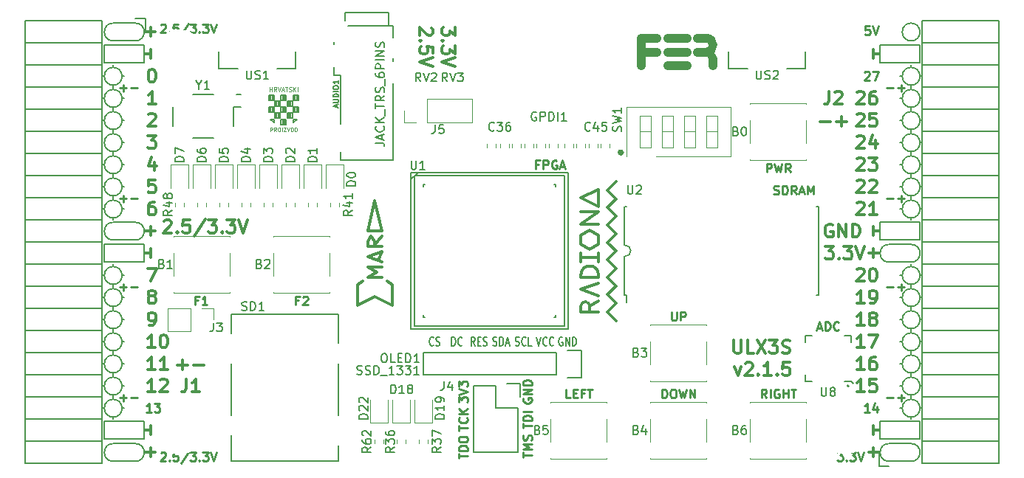
<source format=gto>
G04 #@! TF.GenerationSoftware,KiCad,Pcbnew,5.0.0+dfsg1-2*
G04 #@! TF.CreationDate,2018-09-08T09:49:14+02:00*
G04 #@! TF.ProjectId,ulx3s,756C7833732E6B696361645F70636200,rev?*
G04 #@! TF.SameCoordinates,Original*
G04 #@! TF.FileFunction,Legend,Top*
G04 #@! TF.FilePolarity,Positive*
%FSLAX46Y46*%
G04 Gerber Fmt 4.6, Leading zero omitted, Abs format (unit mm)*
G04 Created by KiCad (PCBNEW 5.0.0+dfsg1-2) date Sat Sep  8 09:49:14 2018*
%MOMM*%
%LPD*%
G01*
G04 APERTURE LIST*
%ADD10C,0.250000*%
%ADD11C,0.300000*%
%ADD12C,0.200000*%
%ADD13C,0.150000*%
%ADD14C,0.120000*%
%ADD15C,1.000000*%
%ADD16C,0.152400*%
%ADD17C,0.075000*%
%ADD18R,1.725000X1.725000*%
%ADD19O,0.400000X1.050000*%
%ADD20O,1.050000X0.400000*%
%ADD21R,1.050000X0.400000*%
%ADD22R,1.900000X2.000000*%
%ADD23R,0.500000X1.450000*%
%ADD24R,2.000000X2.000000*%
%ADD25R,2.200000X1.700000*%
%ADD26R,1.220000X2.540000*%
%ADD27R,2.900000X2.100000*%
%ADD28R,2.900000X2.300000*%
%ADD29R,2.900000X2.900000*%
%ADD30C,1.800000*%
%ADD31R,0.400000X2.000000*%
%ADD32C,2.100000*%
%ADD33C,0.500000*%
%ADD34R,0.800000X1.600000*%
%ADD35R,1.550000X1.000000*%
%ADD36R,1.550000X2.100000*%
%ADD37R,2.300000X1.900000*%
%ADD38R,0.660000X1.000000*%
%ADD39R,1.827200X2.132000*%
%ADD40O,1.827200X2.132000*%
%ADD41O,1.827200X1.827200*%
%ADD42R,1.827200X1.827200*%
%ADD43C,5.600000*%
%ADD44R,1.100000X0.770000*%
%ADD45R,1.600000X1.070000*%
%ADD46R,1.800000X1.800000*%
%ADD47O,1.800000X1.800000*%
%ADD48R,1.395000X1.500000*%
%ADD49R,1.650000X1.400000*%
G04 APERTURE END LIST*
D10*
X116641666Y-93497571D02*
X116308333Y-93497571D01*
X116308333Y-94021380D02*
X116308333Y-93021380D01*
X116784523Y-93021380D01*
X117117857Y-93116619D02*
X117165476Y-93069000D01*
X117260714Y-93021380D01*
X117498809Y-93021380D01*
X117594047Y-93069000D01*
X117641666Y-93116619D01*
X117689285Y-93211857D01*
X117689285Y-93307095D01*
X117641666Y-93449952D01*
X117070238Y-94021380D01*
X117689285Y-94021380D01*
X105084666Y-93497571D02*
X104751333Y-93497571D01*
X104751333Y-94021380D02*
X104751333Y-93021380D01*
X105227523Y-93021380D01*
X106132285Y-94021380D02*
X105560857Y-94021380D01*
X105846571Y-94021380D02*
X105846571Y-93021380D01*
X105751333Y-93164238D01*
X105656095Y-93259476D01*
X105560857Y-93307095D01*
X170236666Y-104689380D02*
X169903333Y-104213190D01*
X169665238Y-104689380D02*
X169665238Y-103689380D01*
X170046190Y-103689380D01*
X170141428Y-103737000D01*
X170189047Y-103784619D01*
X170236666Y-103879857D01*
X170236666Y-104022714D01*
X170189047Y-104117952D01*
X170141428Y-104165571D01*
X170046190Y-104213190D01*
X169665238Y-104213190D01*
X170665238Y-104689380D02*
X170665238Y-103689380D01*
X171665238Y-103737000D02*
X171570000Y-103689380D01*
X171427142Y-103689380D01*
X171284285Y-103737000D01*
X171189047Y-103832238D01*
X171141428Y-103927476D01*
X171093809Y-104117952D01*
X171093809Y-104260809D01*
X171141428Y-104451285D01*
X171189047Y-104546523D01*
X171284285Y-104641761D01*
X171427142Y-104689380D01*
X171522380Y-104689380D01*
X171665238Y-104641761D01*
X171712857Y-104594142D01*
X171712857Y-104260809D01*
X171522380Y-104260809D01*
X172141428Y-104689380D02*
X172141428Y-103689380D01*
X172141428Y-104165571D02*
X172712857Y-104165571D01*
X172712857Y-104689380D02*
X172712857Y-103689380D01*
X173046190Y-103689380D02*
X173617619Y-103689380D01*
X173331904Y-104689380D02*
X173331904Y-103689380D01*
X159354285Y-94799380D02*
X159354285Y-95608904D01*
X159401904Y-95704142D01*
X159449523Y-95751761D01*
X159544761Y-95799380D01*
X159735238Y-95799380D01*
X159830476Y-95751761D01*
X159878095Y-95704142D01*
X159925714Y-95608904D01*
X159925714Y-94799380D01*
X160401904Y-95799380D02*
X160401904Y-94799380D01*
X160782857Y-94799380D01*
X160878095Y-94847000D01*
X160925714Y-94894619D01*
X160973333Y-94989857D01*
X160973333Y-95132714D01*
X160925714Y-95227952D01*
X160878095Y-95275571D01*
X160782857Y-95323190D01*
X160401904Y-95323190D01*
X158259047Y-104689380D02*
X158259047Y-103689380D01*
X158497142Y-103689380D01*
X158640000Y-103737000D01*
X158735238Y-103832238D01*
X158782857Y-103927476D01*
X158830476Y-104117952D01*
X158830476Y-104260809D01*
X158782857Y-104451285D01*
X158735238Y-104546523D01*
X158640000Y-104641761D01*
X158497142Y-104689380D01*
X158259047Y-104689380D01*
X159449523Y-103689380D02*
X159640000Y-103689380D01*
X159735238Y-103737000D01*
X159830476Y-103832238D01*
X159878095Y-104022714D01*
X159878095Y-104356047D01*
X159830476Y-104546523D01*
X159735238Y-104641761D01*
X159640000Y-104689380D01*
X159449523Y-104689380D01*
X159354285Y-104641761D01*
X159259047Y-104546523D01*
X159211428Y-104356047D01*
X159211428Y-104022714D01*
X159259047Y-103832238D01*
X159354285Y-103737000D01*
X159449523Y-103689380D01*
X160211428Y-103689380D02*
X160449523Y-104689380D01*
X160640000Y-103975095D01*
X160830476Y-104689380D01*
X161068571Y-103689380D01*
X161449523Y-104689380D02*
X161449523Y-103689380D01*
X162020952Y-104689380D01*
X162020952Y-103689380D01*
X147757619Y-104689380D02*
X147281428Y-104689380D01*
X147281428Y-103689380D01*
X148090952Y-104165571D02*
X148424285Y-104165571D01*
X148567142Y-104689380D02*
X148090952Y-104689380D01*
X148090952Y-103689380D01*
X148567142Y-103689380D01*
X149329047Y-104165571D02*
X148995714Y-104165571D01*
X148995714Y-104689380D02*
X148995714Y-103689380D01*
X149471904Y-103689380D01*
X149710000Y-103689380D02*
X150281428Y-103689380D01*
X149995714Y-104689380D02*
X149995714Y-103689380D01*
X170251666Y-78781380D02*
X170251666Y-77781380D01*
X170632619Y-77781380D01*
X170727857Y-77829000D01*
X170775476Y-77876619D01*
X170823095Y-77971857D01*
X170823095Y-78114714D01*
X170775476Y-78209952D01*
X170727857Y-78257571D01*
X170632619Y-78305190D01*
X170251666Y-78305190D01*
X171156428Y-77781380D02*
X171394523Y-78781380D01*
X171585000Y-78067095D01*
X171775476Y-78781380D01*
X172013571Y-77781380D01*
X172965952Y-78781380D02*
X172632619Y-78305190D01*
X172394523Y-78781380D02*
X172394523Y-77781380D01*
X172775476Y-77781380D01*
X172870714Y-77829000D01*
X172918333Y-77876619D01*
X172965952Y-77971857D01*
X172965952Y-78114714D01*
X172918333Y-78209952D01*
X172870714Y-78257571D01*
X172775476Y-78305190D01*
X172394523Y-78305190D01*
D11*
X134560428Y-62144714D02*
X134560428Y-63073285D01*
X133989000Y-62573285D01*
X133989000Y-62787571D01*
X133917571Y-62930428D01*
X133846142Y-63001857D01*
X133703285Y-63073285D01*
X133346142Y-63073285D01*
X133203285Y-63001857D01*
X133131857Y-62930428D01*
X133060428Y-62787571D01*
X133060428Y-62359000D01*
X133131857Y-62216142D01*
X133203285Y-62144714D01*
X133203285Y-63716142D02*
X133131857Y-63787571D01*
X133060428Y-63716142D01*
X133131857Y-63644714D01*
X133203285Y-63716142D01*
X133060428Y-63716142D01*
X134560428Y-64287571D02*
X134560428Y-65216142D01*
X133989000Y-64716142D01*
X133989000Y-64930428D01*
X133917571Y-65073285D01*
X133846142Y-65144714D01*
X133703285Y-65216142D01*
X133346142Y-65216142D01*
X133203285Y-65144714D01*
X133131857Y-65073285D01*
X133060428Y-64930428D01*
X133060428Y-64501857D01*
X133131857Y-64359000D01*
X133203285Y-64287571D01*
X134560428Y-65644714D02*
X133060428Y-66144714D01*
X134560428Y-66644714D01*
X131877571Y-62216142D02*
X131949000Y-62287571D01*
X132020428Y-62430428D01*
X132020428Y-62787571D01*
X131949000Y-62930428D01*
X131877571Y-63001857D01*
X131734714Y-63073285D01*
X131591857Y-63073285D01*
X131377571Y-63001857D01*
X130520428Y-62144714D01*
X130520428Y-63073285D01*
X130663285Y-63716142D02*
X130591857Y-63787571D01*
X130520428Y-63716142D01*
X130591857Y-63644714D01*
X130663285Y-63716142D01*
X130520428Y-63716142D01*
X132020428Y-65144714D02*
X132020428Y-64430428D01*
X131306142Y-64359000D01*
X131377571Y-64430428D01*
X131449000Y-64573285D01*
X131449000Y-64930428D01*
X131377571Y-65073285D01*
X131306142Y-65144714D01*
X131163285Y-65216142D01*
X130806142Y-65216142D01*
X130663285Y-65144714D01*
X130591857Y-65073285D01*
X130520428Y-64930428D01*
X130520428Y-64573285D01*
X130591857Y-64430428D01*
X130663285Y-64359000D01*
X132020428Y-65644714D02*
X130520428Y-66144714D01*
X132020428Y-66644714D01*
X102760000Y-100897142D02*
X103902857Y-100897142D01*
X103331428Y-101468571D02*
X103331428Y-100325714D01*
X104617142Y-100897142D02*
X105760000Y-100897142D01*
X166592714Y-101121571D02*
X166949857Y-102121571D01*
X167307000Y-101121571D01*
X167807000Y-100764428D02*
X167878428Y-100693000D01*
X168021285Y-100621571D01*
X168378428Y-100621571D01*
X168521285Y-100693000D01*
X168592714Y-100764428D01*
X168664142Y-100907285D01*
X168664142Y-101050142D01*
X168592714Y-101264428D01*
X167735571Y-102121571D01*
X168664142Y-102121571D01*
X169307000Y-101978714D02*
X169378428Y-102050142D01*
X169307000Y-102121571D01*
X169235571Y-102050142D01*
X169307000Y-101978714D01*
X169307000Y-102121571D01*
X170807000Y-102121571D02*
X169949857Y-102121571D01*
X170378428Y-102121571D02*
X170378428Y-100621571D01*
X170235571Y-100835857D01*
X170092714Y-100978714D01*
X169949857Y-101050142D01*
X171449857Y-101978714D02*
X171521285Y-102050142D01*
X171449857Y-102121571D01*
X171378428Y-102050142D01*
X171449857Y-101978714D01*
X171449857Y-102121571D01*
X172878428Y-100621571D02*
X172164142Y-100621571D01*
X172092714Y-101335857D01*
X172164142Y-101264428D01*
X172307000Y-101193000D01*
X172664142Y-101193000D01*
X172807000Y-101264428D01*
X172878428Y-101335857D01*
X172949857Y-101478714D01*
X172949857Y-101835857D01*
X172878428Y-101978714D01*
X172807000Y-102050142D01*
X172664142Y-102121571D01*
X172307000Y-102121571D01*
X172164142Y-102050142D01*
X172092714Y-101978714D01*
X182492000Y-87582000D02*
X182492000Y-88598000D01*
X181984000Y-88090000D02*
X183254000Y-88090000D01*
X182492000Y-110442000D02*
X182492000Y-111458000D01*
X183254000Y-110950000D02*
X181984000Y-110950000D01*
X99688000Y-110442000D02*
X99688000Y-111458000D01*
X98926000Y-110950000D02*
X100196000Y-110950000D01*
X99688000Y-62182000D02*
X99688000Y-63198000D01*
X98926000Y-62690000D02*
X100196000Y-62690000D01*
X99688000Y-85042000D02*
X99688000Y-86058000D01*
X98926000Y-85550000D02*
X100196000Y-85550000D01*
D12*
X97910000Y-63706000D02*
G75*
G03X97910000Y-61674000I0J1016000D01*
G01*
X184270000Y-109934000D02*
G75*
G03X184270000Y-111966000I0J-1016000D01*
G01*
X95370000Y-111966000D02*
X97910000Y-111966000D01*
X95370000Y-109934000D02*
X97910000Y-109934000D01*
X97910000Y-111966000D02*
G75*
G03X97910000Y-109934000I0J1016000D01*
G01*
X95370000Y-109934000D02*
G75*
G03X95370000Y-111966000I0J-1016000D01*
G01*
X95370000Y-61674000D02*
X97910000Y-61674000D01*
X95370000Y-63706000D02*
X97910000Y-63706000D01*
X95370000Y-61674000D02*
G75*
G03X95370000Y-63706000I0J-1016000D01*
G01*
X95370000Y-84534000D02*
X97910000Y-84534000D01*
X95370000Y-86566000D02*
X97910000Y-86566000D01*
X95370000Y-84534000D02*
G75*
G03X95370000Y-86566000I0J-1016000D01*
G01*
X97910000Y-86566000D02*
G75*
G03X97910000Y-84534000I0J1016000D01*
G01*
X187826000Y-62690000D02*
G75*
G03X187826000Y-62690000I-1016000J0D01*
G01*
X184270000Y-89106000D02*
X186810000Y-89106000D01*
X184270000Y-87074000D02*
X186810000Y-87074000D01*
X184270000Y-87074000D02*
G75*
G03X184270000Y-89106000I0J-1016000D01*
G01*
X186810000Y-89106000D02*
G75*
G03X186810000Y-87074000I0J1016000D01*
G01*
X186810000Y-111966000D02*
X184270000Y-111966000D01*
X186810000Y-109934000D02*
X184270000Y-109934000D01*
X186810000Y-111966000D02*
G75*
G03X186810000Y-109934000I0J1016000D01*
G01*
X94354000Y-66246000D02*
X94354000Y-64214000D01*
X98926000Y-66246000D02*
X94354000Y-66246000D01*
X98926000Y-64214000D02*
X98926000Y-66246000D01*
X94354000Y-64214000D02*
X98926000Y-64214000D01*
X94354000Y-87074000D02*
X98926000Y-87074000D01*
X94354000Y-89106000D02*
X94354000Y-87074000D01*
X98926000Y-89106000D02*
X94354000Y-89106000D01*
X98926000Y-87074000D02*
X98926000Y-89106000D01*
X94354000Y-109426000D02*
X98926000Y-109426000D01*
X94354000Y-107394000D02*
X94354000Y-109426000D01*
X98926000Y-107394000D02*
X94354000Y-107394000D01*
X98926000Y-109426000D02*
X98926000Y-107394000D01*
X183254000Y-109426000D02*
X187826000Y-109426000D01*
X183254000Y-107394000D02*
X183254000Y-109426000D01*
X187826000Y-107394000D02*
X187826000Y-109426000D01*
X183254000Y-107394000D02*
X187826000Y-107394000D01*
X183254000Y-66246000D02*
X187826000Y-66246000D01*
X183254000Y-64214000D02*
X183254000Y-66246000D01*
X187826000Y-64214000D02*
X183254000Y-64214000D01*
X187826000Y-66246000D02*
X187826000Y-64214000D01*
X183254000Y-84534000D02*
X187826000Y-84534000D01*
X183254000Y-86566000D02*
X183254000Y-84534000D01*
X187826000Y-86566000D02*
X183254000Y-86566000D01*
X187826000Y-84534000D02*
X187826000Y-86566000D01*
D10*
X96148000Y-69111428D02*
X96909904Y-69111428D01*
X96528952Y-69492380D02*
X96528952Y-68730476D01*
X97386095Y-69111428D02*
X98148000Y-69111428D01*
X96148000Y-81811428D02*
X96909904Y-81811428D01*
X96528952Y-82192380D02*
X96528952Y-81430476D01*
X97386095Y-81811428D02*
X98148000Y-81811428D01*
X96148000Y-91971428D02*
X96909904Y-91971428D01*
X96528952Y-92352380D02*
X96528952Y-91590476D01*
X97386095Y-91971428D02*
X98148000Y-91971428D01*
X96148000Y-104671428D02*
X96909904Y-104671428D01*
X96528952Y-105052380D02*
X96528952Y-104290476D01*
X97386095Y-104671428D02*
X98148000Y-104671428D01*
X184032000Y-104671428D02*
X184793904Y-104671428D01*
X185270095Y-104671428D02*
X186032000Y-104671428D01*
X185651047Y-105052380D02*
X185651047Y-104290476D01*
X184032000Y-91971428D02*
X184793904Y-91971428D01*
X185270095Y-91971428D02*
X186032000Y-91971428D01*
X185651047Y-92352380D02*
X185651047Y-91590476D01*
X184032000Y-81811428D02*
X184793904Y-81811428D01*
X185270095Y-81811428D02*
X186032000Y-81811428D01*
X185651047Y-82192380D02*
X185651047Y-81430476D01*
X184032000Y-69111428D02*
X184793904Y-69111428D01*
X185270095Y-69111428D02*
X186032000Y-69111428D01*
X185651047Y-69492380D02*
X185651047Y-68730476D01*
D11*
X176420000Y-72957142D02*
X177562857Y-72957142D01*
X178277142Y-72957142D02*
X179420000Y-72957142D01*
X178848571Y-73528571D02*
X178848571Y-72385714D01*
D12*
X187826000Y-67770000D02*
G75*
G03X187826000Y-67770000I-1016000J0D01*
G01*
X187826000Y-70310000D02*
G75*
G03X187826000Y-70310000I-1016000J0D01*
G01*
X187826000Y-72850000D02*
G75*
G03X187826000Y-72850000I-1016000J0D01*
G01*
X187826000Y-75390000D02*
G75*
G03X187826000Y-75390000I-1016000J0D01*
G01*
X187826000Y-77930000D02*
G75*
G03X187826000Y-77930000I-1016000J0D01*
G01*
X187826000Y-80470000D02*
G75*
G03X187826000Y-80470000I-1016000J0D01*
G01*
X187826000Y-83010000D02*
G75*
G03X187826000Y-83010000I-1016000J0D01*
G01*
X187826000Y-90630000D02*
G75*
G03X187826000Y-90630000I-1016000J0D01*
G01*
X187826000Y-93170000D02*
G75*
G03X187826000Y-93170000I-1016000J0D01*
G01*
X187826000Y-95710000D02*
G75*
G03X187826000Y-95710000I-1016000J0D01*
G01*
X187826000Y-98250000D02*
G75*
G03X187826000Y-98250000I-1016000J0D01*
G01*
X187826000Y-100790000D02*
G75*
G03X187826000Y-100790000I-1016000J0D01*
G01*
X187826000Y-103330000D02*
G75*
G03X187826000Y-103330000I-1016000J0D01*
G01*
X187826000Y-105870000D02*
G75*
G03X187826000Y-105870000I-1016000J0D01*
G01*
X96386000Y-105870000D02*
G75*
G03X96386000Y-105870000I-1016000J0D01*
G01*
X96386000Y-103330000D02*
G75*
G03X96386000Y-103330000I-1016000J0D01*
G01*
X96386000Y-100790000D02*
G75*
G03X96386000Y-100790000I-1016000J0D01*
G01*
X96386000Y-98250000D02*
G75*
G03X96386000Y-98250000I-1016000J0D01*
G01*
X96386000Y-95710000D02*
G75*
G03X96386000Y-95710000I-1016000J0D01*
G01*
X96386000Y-93170000D02*
G75*
G03X96386000Y-93170000I-1016000J0D01*
G01*
X96386000Y-90630000D02*
G75*
G03X96386000Y-90630000I-1016000J0D01*
G01*
X96386000Y-83010000D02*
G75*
G03X96386000Y-83010000I-1016000J0D01*
G01*
X96386000Y-80470000D02*
G75*
G03X96386000Y-80470000I-1016000J0D01*
G01*
X96386000Y-77930000D02*
G75*
G03X96386000Y-77930000I-1016000J0D01*
G01*
X96386000Y-75390000D02*
G75*
G03X96386000Y-75390000I-1016000J0D01*
G01*
X96386000Y-72850000D02*
G75*
G03X96386000Y-72850000I-1016000J0D01*
G01*
X96386000Y-70310000D02*
G75*
G03X96386000Y-70310000I-1016000J0D01*
G01*
X96386000Y-67770000D02*
G75*
G03X96386000Y-67770000I-1016000J0D01*
G01*
D11*
X177793142Y-84800000D02*
X177650285Y-84728571D01*
X177436000Y-84728571D01*
X177221714Y-84800000D01*
X177078857Y-84942857D01*
X177007428Y-85085714D01*
X176936000Y-85371428D01*
X176936000Y-85585714D01*
X177007428Y-85871428D01*
X177078857Y-86014285D01*
X177221714Y-86157142D01*
X177436000Y-86228571D01*
X177578857Y-86228571D01*
X177793142Y-86157142D01*
X177864571Y-86085714D01*
X177864571Y-85585714D01*
X177578857Y-85585714D01*
X178507428Y-86228571D02*
X178507428Y-84728571D01*
X179364571Y-86228571D01*
X179364571Y-84728571D01*
X180078857Y-86228571D02*
X180078857Y-84728571D01*
X180436000Y-84728571D01*
X180650285Y-84800000D01*
X180793142Y-84942857D01*
X180864571Y-85085714D01*
X180936000Y-85371428D01*
X180936000Y-85585714D01*
X180864571Y-85871428D01*
X180793142Y-86014285D01*
X180650285Y-86157142D01*
X180436000Y-86228571D01*
X180078857Y-86228571D01*
X182492000Y-86058000D02*
X182492000Y-85042000D01*
X183254000Y-85550000D02*
X182492000Y-85550000D01*
X182492000Y-107902000D02*
X182492000Y-108918000D01*
X182492000Y-108410000D02*
X183254000Y-108410000D01*
D10*
X182047523Y-106322380D02*
X181476095Y-106322380D01*
X181761809Y-106322380D02*
X181761809Y-105322380D01*
X181666571Y-105465238D01*
X181571333Y-105560476D01*
X181476095Y-105608095D01*
X182904666Y-105655714D02*
X182904666Y-106322380D01*
X182666571Y-105274761D02*
X182428476Y-105989047D01*
X183047523Y-105989047D01*
X181476095Y-67317619D02*
X181523714Y-67270000D01*
X181618952Y-67222380D01*
X181857047Y-67222380D01*
X181952285Y-67270000D01*
X181999904Y-67317619D01*
X182047523Y-67412857D01*
X182047523Y-67508095D01*
X181999904Y-67650952D01*
X181428476Y-68222380D01*
X182047523Y-68222380D01*
X182380857Y-67222380D02*
X183047523Y-67222380D01*
X182618952Y-68222380D01*
D11*
X182492000Y-64722000D02*
X182492000Y-65738000D01*
X182492000Y-65230000D02*
X183254000Y-65230000D01*
X99688000Y-107902000D02*
X99688000Y-108918000D01*
X98926000Y-108410000D02*
X99688000Y-108410000D01*
X99315000Y-74568571D02*
X100243571Y-74568571D01*
X99743571Y-75140000D01*
X99957857Y-75140000D01*
X100100714Y-75211428D01*
X100172142Y-75282857D01*
X100243571Y-75425714D01*
X100243571Y-75782857D01*
X100172142Y-75925714D01*
X100100714Y-75997142D01*
X99957857Y-76068571D01*
X99529285Y-76068571D01*
X99386428Y-75997142D01*
X99315000Y-75925714D01*
X100100714Y-77608571D02*
X100100714Y-78608571D01*
X99743571Y-77037142D02*
X99386428Y-78108571D01*
X100315000Y-78108571D01*
X100172142Y-79648571D02*
X99457857Y-79648571D01*
X99386428Y-80362857D01*
X99457857Y-80291428D01*
X99600714Y-80220000D01*
X99957857Y-80220000D01*
X100100714Y-80291428D01*
X100172142Y-80362857D01*
X100243571Y-80505714D01*
X100243571Y-80862857D01*
X100172142Y-81005714D01*
X100100714Y-81077142D01*
X99957857Y-81148571D01*
X99600714Y-81148571D01*
X99457857Y-81077142D01*
X99386428Y-81005714D01*
D10*
X99751523Y-106322380D02*
X99180095Y-106322380D01*
X99465809Y-106322380D02*
X99465809Y-105322380D01*
X99370571Y-105465238D01*
X99275333Y-105560476D01*
X99180095Y-105608095D01*
X100084857Y-105322380D02*
X100703904Y-105322380D01*
X100370571Y-105703333D01*
X100513428Y-105703333D01*
X100608666Y-105750952D01*
X100656285Y-105798571D01*
X100703904Y-105893809D01*
X100703904Y-106131904D01*
X100656285Y-106227142D01*
X100608666Y-106274761D01*
X100513428Y-106322380D01*
X100227714Y-106322380D01*
X100132476Y-106274761D01*
X100084857Y-106227142D01*
D11*
X99315000Y-89808571D02*
X100315000Y-89808571D01*
X99672142Y-91308571D01*
X99688000Y-87582000D02*
X99688000Y-88598000D01*
X98926000Y-88090000D02*
X99688000Y-88090000D01*
X99688000Y-64722000D02*
X99688000Y-65738000D01*
X98926000Y-65230000D02*
X99688000Y-65230000D01*
D10*
X100817976Y-61874619D02*
X100865595Y-61827000D01*
X100960833Y-61779380D01*
X101198928Y-61779380D01*
X101294166Y-61827000D01*
X101341785Y-61874619D01*
X101389404Y-61969857D01*
X101389404Y-62065095D01*
X101341785Y-62207952D01*
X100770357Y-62779380D01*
X101389404Y-62779380D01*
X101817976Y-62684142D02*
X101865595Y-62731761D01*
X101817976Y-62779380D01*
X101770357Y-62731761D01*
X101817976Y-62684142D01*
X101817976Y-62779380D01*
X102770357Y-61779380D02*
X102294166Y-61779380D01*
X102246547Y-62255571D01*
X102294166Y-62207952D01*
X102389404Y-62160333D01*
X102627500Y-62160333D01*
X102722738Y-62207952D01*
X102770357Y-62255571D01*
X102817976Y-62350809D01*
X102817976Y-62588904D01*
X102770357Y-62684142D01*
X102722738Y-62731761D01*
X102627500Y-62779380D01*
X102389404Y-62779380D01*
X102294166Y-62731761D01*
X102246547Y-62684142D01*
X103960833Y-61731761D02*
X103103690Y-63017476D01*
X104198928Y-61779380D02*
X104817976Y-61779380D01*
X104484642Y-62160333D01*
X104627500Y-62160333D01*
X104722738Y-62207952D01*
X104770357Y-62255571D01*
X104817976Y-62350809D01*
X104817976Y-62588904D01*
X104770357Y-62684142D01*
X104722738Y-62731761D01*
X104627500Y-62779380D01*
X104341785Y-62779380D01*
X104246547Y-62731761D01*
X104198928Y-62684142D01*
X105246547Y-62684142D02*
X105294166Y-62731761D01*
X105246547Y-62779380D01*
X105198928Y-62731761D01*
X105246547Y-62684142D01*
X105246547Y-62779380D01*
X105627500Y-61779380D02*
X106246547Y-61779380D01*
X105913214Y-62160333D01*
X106056071Y-62160333D01*
X106151309Y-62207952D01*
X106198928Y-62255571D01*
X106246547Y-62350809D01*
X106246547Y-62588904D01*
X106198928Y-62684142D01*
X106151309Y-62731761D01*
X106056071Y-62779380D01*
X105770357Y-62779380D01*
X105675119Y-62731761D01*
X105627500Y-62684142D01*
X106532261Y-61779380D02*
X106865595Y-62779380D01*
X107198928Y-61779380D01*
X178360261Y-110910380D02*
X178979309Y-110910380D01*
X178645976Y-111291333D01*
X178788833Y-111291333D01*
X178884071Y-111338952D01*
X178931690Y-111386571D01*
X178979309Y-111481809D01*
X178979309Y-111719904D01*
X178931690Y-111815142D01*
X178884071Y-111862761D01*
X178788833Y-111910380D01*
X178503119Y-111910380D01*
X178407880Y-111862761D01*
X178360261Y-111815142D01*
X179407880Y-111815142D02*
X179455500Y-111862761D01*
X179407880Y-111910380D01*
X179360261Y-111862761D01*
X179407880Y-111815142D01*
X179407880Y-111910380D01*
X179788833Y-110910380D02*
X180407880Y-110910380D01*
X180074547Y-111291333D01*
X180217404Y-111291333D01*
X180312642Y-111338952D01*
X180360261Y-111386571D01*
X180407880Y-111481809D01*
X180407880Y-111719904D01*
X180360261Y-111815142D01*
X180312642Y-111862761D01*
X180217404Y-111910380D01*
X179931690Y-111910380D01*
X179836452Y-111862761D01*
X179788833Y-111815142D01*
X180693595Y-110910380D02*
X181026928Y-111910380D01*
X181360261Y-110910380D01*
D11*
X101199714Y-84381428D02*
X101271142Y-84310000D01*
X101414000Y-84238571D01*
X101771142Y-84238571D01*
X101914000Y-84310000D01*
X101985428Y-84381428D01*
X102056857Y-84524285D01*
X102056857Y-84667142D01*
X101985428Y-84881428D01*
X101128285Y-85738571D01*
X102056857Y-85738571D01*
X102699714Y-85595714D02*
X102771142Y-85667142D01*
X102699714Y-85738571D01*
X102628285Y-85667142D01*
X102699714Y-85595714D01*
X102699714Y-85738571D01*
X104128285Y-84238571D02*
X103414000Y-84238571D01*
X103342571Y-84952857D01*
X103414000Y-84881428D01*
X103556857Y-84810000D01*
X103914000Y-84810000D01*
X104056857Y-84881428D01*
X104128285Y-84952857D01*
X104199714Y-85095714D01*
X104199714Y-85452857D01*
X104128285Y-85595714D01*
X104056857Y-85667142D01*
X103914000Y-85738571D01*
X103556857Y-85738571D01*
X103414000Y-85667142D01*
X103342571Y-85595714D01*
X105914000Y-84167142D02*
X104628285Y-86095714D01*
X106271142Y-84238571D02*
X107199714Y-84238571D01*
X106699714Y-84810000D01*
X106914000Y-84810000D01*
X107056857Y-84881428D01*
X107128285Y-84952857D01*
X107199714Y-85095714D01*
X107199714Y-85452857D01*
X107128285Y-85595714D01*
X107056857Y-85667142D01*
X106914000Y-85738571D01*
X106485428Y-85738571D01*
X106342571Y-85667142D01*
X106271142Y-85595714D01*
X107842571Y-85595714D02*
X107914000Y-85667142D01*
X107842571Y-85738571D01*
X107771142Y-85667142D01*
X107842571Y-85595714D01*
X107842571Y-85738571D01*
X108414000Y-84238571D02*
X109342571Y-84238571D01*
X108842571Y-84810000D01*
X109056857Y-84810000D01*
X109199714Y-84881428D01*
X109271142Y-84952857D01*
X109342571Y-85095714D01*
X109342571Y-85452857D01*
X109271142Y-85595714D01*
X109199714Y-85667142D01*
X109056857Y-85738571D01*
X108628285Y-85738571D01*
X108485428Y-85667142D01*
X108414000Y-85595714D01*
X109771142Y-84238571D02*
X110271142Y-85738571D01*
X110771142Y-84238571D01*
D10*
X100817976Y-111023619D02*
X100865595Y-110976000D01*
X100960833Y-110928380D01*
X101198928Y-110928380D01*
X101294166Y-110976000D01*
X101341785Y-111023619D01*
X101389404Y-111118857D01*
X101389404Y-111214095D01*
X101341785Y-111356952D01*
X100770357Y-111928380D01*
X101389404Y-111928380D01*
X101817976Y-111833142D02*
X101865595Y-111880761D01*
X101817976Y-111928380D01*
X101770357Y-111880761D01*
X101817976Y-111833142D01*
X101817976Y-111928380D01*
X102770357Y-110928380D02*
X102294166Y-110928380D01*
X102246547Y-111404571D01*
X102294166Y-111356952D01*
X102389404Y-111309333D01*
X102627500Y-111309333D01*
X102722738Y-111356952D01*
X102770357Y-111404571D01*
X102817976Y-111499809D01*
X102817976Y-111737904D01*
X102770357Y-111833142D01*
X102722738Y-111880761D01*
X102627500Y-111928380D01*
X102389404Y-111928380D01*
X102294166Y-111880761D01*
X102246547Y-111833142D01*
X103960833Y-110880761D02*
X103103690Y-112166476D01*
X104198928Y-110928380D02*
X104817976Y-110928380D01*
X104484642Y-111309333D01*
X104627500Y-111309333D01*
X104722738Y-111356952D01*
X104770357Y-111404571D01*
X104817976Y-111499809D01*
X104817976Y-111737904D01*
X104770357Y-111833142D01*
X104722738Y-111880761D01*
X104627500Y-111928380D01*
X104341785Y-111928380D01*
X104246547Y-111880761D01*
X104198928Y-111833142D01*
X105246547Y-111833142D02*
X105294166Y-111880761D01*
X105246547Y-111928380D01*
X105198928Y-111880761D01*
X105246547Y-111833142D01*
X105246547Y-111928380D01*
X105627500Y-110928380D02*
X106246547Y-110928380D01*
X105913214Y-111309333D01*
X106056071Y-111309333D01*
X106151309Y-111356952D01*
X106198928Y-111404571D01*
X106246547Y-111499809D01*
X106246547Y-111737904D01*
X106198928Y-111833142D01*
X106151309Y-111880761D01*
X106056071Y-111928380D01*
X105770357Y-111928380D01*
X105675119Y-111880761D01*
X105627500Y-111833142D01*
X106532261Y-110928380D02*
X106865595Y-111928380D01*
X107198928Y-110928380D01*
X182047523Y-62015380D02*
X181571333Y-62015380D01*
X181523714Y-62491571D01*
X181571333Y-62443952D01*
X181666571Y-62396333D01*
X181904666Y-62396333D01*
X181999904Y-62443952D01*
X182047523Y-62491571D01*
X182095142Y-62586809D01*
X182095142Y-62824904D01*
X182047523Y-62920142D01*
X181999904Y-62967761D01*
X181904666Y-63015380D01*
X181666571Y-63015380D01*
X181571333Y-62967761D01*
X181523714Y-62920142D01*
X182380857Y-62015380D02*
X182714190Y-63015380D01*
X183047523Y-62015380D01*
D11*
X180587142Y-69631428D02*
X180658571Y-69560000D01*
X180801428Y-69488571D01*
X181158571Y-69488571D01*
X181301428Y-69560000D01*
X181372857Y-69631428D01*
X181444285Y-69774285D01*
X181444285Y-69917142D01*
X181372857Y-70131428D01*
X180515714Y-70988571D01*
X181444285Y-70988571D01*
X182730000Y-69488571D02*
X182444285Y-69488571D01*
X182301428Y-69560000D01*
X182230000Y-69631428D01*
X182087142Y-69845714D01*
X182015714Y-70131428D01*
X182015714Y-70702857D01*
X182087142Y-70845714D01*
X182158571Y-70917142D01*
X182301428Y-70988571D01*
X182587142Y-70988571D01*
X182730000Y-70917142D01*
X182801428Y-70845714D01*
X182872857Y-70702857D01*
X182872857Y-70345714D01*
X182801428Y-70202857D01*
X182730000Y-70131428D01*
X182587142Y-70060000D01*
X182301428Y-70060000D01*
X182158571Y-70131428D01*
X182087142Y-70202857D01*
X182015714Y-70345714D01*
X180587142Y-72171428D02*
X180658571Y-72100000D01*
X180801428Y-72028571D01*
X181158571Y-72028571D01*
X181301428Y-72100000D01*
X181372857Y-72171428D01*
X181444285Y-72314285D01*
X181444285Y-72457142D01*
X181372857Y-72671428D01*
X180515714Y-73528571D01*
X181444285Y-73528571D01*
X182801428Y-72028571D02*
X182087142Y-72028571D01*
X182015714Y-72742857D01*
X182087142Y-72671428D01*
X182230000Y-72600000D01*
X182587142Y-72600000D01*
X182730000Y-72671428D01*
X182801428Y-72742857D01*
X182872857Y-72885714D01*
X182872857Y-73242857D01*
X182801428Y-73385714D01*
X182730000Y-73457142D01*
X182587142Y-73528571D01*
X182230000Y-73528571D01*
X182087142Y-73457142D01*
X182015714Y-73385714D01*
X180587142Y-74711428D02*
X180658571Y-74640000D01*
X180801428Y-74568571D01*
X181158571Y-74568571D01*
X181301428Y-74640000D01*
X181372857Y-74711428D01*
X181444285Y-74854285D01*
X181444285Y-74997142D01*
X181372857Y-75211428D01*
X180515714Y-76068571D01*
X181444285Y-76068571D01*
X182730000Y-75068571D02*
X182730000Y-76068571D01*
X182372857Y-74497142D02*
X182015714Y-75568571D01*
X182944285Y-75568571D01*
X180587142Y-77251428D02*
X180658571Y-77180000D01*
X180801428Y-77108571D01*
X181158571Y-77108571D01*
X181301428Y-77180000D01*
X181372857Y-77251428D01*
X181444285Y-77394285D01*
X181444285Y-77537142D01*
X181372857Y-77751428D01*
X180515714Y-78608571D01*
X181444285Y-78608571D01*
X181944285Y-77108571D02*
X182872857Y-77108571D01*
X182372857Y-77680000D01*
X182587142Y-77680000D01*
X182730000Y-77751428D01*
X182801428Y-77822857D01*
X182872857Y-77965714D01*
X182872857Y-78322857D01*
X182801428Y-78465714D01*
X182730000Y-78537142D01*
X182587142Y-78608571D01*
X182158571Y-78608571D01*
X182015714Y-78537142D01*
X181944285Y-78465714D01*
X180587142Y-79791428D02*
X180658571Y-79720000D01*
X180801428Y-79648571D01*
X181158571Y-79648571D01*
X181301428Y-79720000D01*
X181372857Y-79791428D01*
X181444285Y-79934285D01*
X181444285Y-80077142D01*
X181372857Y-80291428D01*
X180515714Y-81148571D01*
X181444285Y-81148571D01*
X182015714Y-79791428D02*
X182087142Y-79720000D01*
X182230000Y-79648571D01*
X182587142Y-79648571D01*
X182730000Y-79720000D01*
X182801428Y-79791428D01*
X182872857Y-79934285D01*
X182872857Y-80077142D01*
X182801428Y-80291428D01*
X181944285Y-81148571D01*
X182872857Y-81148571D01*
X180587142Y-82331428D02*
X180658571Y-82260000D01*
X180801428Y-82188571D01*
X181158571Y-82188571D01*
X181301428Y-82260000D01*
X181372857Y-82331428D01*
X181444285Y-82474285D01*
X181444285Y-82617142D01*
X181372857Y-82831428D01*
X180515714Y-83688571D01*
X181444285Y-83688571D01*
X182872857Y-83688571D02*
X182015714Y-83688571D01*
X182444285Y-83688571D02*
X182444285Y-82188571D01*
X182301428Y-82402857D01*
X182158571Y-82545714D01*
X182015714Y-82617142D01*
X176975714Y-87268571D02*
X177904285Y-87268571D01*
X177404285Y-87840000D01*
X177618571Y-87840000D01*
X177761428Y-87911428D01*
X177832857Y-87982857D01*
X177904285Y-88125714D01*
X177904285Y-88482857D01*
X177832857Y-88625714D01*
X177761428Y-88697142D01*
X177618571Y-88768571D01*
X177190000Y-88768571D01*
X177047142Y-88697142D01*
X176975714Y-88625714D01*
X178547142Y-88625714D02*
X178618571Y-88697142D01*
X178547142Y-88768571D01*
X178475714Y-88697142D01*
X178547142Y-88625714D01*
X178547142Y-88768571D01*
X179118571Y-87268571D02*
X180047142Y-87268571D01*
X179547142Y-87840000D01*
X179761428Y-87840000D01*
X179904285Y-87911428D01*
X179975714Y-87982857D01*
X180047142Y-88125714D01*
X180047142Y-88482857D01*
X179975714Y-88625714D01*
X179904285Y-88697142D01*
X179761428Y-88768571D01*
X179332857Y-88768571D01*
X179190000Y-88697142D01*
X179118571Y-88625714D01*
X180475714Y-87268571D02*
X180975714Y-88768571D01*
X181475714Y-87268571D01*
X180587142Y-89951428D02*
X180658571Y-89880000D01*
X180801428Y-89808571D01*
X181158571Y-89808571D01*
X181301428Y-89880000D01*
X181372857Y-89951428D01*
X181444285Y-90094285D01*
X181444285Y-90237142D01*
X181372857Y-90451428D01*
X180515714Y-91308571D01*
X181444285Y-91308571D01*
X182372857Y-89808571D02*
X182515714Y-89808571D01*
X182658571Y-89880000D01*
X182730000Y-89951428D01*
X182801428Y-90094285D01*
X182872857Y-90380000D01*
X182872857Y-90737142D01*
X182801428Y-91022857D01*
X182730000Y-91165714D01*
X182658571Y-91237142D01*
X182515714Y-91308571D01*
X182372857Y-91308571D01*
X182230000Y-91237142D01*
X182158571Y-91165714D01*
X182087142Y-91022857D01*
X182015714Y-90737142D01*
X182015714Y-90380000D01*
X182087142Y-90094285D01*
X182158571Y-89951428D01*
X182230000Y-89880000D01*
X182372857Y-89808571D01*
X181444285Y-93848571D02*
X180587142Y-93848571D01*
X181015714Y-93848571D02*
X181015714Y-92348571D01*
X180872857Y-92562857D01*
X180730000Y-92705714D01*
X180587142Y-92777142D01*
X182158571Y-93848571D02*
X182444285Y-93848571D01*
X182587142Y-93777142D01*
X182658571Y-93705714D01*
X182801428Y-93491428D01*
X182872857Y-93205714D01*
X182872857Y-92634285D01*
X182801428Y-92491428D01*
X182730000Y-92420000D01*
X182587142Y-92348571D01*
X182301428Y-92348571D01*
X182158571Y-92420000D01*
X182087142Y-92491428D01*
X182015714Y-92634285D01*
X182015714Y-92991428D01*
X182087142Y-93134285D01*
X182158571Y-93205714D01*
X182301428Y-93277142D01*
X182587142Y-93277142D01*
X182730000Y-93205714D01*
X182801428Y-93134285D01*
X182872857Y-92991428D01*
X181444285Y-96388571D02*
X180587142Y-96388571D01*
X181015714Y-96388571D02*
X181015714Y-94888571D01*
X180872857Y-95102857D01*
X180730000Y-95245714D01*
X180587142Y-95317142D01*
X182301428Y-95531428D02*
X182158571Y-95460000D01*
X182087142Y-95388571D01*
X182015714Y-95245714D01*
X182015714Y-95174285D01*
X182087142Y-95031428D01*
X182158571Y-94960000D01*
X182301428Y-94888571D01*
X182587142Y-94888571D01*
X182730000Y-94960000D01*
X182801428Y-95031428D01*
X182872857Y-95174285D01*
X182872857Y-95245714D01*
X182801428Y-95388571D01*
X182730000Y-95460000D01*
X182587142Y-95531428D01*
X182301428Y-95531428D01*
X182158571Y-95602857D01*
X182087142Y-95674285D01*
X182015714Y-95817142D01*
X182015714Y-96102857D01*
X182087142Y-96245714D01*
X182158571Y-96317142D01*
X182301428Y-96388571D01*
X182587142Y-96388571D01*
X182730000Y-96317142D01*
X182801428Y-96245714D01*
X182872857Y-96102857D01*
X182872857Y-95817142D01*
X182801428Y-95674285D01*
X182730000Y-95602857D01*
X182587142Y-95531428D01*
X181444285Y-98928571D02*
X180587142Y-98928571D01*
X181015714Y-98928571D02*
X181015714Y-97428571D01*
X180872857Y-97642857D01*
X180730000Y-97785714D01*
X180587142Y-97857142D01*
X181944285Y-97428571D02*
X182944285Y-97428571D01*
X182301428Y-98928571D01*
X181444285Y-101468571D02*
X180587142Y-101468571D01*
X181015714Y-101468571D02*
X181015714Y-99968571D01*
X180872857Y-100182857D01*
X180730000Y-100325714D01*
X180587142Y-100397142D01*
X182730000Y-99968571D02*
X182444285Y-99968571D01*
X182301428Y-100040000D01*
X182230000Y-100111428D01*
X182087142Y-100325714D01*
X182015714Y-100611428D01*
X182015714Y-101182857D01*
X182087142Y-101325714D01*
X182158571Y-101397142D01*
X182301428Y-101468571D01*
X182587142Y-101468571D01*
X182730000Y-101397142D01*
X182801428Y-101325714D01*
X182872857Y-101182857D01*
X182872857Y-100825714D01*
X182801428Y-100682857D01*
X182730000Y-100611428D01*
X182587142Y-100540000D01*
X182301428Y-100540000D01*
X182158571Y-100611428D01*
X182087142Y-100682857D01*
X182015714Y-100825714D01*
X181444285Y-104008571D02*
X180587142Y-104008571D01*
X181015714Y-104008571D02*
X181015714Y-102508571D01*
X180872857Y-102722857D01*
X180730000Y-102865714D01*
X180587142Y-102937142D01*
X182801428Y-102508571D02*
X182087142Y-102508571D01*
X182015714Y-103222857D01*
X182087142Y-103151428D01*
X182230000Y-103080000D01*
X182587142Y-103080000D01*
X182730000Y-103151428D01*
X182801428Y-103222857D01*
X182872857Y-103365714D01*
X182872857Y-103722857D01*
X182801428Y-103865714D01*
X182730000Y-103937142D01*
X182587142Y-104008571D01*
X182230000Y-104008571D01*
X182087142Y-103937142D01*
X182015714Y-103865714D01*
D12*
X186810000Y-66500000D02*
X186810000Y-66754000D01*
X187826000Y-67770000D02*
X188080000Y-67770000D01*
X185540000Y-67770000D02*
X185794000Y-67770000D01*
X186810000Y-69294000D02*
X186810000Y-68786000D01*
X187826000Y-70310000D02*
X188080000Y-70310000D01*
X185540000Y-70310000D02*
X185794000Y-70310000D01*
X186810000Y-71326000D02*
X186810000Y-71834000D01*
X187826000Y-72850000D02*
X188080000Y-72850000D01*
X185540000Y-72850000D02*
X185794000Y-72850000D01*
X186810000Y-73866000D02*
X186810000Y-74374000D01*
X187826000Y-75390000D02*
X188080000Y-75390000D01*
X185540000Y-75390000D02*
X185794000Y-75390000D01*
X186810000Y-76406000D02*
X186810000Y-76914000D01*
X187826000Y-77930000D02*
X188080000Y-77930000D01*
X185540000Y-77930000D02*
X185794000Y-77930000D01*
X186810000Y-79454000D02*
X186810000Y-78946000D01*
X187826000Y-80470000D02*
X188080000Y-80470000D01*
X185540000Y-80470000D02*
X185794000Y-80470000D01*
X186810000Y-81994000D02*
X186810000Y-81486000D01*
X187826000Y-83010000D02*
X188080000Y-83010000D01*
X185540000Y-83010000D02*
X185794000Y-83010000D01*
X186810000Y-84026000D02*
X186810000Y-84280000D01*
X186810000Y-89360000D02*
X186810000Y-89614000D01*
X187826000Y-90630000D02*
X188080000Y-90630000D01*
X185540000Y-90630000D02*
X185794000Y-90630000D01*
X186810000Y-91646000D02*
X186810000Y-92154000D01*
X187826000Y-93170000D02*
X188080000Y-93170000D01*
X185540000Y-93170000D02*
X185794000Y-93170000D01*
X186810000Y-94186000D02*
X186810000Y-94694000D01*
X187826000Y-95710000D02*
X188080000Y-95710000D01*
X185540000Y-95710000D02*
X185794000Y-95710000D01*
X186810000Y-97234000D02*
X186810000Y-96726000D01*
X187826000Y-98250000D02*
X188080000Y-98250000D01*
X185540000Y-98250000D02*
X185794000Y-98250000D01*
X187826000Y-100790000D02*
X188080000Y-100790000D01*
X185540000Y-100790000D02*
X185794000Y-100790000D01*
X186810000Y-99266000D02*
X186810000Y-99774000D01*
X186810000Y-102314000D02*
X186810000Y-101806000D01*
X187826000Y-103330000D02*
X188080000Y-103330000D01*
X185540000Y-103330000D02*
X185794000Y-103330000D01*
X186810000Y-104346000D02*
X186810000Y-104854000D01*
X185540000Y-105870000D02*
X185794000Y-105870000D01*
X187826000Y-105870000D02*
X188080000Y-105870000D01*
X186810000Y-106886000D02*
X186810000Y-107140000D01*
X95370000Y-66754000D02*
X95370000Y-66500000D01*
X96386000Y-67770000D02*
X96640000Y-67770000D01*
X94100000Y-67770000D02*
X94354000Y-67770000D01*
X95370000Y-68786000D02*
X95370000Y-69294000D01*
X96386000Y-70310000D02*
X96640000Y-70310000D01*
X94100000Y-70310000D02*
X94354000Y-70310000D01*
X95370000Y-71326000D02*
X95370000Y-71834000D01*
X96386000Y-72850000D02*
X96640000Y-72850000D01*
X94100000Y-72850000D02*
X94354000Y-72850000D01*
X95370000Y-73866000D02*
X95370000Y-74374000D01*
X96386000Y-75390000D02*
X96640000Y-75390000D01*
X95370000Y-76406000D02*
X95370000Y-76914000D01*
X96386000Y-77930000D02*
X96640000Y-77930000D01*
X94100000Y-77930000D02*
X94354000Y-77930000D01*
X95370000Y-79454000D02*
X95370000Y-78946000D01*
X96386000Y-80470000D02*
X96640000Y-80470000D01*
X94100000Y-80470000D02*
X94354000Y-80470000D01*
X95370000Y-81486000D02*
X95370000Y-81994000D01*
X96386000Y-83010000D02*
X96640000Y-83010000D01*
X95370000Y-84026000D02*
X95370000Y-84280000D01*
X94100000Y-83010000D02*
X94354000Y-83010000D01*
X95370000Y-106886000D02*
X95370000Y-107140000D01*
X95370000Y-89360000D02*
X95370000Y-89614000D01*
X96386000Y-93170000D02*
X96640000Y-93170000D01*
X94100000Y-93170000D02*
X94354000Y-93170000D01*
X95370000Y-94186000D02*
X95370000Y-94694000D01*
X94100000Y-90630000D02*
X94354000Y-90630000D01*
X96386000Y-90630000D02*
X96640000Y-90630000D01*
X95370000Y-92154000D02*
X95370000Y-91646000D01*
X96386000Y-95710000D02*
X96640000Y-95710000D01*
X94100000Y-95710000D02*
X94354000Y-95710000D01*
X96386000Y-98250000D02*
X96640000Y-98250000D01*
X94354000Y-98250000D02*
X94100000Y-98250000D01*
X95370000Y-96726000D02*
X95370000Y-97234000D01*
X95370000Y-99266000D02*
X95370000Y-99774000D01*
X94100000Y-100790000D02*
X94354000Y-100790000D01*
X96386000Y-100790000D02*
X96640000Y-100790000D01*
X94100000Y-103330000D02*
X94354000Y-103330000D01*
X96386000Y-103330000D02*
X96640000Y-103330000D01*
X95370000Y-101806000D02*
X95370000Y-102314000D01*
X95370000Y-104346000D02*
X95370000Y-104854000D01*
X96386000Y-105870000D02*
X96640000Y-105870000D01*
X94100000Y-105870000D02*
X94354000Y-105870000D01*
D11*
X100164285Y-104008571D02*
X99307142Y-104008571D01*
X99735714Y-104008571D02*
X99735714Y-102508571D01*
X99592857Y-102722857D01*
X99450000Y-102865714D01*
X99307142Y-102937142D01*
X100735714Y-102651428D02*
X100807142Y-102580000D01*
X100950000Y-102508571D01*
X101307142Y-102508571D01*
X101450000Y-102580000D01*
X101521428Y-102651428D01*
X101592857Y-102794285D01*
X101592857Y-102937142D01*
X101521428Y-103151428D01*
X100664285Y-104008571D01*
X101592857Y-104008571D01*
X100164285Y-101468571D02*
X99307142Y-101468571D01*
X99735714Y-101468571D02*
X99735714Y-99968571D01*
X99592857Y-100182857D01*
X99450000Y-100325714D01*
X99307142Y-100397142D01*
X101592857Y-101468571D02*
X100735714Y-101468571D01*
X101164285Y-101468571D02*
X101164285Y-99968571D01*
X101021428Y-100182857D01*
X100878571Y-100325714D01*
X100735714Y-100397142D01*
X100164285Y-98928571D02*
X99307142Y-98928571D01*
X99735714Y-98928571D02*
X99735714Y-97428571D01*
X99592857Y-97642857D01*
X99450000Y-97785714D01*
X99307142Y-97857142D01*
X101092857Y-97428571D02*
X101235714Y-97428571D01*
X101378571Y-97500000D01*
X101450000Y-97571428D01*
X101521428Y-97714285D01*
X101592857Y-98000000D01*
X101592857Y-98357142D01*
X101521428Y-98642857D01*
X101450000Y-98785714D01*
X101378571Y-98857142D01*
X101235714Y-98928571D01*
X101092857Y-98928571D01*
X100950000Y-98857142D01*
X100878571Y-98785714D01*
X100807142Y-98642857D01*
X100735714Y-98357142D01*
X100735714Y-98000000D01*
X100807142Y-97714285D01*
X100878571Y-97571428D01*
X100950000Y-97500000D01*
X101092857Y-97428571D01*
X99529285Y-96388571D02*
X99815000Y-96388571D01*
X99957857Y-96317142D01*
X100029285Y-96245714D01*
X100172142Y-96031428D01*
X100243571Y-95745714D01*
X100243571Y-95174285D01*
X100172142Y-95031428D01*
X100100714Y-94960000D01*
X99957857Y-94888571D01*
X99672142Y-94888571D01*
X99529285Y-94960000D01*
X99457857Y-95031428D01*
X99386428Y-95174285D01*
X99386428Y-95531428D01*
X99457857Y-95674285D01*
X99529285Y-95745714D01*
X99672142Y-95817142D01*
X99957857Y-95817142D01*
X100100714Y-95745714D01*
X100172142Y-95674285D01*
X100243571Y-95531428D01*
X99672142Y-92991428D02*
X99529285Y-92920000D01*
X99457857Y-92848571D01*
X99386428Y-92705714D01*
X99386428Y-92634285D01*
X99457857Y-92491428D01*
X99529285Y-92420000D01*
X99672142Y-92348571D01*
X99957857Y-92348571D01*
X100100714Y-92420000D01*
X100172142Y-92491428D01*
X100243571Y-92634285D01*
X100243571Y-92705714D01*
X100172142Y-92848571D01*
X100100714Y-92920000D01*
X99957857Y-92991428D01*
X99672142Y-92991428D01*
X99529285Y-93062857D01*
X99457857Y-93134285D01*
X99386428Y-93277142D01*
X99386428Y-93562857D01*
X99457857Y-93705714D01*
X99529285Y-93777142D01*
X99672142Y-93848571D01*
X99957857Y-93848571D01*
X100100714Y-93777142D01*
X100172142Y-93705714D01*
X100243571Y-93562857D01*
X100243571Y-93277142D01*
X100172142Y-93134285D01*
X100100714Y-93062857D01*
X99957857Y-92991428D01*
X100100714Y-82188571D02*
X99815000Y-82188571D01*
X99672142Y-82260000D01*
X99600714Y-82331428D01*
X99457857Y-82545714D01*
X99386428Y-82831428D01*
X99386428Y-83402857D01*
X99457857Y-83545714D01*
X99529285Y-83617142D01*
X99672142Y-83688571D01*
X99957857Y-83688571D01*
X100100714Y-83617142D01*
X100172142Y-83545714D01*
X100243571Y-83402857D01*
X100243571Y-83045714D01*
X100172142Y-82902857D01*
X100100714Y-82831428D01*
X99957857Y-82760000D01*
X99672142Y-82760000D01*
X99529285Y-82831428D01*
X99457857Y-82902857D01*
X99386428Y-83045714D01*
X99386428Y-72171428D02*
X99457857Y-72100000D01*
X99600714Y-72028571D01*
X99957857Y-72028571D01*
X100100714Y-72100000D01*
X100172142Y-72171428D01*
X100243571Y-72314285D01*
X100243571Y-72457142D01*
X100172142Y-72671428D01*
X99315000Y-73528571D01*
X100243571Y-73528571D01*
X100243571Y-70988571D02*
X99386428Y-70988571D01*
X99815000Y-70988571D02*
X99815000Y-69488571D01*
X99672142Y-69702857D01*
X99529285Y-69845714D01*
X99386428Y-69917142D01*
X99743571Y-66948571D02*
X99886428Y-66948571D01*
X100029285Y-67020000D01*
X100100714Y-67091428D01*
X100172142Y-67234285D01*
X100243571Y-67520000D01*
X100243571Y-67877142D01*
X100172142Y-68162857D01*
X100100714Y-68305714D01*
X100029285Y-68377142D01*
X99886428Y-68448571D01*
X99743571Y-68448571D01*
X99600714Y-68377142D01*
X99529285Y-68305714D01*
X99457857Y-68162857D01*
X99386428Y-67877142D01*
X99386428Y-67520000D01*
X99457857Y-67234285D01*
X99529285Y-67091428D01*
X99600714Y-67020000D01*
X99743571Y-66948571D01*
X166501428Y-98081571D02*
X166501428Y-99295857D01*
X166572857Y-99438714D01*
X166644285Y-99510142D01*
X166787142Y-99581571D01*
X167072857Y-99581571D01*
X167215714Y-99510142D01*
X167287142Y-99438714D01*
X167358571Y-99295857D01*
X167358571Y-98081571D01*
X168787142Y-99581571D02*
X168072857Y-99581571D01*
X168072857Y-98081571D01*
X169144285Y-98081571D02*
X170144285Y-99581571D01*
X170144285Y-98081571D02*
X169144285Y-99581571D01*
X170572857Y-98081571D02*
X171501428Y-98081571D01*
X171001428Y-98653000D01*
X171215714Y-98653000D01*
X171358571Y-98724428D01*
X171430000Y-98795857D01*
X171501428Y-98938714D01*
X171501428Y-99295857D01*
X171430000Y-99438714D01*
X171358571Y-99510142D01*
X171215714Y-99581571D01*
X170787142Y-99581571D01*
X170644285Y-99510142D01*
X170572857Y-99438714D01*
X172072857Y-99510142D02*
X172287142Y-99581571D01*
X172644285Y-99581571D01*
X172787142Y-99510142D01*
X172858571Y-99438714D01*
X172930000Y-99295857D01*
X172930000Y-99153000D01*
X172858571Y-99010142D01*
X172787142Y-98938714D01*
X172644285Y-98867285D01*
X172358571Y-98795857D01*
X172215714Y-98724428D01*
X172144285Y-98653000D01*
X172072857Y-98510142D01*
X172072857Y-98367285D01*
X172144285Y-98224428D01*
X172215714Y-98153000D01*
X172358571Y-98081571D01*
X172715714Y-98081571D01*
X172930000Y-98153000D01*
D10*
X144137285Y-77876571D02*
X143803952Y-77876571D01*
X143803952Y-78400380D02*
X143803952Y-77400380D01*
X144280142Y-77400380D01*
X144661095Y-78400380D02*
X144661095Y-77400380D01*
X145042047Y-77400380D01*
X145137285Y-77448000D01*
X145184904Y-77495619D01*
X145232523Y-77590857D01*
X145232523Y-77733714D01*
X145184904Y-77828952D01*
X145137285Y-77876571D01*
X145042047Y-77924190D01*
X144661095Y-77924190D01*
X146184904Y-77448000D02*
X146089666Y-77400380D01*
X145946809Y-77400380D01*
X145803952Y-77448000D01*
X145708714Y-77543238D01*
X145661095Y-77638476D01*
X145613476Y-77828952D01*
X145613476Y-77971809D01*
X145661095Y-78162285D01*
X145708714Y-78257523D01*
X145803952Y-78352761D01*
X145946809Y-78400380D01*
X146042047Y-78400380D01*
X146184904Y-78352761D01*
X146232523Y-78305142D01*
X146232523Y-77971809D01*
X146042047Y-77971809D01*
X146613476Y-78114666D02*
X147089666Y-78114666D01*
X146518238Y-78400380D02*
X146851571Y-77400380D01*
X147184904Y-78400380D01*
X171077285Y-81273761D02*
X171220142Y-81321380D01*
X171458238Y-81321380D01*
X171553476Y-81273761D01*
X171601095Y-81226142D01*
X171648714Y-81130904D01*
X171648714Y-81035666D01*
X171601095Y-80940428D01*
X171553476Y-80892809D01*
X171458238Y-80845190D01*
X171267761Y-80797571D01*
X171172523Y-80749952D01*
X171124904Y-80702333D01*
X171077285Y-80607095D01*
X171077285Y-80511857D01*
X171124904Y-80416619D01*
X171172523Y-80369000D01*
X171267761Y-80321380D01*
X171505857Y-80321380D01*
X171648714Y-80369000D01*
X172077285Y-81321380D02*
X172077285Y-80321380D01*
X172315380Y-80321380D01*
X172458238Y-80369000D01*
X172553476Y-80464238D01*
X172601095Y-80559476D01*
X172648714Y-80749952D01*
X172648714Y-80892809D01*
X172601095Y-81083285D01*
X172553476Y-81178523D01*
X172458238Y-81273761D01*
X172315380Y-81321380D01*
X172077285Y-81321380D01*
X173648714Y-81321380D02*
X173315380Y-80845190D01*
X173077285Y-81321380D02*
X173077285Y-80321380D01*
X173458238Y-80321380D01*
X173553476Y-80369000D01*
X173601095Y-80416619D01*
X173648714Y-80511857D01*
X173648714Y-80654714D01*
X173601095Y-80749952D01*
X173553476Y-80797571D01*
X173458238Y-80845190D01*
X173077285Y-80845190D01*
X174029666Y-81035666D02*
X174505857Y-81035666D01*
X173934428Y-81321380D02*
X174267761Y-80321380D01*
X174601095Y-81321380D01*
X174934428Y-81321380D02*
X174934428Y-80321380D01*
X175267761Y-81035666D01*
X175601095Y-80321380D01*
X175601095Y-81321380D01*
X176061904Y-96656666D02*
X176538095Y-96656666D01*
X175966666Y-96942380D02*
X176300000Y-95942380D01*
X176633333Y-96942380D01*
X176966666Y-96942380D02*
X176966666Y-95942380D01*
X177204761Y-95942380D01*
X177347619Y-95990000D01*
X177442857Y-96085238D01*
X177490476Y-96180476D01*
X177538095Y-96370952D01*
X177538095Y-96513809D01*
X177490476Y-96704285D01*
X177442857Y-96799523D01*
X177347619Y-96894761D01*
X177204761Y-96942380D01*
X176966666Y-96942380D01*
X178538095Y-96847142D02*
X178490476Y-96894761D01*
X178347619Y-96942380D01*
X178252380Y-96942380D01*
X178109523Y-96894761D01*
X178014285Y-96799523D01*
X177966666Y-96704285D01*
X177919047Y-96513809D01*
X177919047Y-96370952D01*
X177966666Y-96180476D01*
X178014285Y-96085238D01*
X178109523Y-95990000D01*
X178252380Y-95942380D01*
X178347619Y-95942380D01*
X178490476Y-95990000D01*
X178538095Y-96037619D01*
X142335380Y-111521333D02*
X142335380Y-110949904D01*
X143335380Y-111235619D02*
X142335380Y-111235619D01*
X143335380Y-110616571D02*
X142335380Y-110616571D01*
X143049666Y-110283238D01*
X142335380Y-109949904D01*
X143335380Y-109949904D01*
X143287761Y-109521333D02*
X143335380Y-109378476D01*
X143335380Y-109140380D01*
X143287761Y-109045142D01*
X143240142Y-108997523D01*
X143144904Y-108949904D01*
X143049666Y-108949904D01*
X142954428Y-108997523D01*
X142906809Y-109045142D01*
X142859190Y-109140380D01*
X142811571Y-109330857D01*
X142763952Y-109426095D01*
X142716333Y-109473714D01*
X142621095Y-109521333D01*
X142525857Y-109521333D01*
X142430619Y-109473714D01*
X142383000Y-109426095D01*
X142335380Y-109330857D01*
X142335380Y-109092761D01*
X142383000Y-108949904D01*
X142335380Y-108163809D02*
X142335380Y-107592380D01*
X143335380Y-107878095D02*
X142335380Y-107878095D01*
X143335380Y-107259047D02*
X142335380Y-107259047D01*
X142335380Y-107020952D01*
X142383000Y-106878095D01*
X142478238Y-106782857D01*
X142573476Y-106735238D01*
X142763952Y-106687619D01*
X142906809Y-106687619D01*
X143097285Y-106735238D01*
X143192523Y-106782857D01*
X143287761Y-106878095D01*
X143335380Y-107020952D01*
X143335380Y-107259047D01*
X143335380Y-106259047D02*
X142335380Y-106259047D01*
X142383000Y-104726904D02*
X142335380Y-104822142D01*
X142335380Y-104965000D01*
X142383000Y-105107857D01*
X142478238Y-105203095D01*
X142573476Y-105250714D01*
X142763952Y-105298333D01*
X142906809Y-105298333D01*
X143097285Y-105250714D01*
X143192523Y-105203095D01*
X143287761Y-105107857D01*
X143335380Y-104965000D01*
X143335380Y-104869761D01*
X143287761Y-104726904D01*
X143240142Y-104679285D01*
X142906809Y-104679285D01*
X142906809Y-104869761D01*
X143335380Y-104250714D02*
X142335380Y-104250714D01*
X143335380Y-103679285D01*
X142335380Y-103679285D01*
X143335380Y-103203095D02*
X142335380Y-103203095D01*
X142335380Y-102965000D01*
X142383000Y-102822142D01*
X142478238Y-102726904D01*
X142573476Y-102679285D01*
X142763952Y-102631666D01*
X142906809Y-102631666D01*
X143097285Y-102679285D01*
X143192523Y-102726904D01*
X143287761Y-102822142D01*
X143335380Y-102965000D01*
X143335380Y-103203095D01*
X134969380Y-111624523D02*
X134969380Y-111053095D01*
X135969380Y-111338809D02*
X134969380Y-111338809D01*
X135969380Y-110719761D02*
X134969380Y-110719761D01*
X134969380Y-110481666D01*
X135017000Y-110338809D01*
X135112238Y-110243571D01*
X135207476Y-110195952D01*
X135397952Y-110148333D01*
X135540809Y-110148333D01*
X135731285Y-110195952D01*
X135826523Y-110243571D01*
X135921761Y-110338809D01*
X135969380Y-110481666D01*
X135969380Y-110719761D01*
X134969380Y-109529285D02*
X134969380Y-109338809D01*
X135017000Y-109243571D01*
X135112238Y-109148333D01*
X135302714Y-109100714D01*
X135636047Y-109100714D01*
X135826523Y-109148333D01*
X135921761Y-109243571D01*
X135969380Y-109338809D01*
X135969380Y-109529285D01*
X135921761Y-109624523D01*
X135826523Y-109719761D01*
X135636047Y-109767380D01*
X135302714Y-109767380D01*
X135112238Y-109719761D01*
X135017000Y-109624523D01*
X134969380Y-109529285D01*
X134969380Y-108425714D02*
X134969380Y-107854285D01*
X135969380Y-108140000D02*
X134969380Y-108140000D01*
X135874142Y-106949523D02*
X135921761Y-106997142D01*
X135969380Y-107140000D01*
X135969380Y-107235238D01*
X135921761Y-107378095D01*
X135826523Y-107473333D01*
X135731285Y-107520952D01*
X135540809Y-107568571D01*
X135397952Y-107568571D01*
X135207476Y-107520952D01*
X135112238Y-107473333D01*
X135017000Y-107378095D01*
X134969380Y-107235238D01*
X134969380Y-107140000D01*
X135017000Y-106997142D01*
X135064619Y-106949523D01*
X135969380Y-106520952D02*
X134969380Y-106520952D01*
X135969380Y-105949523D02*
X135397952Y-106378095D01*
X134969380Y-105949523D02*
X135540809Y-106520952D01*
X134969380Y-105203095D02*
X134969380Y-104584047D01*
X135350333Y-104917380D01*
X135350333Y-104774523D01*
X135397952Y-104679285D01*
X135445571Y-104631666D01*
X135540809Y-104584047D01*
X135778904Y-104584047D01*
X135874142Y-104631666D01*
X135921761Y-104679285D01*
X135969380Y-104774523D01*
X135969380Y-105060238D01*
X135921761Y-105155476D01*
X135874142Y-105203095D01*
X134969380Y-104298333D02*
X135969380Y-103965000D01*
X134969380Y-103631666D01*
X134969380Y-103393571D02*
X134969380Y-102774523D01*
X135350333Y-103107857D01*
X135350333Y-102965000D01*
X135397952Y-102869761D01*
X135445571Y-102822142D01*
X135540809Y-102774523D01*
X135778904Y-102774523D01*
X135874142Y-102822142D01*
X135921761Y-102869761D01*
X135969380Y-102965000D01*
X135969380Y-103250714D01*
X135921761Y-103345952D01*
X135874142Y-103393571D01*
D13*
G04 #@! TO.C,U8*
X179910000Y-102780000D02*
X180185000Y-103055000D01*
X179685000Y-103304600D02*
G75*
G03X179685000Y-103304600I-100000J0D01*
G01*
X174660000Y-102780000D02*
X175410000Y-102780000D01*
X174660000Y-97530000D02*
X175410000Y-97530000D01*
X179910000Y-97530000D02*
X179160000Y-97530000D01*
X179910000Y-102780000D02*
X179160000Y-102780000D01*
X174660000Y-97530000D02*
X174660000Y-98280000D01*
X179910000Y-97530000D02*
X179910000Y-98280000D01*
X174660000Y-102780000D02*
X174660000Y-102030000D01*
G04 #@! TO.C,US1*
X107480000Y-66925000D02*
X107480000Y-64975000D01*
X109630000Y-66925000D02*
X107480000Y-66925000D01*
X116280000Y-66925000D02*
X114130000Y-66925000D01*
X116280000Y-64925000D02*
X116280000Y-66925000D01*
D14*
G04 #@! TO.C,SW1*
X163315000Y-74120000D02*
X164585000Y-74120000D01*
X163315000Y-72310000D02*
X163315000Y-75930000D01*
X164585000Y-72310000D02*
X163315000Y-72310000D01*
X164585000Y-75930000D02*
X164585000Y-72310000D01*
X163315000Y-75930000D02*
X164585000Y-75930000D01*
X160775000Y-74120000D02*
X162045000Y-74120000D01*
X160775000Y-72310000D02*
X160775000Y-75930000D01*
X162045000Y-72310000D02*
X160775000Y-72310000D01*
X162045000Y-75930000D02*
X162045000Y-72310000D01*
X160775000Y-75930000D02*
X162045000Y-75930000D01*
X158235000Y-74120000D02*
X159505000Y-74120000D01*
X158235000Y-72310000D02*
X158235000Y-75930000D01*
X159505000Y-72310000D02*
X158235000Y-72310000D01*
X159505000Y-75930000D02*
X159505000Y-72310000D01*
X158235000Y-75930000D02*
X159505000Y-75930000D01*
X155695000Y-74120000D02*
X156965000Y-74120000D01*
X155695000Y-72310000D02*
X155695000Y-75930000D01*
X156965000Y-72310000D02*
X155695000Y-72310000D01*
X156965000Y-75930000D02*
X156965000Y-72310000D01*
X155695000Y-75930000D02*
X156965000Y-75930000D01*
X166120000Y-76965000D02*
X157600000Y-76965000D01*
X166120000Y-71275000D02*
X166120000Y-76965000D01*
X154160000Y-71275000D02*
X166120000Y-71275000D01*
X154160000Y-76965000D02*
X154160000Y-71275000D01*
D11*
X153740000Y-76520000D02*
G75*
G03X153740000Y-76520000I-200000J0D01*
G01*
D13*
G04 #@! TO.C,AUDIO1*
X121968000Y-60418000D02*
X121968000Y-61418000D01*
X126968000Y-60418000D02*
X121968000Y-60418000D01*
X126968000Y-62018000D02*
X126968000Y-60418000D01*
X127468000Y-62018000D02*
X122268000Y-62018000D01*
X120668000Y-64118000D02*
X120668000Y-63818000D01*
X120668000Y-67618000D02*
X120668000Y-66718000D01*
X121468000Y-67618000D02*
X120668000Y-67618000D01*
X121468000Y-73218000D02*
X121468000Y-67618000D01*
X121468000Y-77418000D02*
X121468000Y-76418000D01*
X121468000Y-77418000D02*
X127468000Y-77418000D01*
X127468000Y-68618000D02*
X127468000Y-77418000D01*
X127468000Y-65718000D02*
X127468000Y-66018000D01*
X127468000Y-62018000D02*
X127468000Y-63318000D01*
G04 #@! TO.C,U1*
X129880000Y-79200000D02*
X147080000Y-79200000D01*
X147080000Y-79200000D02*
X147080000Y-96400000D01*
X147080000Y-96400000D02*
X129880000Y-96400000D01*
X129880000Y-96400000D02*
X129880000Y-79200000D01*
X129480000Y-78800000D02*
X147480000Y-78800000D01*
X147480000Y-78800000D02*
X147480000Y-96800000D01*
X147480000Y-96800000D02*
X129480000Y-96800000D01*
X129480000Y-96800000D02*
X129480000Y-78800000D01*
X130280000Y-78800000D02*
X129480000Y-79600000D01*
X130880000Y-95200000D02*
X130880000Y-95400000D01*
X130880000Y-95400000D02*
X131080000Y-95400000D01*
X145880000Y-95400000D02*
X146080000Y-95400000D01*
X146080000Y-95400000D02*
X146080000Y-95200000D01*
X145880000Y-80200000D02*
X146080000Y-80200000D01*
X146080000Y-80200000D02*
X146080000Y-80400000D01*
X130880000Y-80400000D02*
X130880000Y-80200000D01*
X130880000Y-80200000D02*
X131080000Y-80200000D01*
G04 #@! TO.C,SD1*
X108900000Y-95100000D02*
X108900000Y-97250000D01*
X121200000Y-95100000D02*
X108900000Y-95100000D01*
X121200000Y-98350000D02*
X121200000Y-95100000D01*
X121200000Y-106650000D02*
X121200000Y-100750000D01*
X108900000Y-100750000D02*
X108900000Y-106650000D01*
X121200000Y-111900000D02*
X121200000Y-110150000D01*
X108900000Y-111900000D02*
X121200000Y-111900000D01*
X108900000Y-109000000D02*
X108900000Y-111900000D01*
G04 #@! TO.C,Y1*
X109472000Y-69860000D02*
X110022000Y-69860000D01*
X109172000Y-73460000D02*
X109172000Y-71260000D01*
X106872000Y-69860000D02*
X104472000Y-69860000D01*
X109172000Y-71260000D02*
X110022000Y-71260000D01*
X106872000Y-74860000D02*
X104472000Y-74860000D01*
X102172000Y-71260000D02*
X102172000Y-73460000D01*
G04 #@! TO.C,U2*
X176193000Y-92880000D02*
X175993000Y-92880000D01*
X176193000Y-82720000D02*
X175993000Y-82720000D01*
X154193000Y-92880000D02*
X154193000Y-93700000D01*
X153993000Y-92880000D02*
X154193000Y-92880000D01*
X153993000Y-82720000D02*
X154193000Y-82720000D01*
X176203000Y-82720000D02*
X176203000Y-92880000D01*
X153983000Y-92880000D02*
X153983000Y-88435000D01*
X154044000Y-87165000D02*
G75*
G02X154044000Y-88435000I0J-635000D01*
G01*
X153983000Y-87165000D02*
X153983000Y-82720000D01*
G04 #@! TO.C,OLED1*
X146170000Y-99520000D02*
X130930000Y-99520000D01*
X130930000Y-99520000D02*
X130930000Y-102060000D01*
X130930000Y-102060000D02*
X146170000Y-102060000D01*
X148990000Y-99240000D02*
X147440000Y-99240000D01*
X146170000Y-99520000D02*
X146170000Y-102060000D01*
X147440000Y-102340000D02*
X148990000Y-102340000D01*
X148990000Y-102340000D02*
X148990000Y-99240000D01*
D15*
G04 #@! TO.C,fer*
X164101000Y-65994000D02*
X164101000Y-66594000D01*
X164101000Y-65794000D02*
G75*
G03X163301000Y-64994000I-800000J0D01*
G01*
X163301000Y-64994000D02*
G75*
G03X163301000Y-63394000I0J800000D01*
G01*
X162301000Y-64994000D02*
X163301000Y-64994000D01*
X162301000Y-63394000D02*
X163301000Y-63394000D01*
X155901000Y-63394000D02*
X155901000Y-66594000D01*
X158901000Y-66594000D02*
X161101000Y-66594000D01*
X158901000Y-64994000D02*
X161101000Y-64994000D01*
X158901000Y-63394000D02*
X161101000Y-63394000D01*
X155901000Y-63394000D02*
X157701000Y-63394000D01*
X155901000Y-64994000D02*
X157701000Y-64994000D01*
D13*
G04 #@! TO.C,J1*
X85270000Y-112220000D02*
X94100000Y-112220000D01*
X85270000Y-109680000D02*
X85270000Y-112220000D01*
X94100000Y-109680000D02*
X94100000Y-112220000D01*
X94100000Y-112220000D02*
X85270000Y-112220000D01*
X94100000Y-109680000D02*
X85270000Y-109680000D01*
X94100000Y-107140000D02*
X94100000Y-109680000D01*
X85270000Y-107140000D02*
X85270000Y-109680000D01*
X85270000Y-109680000D02*
X94100000Y-109680000D01*
X85270000Y-91900000D02*
X94100000Y-91900000D01*
X85270000Y-89360000D02*
X85270000Y-91900000D01*
X94100000Y-89360000D02*
X94100000Y-91900000D01*
X94100000Y-91900000D02*
X85270000Y-91900000D01*
X94100000Y-94440000D02*
X85270000Y-94440000D01*
X94100000Y-91900000D02*
X94100000Y-94440000D01*
X85270000Y-91900000D02*
X85270000Y-94440000D01*
X85270000Y-94440000D02*
X94100000Y-94440000D01*
X85270000Y-107140000D02*
X94100000Y-107140000D01*
X85270000Y-104600000D02*
X85270000Y-107140000D01*
X94100000Y-104600000D02*
X94100000Y-107140000D01*
X94100000Y-107140000D02*
X85270000Y-107140000D01*
X94100000Y-104600000D02*
X85270000Y-104600000D01*
X94100000Y-102060000D02*
X94100000Y-104600000D01*
X85270000Y-102060000D02*
X85270000Y-104600000D01*
X85270000Y-104600000D02*
X94100000Y-104600000D01*
X85270000Y-102060000D02*
X94100000Y-102060000D01*
X85270000Y-99520000D02*
X85270000Y-102060000D01*
X94100000Y-99520000D02*
X94100000Y-102060000D01*
X94100000Y-102060000D02*
X85270000Y-102060000D01*
X94100000Y-99520000D02*
X85270000Y-99520000D01*
X94100000Y-96980000D02*
X94100000Y-99520000D01*
X85270000Y-96980000D02*
X85270000Y-99520000D01*
X85270000Y-99520000D02*
X94100000Y-99520000D01*
X85270000Y-96980000D02*
X94100000Y-96980000D01*
X85270000Y-94440000D02*
X85270000Y-96980000D01*
X94100000Y-94440000D02*
X94100000Y-96980000D01*
X94100000Y-96980000D02*
X85270000Y-96980000D01*
X94100000Y-79200000D02*
X85270000Y-79200000D01*
X94100000Y-76660000D02*
X94100000Y-79200000D01*
X85270000Y-76660000D02*
X85270000Y-79200000D01*
X85270000Y-79200000D02*
X94100000Y-79200000D01*
X85270000Y-81740000D02*
X94100000Y-81740000D01*
X85270000Y-79200000D02*
X85270000Y-81740000D01*
X94100000Y-79200000D02*
X94100000Y-81740000D01*
X94100000Y-81740000D02*
X85270000Y-81740000D01*
X94100000Y-84280000D02*
X85270000Y-84280000D01*
X94100000Y-81740000D02*
X94100000Y-84280000D01*
X85270000Y-81740000D02*
X85270000Y-84280000D01*
X85270000Y-84280000D02*
X94100000Y-84280000D01*
X85270000Y-86820000D02*
X94100000Y-86820000D01*
X85270000Y-84280000D02*
X85270000Y-86820000D01*
X94100000Y-84280000D02*
X94100000Y-86820000D01*
X94100000Y-86820000D02*
X85270000Y-86820000D01*
X94100000Y-89360000D02*
X85270000Y-89360000D01*
X94100000Y-86820000D02*
X94100000Y-89360000D01*
X85270000Y-86820000D02*
X85270000Y-89360000D01*
X85270000Y-89360000D02*
X94100000Y-89360000D01*
X85270000Y-76660000D02*
X94100000Y-76660000D01*
X85270000Y-74120000D02*
X85270000Y-76660000D01*
X94100000Y-74120000D02*
X94100000Y-76660000D01*
X94100000Y-76660000D02*
X85270000Y-76660000D01*
X94100000Y-74120000D02*
X85270000Y-74120000D01*
X94100000Y-71580000D02*
X94100000Y-74120000D01*
X85270000Y-71580000D02*
X85270000Y-74120000D01*
X85270000Y-74120000D02*
X94100000Y-74120000D01*
X85270000Y-71580000D02*
X94100000Y-71580000D01*
X85270000Y-69040000D02*
X85270000Y-71580000D01*
X94100000Y-69040000D02*
X94100000Y-71580000D01*
X94100000Y-71580000D02*
X85270000Y-71580000D01*
X94100000Y-69040000D02*
X85270000Y-69040000D01*
X94100000Y-66500000D02*
X94100000Y-69040000D01*
X85270000Y-66500000D02*
X85270000Y-69040000D01*
X85270000Y-69040000D02*
X94100000Y-69040000D01*
X85270000Y-66500000D02*
X94100000Y-66500000D01*
X85270000Y-63960000D02*
X85270000Y-66500000D01*
X94100000Y-63960000D02*
X94100000Y-66500000D01*
X94100000Y-66500000D02*
X85270000Y-66500000D01*
X94100000Y-63960000D02*
X85270000Y-63960000D01*
X94100000Y-61420000D02*
X94100000Y-63960000D01*
X99060000Y-62690000D02*
X99060000Y-61140000D01*
X99060000Y-61140000D02*
X97910000Y-61140000D01*
X94100000Y-61420000D02*
X85270000Y-61420000D01*
X85270000Y-61420000D02*
X85270000Y-63960000D01*
X85270000Y-63960000D02*
X94100000Y-63960000D01*
G04 #@! TO.C,J2*
X196910000Y-61420000D02*
X188080000Y-61420000D01*
X196910000Y-63960000D02*
X196910000Y-61420000D01*
X188080000Y-63960000D02*
X188080000Y-61420000D01*
X188080000Y-61420000D02*
X196910000Y-61420000D01*
X188080000Y-63960000D02*
X196910000Y-63960000D01*
X188080000Y-66500000D02*
X188080000Y-63960000D01*
X196910000Y-66500000D02*
X196910000Y-63960000D01*
X196910000Y-63960000D02*
X188080000Y-63960000D01*
X196910000Y-81740000D02*
X188080000Y-81740000D01*
X196910000Y-84280000D02*
X196910000Y-81740000D01*
X188080000Y-84280000D02*
X188080000Y-81740000D01*
X188080000Y-81740000D02*
X196910000Y-81740000D01*
X188080000Y-79200000D02*
X196910000Y-79200000D01*
X188080000Y-81740000D02*
X188080000Y-79200000D01*
X196910000Y-81740000D02*
X196910000Y-79200000D01*
X196910000Y-79200000D02*
X188080000Y-79200000D01*
X196910000Y-66500000D02*
X188080000Y-66500000D01*
X196910000Y-69040000D02*
X196910000Y-66500000D01*
X188080000Y-69040000D02*
X188080000Y-66500000D01*
X188080000Y-66500000D02*
X196910000Y-66500000D01*
X188080000Y-69040000D02*
X196910000Y-69040000D01*
X188080000Y-71580000D02*
X188080000Y-69040000D01*
X196910000Y-71580000D02*
X196910000Y-69040000D01*
X196910000Y-69040000D02*
X188080000Y-69040000D01*
X196910000Y-71580000D02*
X188080000Y-71580000D01*
X196910000Y-74120000D02*
X196910000Y-71580000D01*
X188080000Y-74120000D02*
X188080000Y-71580000D01*
X188080000Y-71580000D02*
X196910000Y-71580000D01*
X188080000Y-74120000D02*
X196910000Y-74120000D01*
X188080000Y-76660000D02*
X188080000Y-74120000D01*
X196910000Y-76660000D02*
X196910000Y-74120000D01*
X196910000Y-74120000D02*
X188080000Y-74120000D01*
X196910000Y-76660000D02*
X188080000Y-76660000D01*
X196910000Y-79200000D02*
X196910000Y-76660000D01*
X188080000Y-79200000D02*
X188080000Y-76660000D01*
X188080000Y-76660000D02*
X196910000Y-76660000D01*
X188080000Y-94440000D02*
X196910000Y-94440000D01*
X188080000Y-96980000D02*
X188080000Y-94440000D01*
X196910000Y-96980000D02*
X196910000Y-94440000D01*
X196910000Y-94440000D02*
X188080000Y-94440000D01*
X196910000Y-91900000D02*
X188080000Y-91900000D01*
X196910000Y-94440000D02*
X196910000Y-91900000D01*
X188080000Y-94440000D02*
X188080000Y-91900000D01*
X188080000Y-91900000D02*
X196910000Y-91900000D01*
X188080000Y-89360000D02*
X196910000Y-89360000D01*
X188080000Y-91900000D02*
X188080000Y-89360000D01*
X196910000Y-91900000D02*
X196910000Y-89360000D01*
X196910000Y-89360000D02*
X188080000Y-89360000D01*
X196910000Y-86820000D02*
X188080000Y-86820000D01*
X196910000Y-89360000D02*
X196910000Y-86820000D01*
X188080000Y-89360000D02*
X188080000Y-86820000D01*
X188080000Y-86820000D02*
X196910000Y-86820000D01*
X188080000Y-84280000D02*
X196910000Y-84280000D01*
X188080000Y-86820000D02*
X188080000Y-84280000D01*
X196910000Y-86820000D02*
X196910000Y-84280000D01*
X196910000Y-84280000D02*
X188080000Y-84280000D01*
X196910000Y-96980000D02*
X188080000Y-96980000D01*
X196910000Y-99520000D02*
X196910000Y-96980000D01*
X188080000Y-99520000D02*
X188080000Y-96980000D01*
X188080000Y-96980000D02*
X196910000Y-96980000D01*
X188080000Y-99520000D02*
X196910000Y-99520000D01*
X188080000Y-102060000D02*
X188080000Y-99520000D01*
X196910000Y-102060000D02*
X196910000Y-99520000D01*
X196910000Y-99520000D02*
X188080000Y-99520000D01*
X196910000Y-102060000D02*
X188080000Y-102060000D01*
X196910000Y-104600000D02*
X196910000Y-102060000D01*
X188080000Y-104600000D02*
X188080000Y-102060000D01*
X188080000Y-102060000D02*
X196910000Y-102060000D01*
X188080000Y-104600000D02*
X196910000Y-104600000D01*
X188080000Y-107140000D02*
X188080000Y-104600000D01*
X196910000Y-107140000D02*
X196910000Y-104600000D01*
X196910000Y-104600000D02*
X188080000Y-104600000D01*
X196910000Y-107140000D02*
X188080000Y-107140000D01*
X196910000Y-109680000D02*
X196910000Y-107140000D01*
X188080000Y-109680000D02*
X188080000Y-107140000D01*
X188080000Y-107140000D02*
X196910000Y-107140000D01*
X188080000Y-109680000D02*
X196910000Y-109680000D01*
X188080000Y-112220000D02*
X188080000Y-109680000D01*
X183120000Y-110950000D02*
X183120000Y-112500000D01*
X183120000Y-112500000D02*
X184270000Y-112500000D01*
X188080000Y-112220000D02*
X196910000Y-112220000D01*
X196910000Y-112220000D02*
X196910000Y-109680000D01*
X196910000Y-109680000D02*
X188080000Y-109680000D01*
G04 #@! TO.C,J4*
X141725000Y-110950000D02*
X141725000Y-105870000D01*
X142005000Y-103050000D02*
X142005000Y-104600000D01*
X139185000Y-103330000D02*
X139185000Y-105870000D01*
X139185000Y-105870000D02*
X141725000Y-105870000D01*
X141725000Y-110950000D02*
X136645000Y-110950000D01*
X136645000Y-110950000D02*
X136645000Y-105870000D01*
X142005000Y-103050000D02*
X140455000Y-103050000D01*
X136645000Y-103330000D02*
X139185000Y-103330000D01*
X136645000Y-105870000D02*
X136645000Y-103330000D01*
D11*
G04 #@! TO.C,radiona*
X149980000Y-94836000D02*
X149980000Y-94136000D01*
X148980000Y-94836000D02*
X148980000Y-94136000D01*
X151980000Y-80836000D02*
X152980000Y-79836000D01*
X152980000Y-81836000D02*
X151980000Y-80836000D01*
X151980000Y-82836000D02*
X152980000Y-81836000D01*
X152980000Y-83836000D02*
X151980000Y-82836000D01*
X151980000Y-84836000D02*
X152980000Y-83836000D01*
X152980000Y-85836000D02*
X151980000Y-84836000D01*
X151980000Y-86836000D02*
X152980000Y-85836000D01*
X152980000Y-87836000D02*
X151980000Y-86836000D01*
X151980000Y-88836000D02*
X152980000Y-87836000D01*
X152980000Y-89836000D02*
X151980000Y-88836000D01*
X151980000Y-90836000D02*
X152980000Y-89836000D01*
X152980000Y-91836000D02*
X151980000Y-90836000D01*
X151980000Y-92836000D02*
X152980000Y-91836000D01*
X152980000Y-93836000D02*
X151980000Y-92836000D01*
X151980000Y-94836000D02*
X152980000Y-93836000D01*
X152980000Y-95836000D02*
X151980000Y-94836000D01*
X150980000Y-90836000D02*
X150980000Y-90536000D01*
X148980000Y-90836000D02*
X148980000Y-90536000D01*
X148980000Y-89036000D02*
X148980000Y-88036000D01*
X150980000Y-89036000D02*
X150980000Y-88036000D01*
X150980000Y-83336000D02*
X148980000Y-83336000D01*
X148980000Y-84736000D02*
X150980000Y-83336000D01*
X149980000Y-94136000D02*
X150980000Y-93536000D01*
X149980000Y-85436000D02*
X150980000Y-86036000D01*
X148980000Y-86036000D02*
X149980000Y-85436000D01*
X149980000Y-87636000D02*
X148980000Y-87036000D01*
X150980000Y-87036000D02*
X149980000Y-87636000D01*
X148980000Y-86036000D02*
X148980000Y-87036000D01*
X150980000Y-87036000D02*
X150980000Y-86036000D01*
X150980000Y-80736000D02*
X150980000Y-82736000D01*
X148980000Y-81736000D02*
X150980000Y-80736000D01*
X150980000Y-82736000D02*
X148980000Y-81736000D01*
X150980000Y-84736000D02*
X148980000Y-84736000D01*
X148980000Y-88536000D02*
X150980000Y-88536000D01*
X150980000Y-90536000D02*
G75*
G03X148980000Y-90536000I-1000000J0D01*
G01*
X150980000Y-90836000D02*
X148980000Y-90836000D01*
X148980000Y-92236000D02*
X150980000Y-91536000D01*
X150980000Y-92936000D02*
X148980000Y-92236000D01*
X149980000Y-94136000D02*
G75*
G03X148980000Y-94136000I-500000J0D01*
G01*
X150980000Y-94836000D02*
X148980000Y-94836000D01*
G04 #@! TO.C,REF\002A\002A*
X124542000Y-89689000D02*
X126142000Y-89689000D01*
X125542000Y-90289000D02*
X124542000Y-89689000D01*
X124542000Y-90889000D02*
X125542000Y-90289000D01*
X126142000Y-90889000D02*
X124542000Y-90889000D01*
X127342000Y-91689000D02*
X126742000Y-91289000D01*
X123342000Y-91689000D02*
X123942000Y-91289000D01*
X123342000Y-94089000D02*
X123342000Y-91689000D01*
X125342000Y-82089000D02*
X124542000Y-85489000D01*
X126142000Y-85489000D02*
X125342000Y-82089000D01*
X124542000Y-85489000D02*
X126142000Y-85489000D01*
X125342000Y-87089000D02*
X126142000Y-86089000D01*
X125342000Y-86689000D02*
X125342000Y-87289000D01*
X124942000Y-86089000D02*
X125342000Y-86689000D01*
X124542000Y-86689000D02*
X124942000Y-86089000D01*
X124542000Y-87289000D02*
X124542000Y-86689000D01*
X124542000Y-87289000D02*
X126142000Y-87289000D01*
X126142000Y-87889000D02*
X125742000Y-88889000D01*
X124542000Y-88489000D02*
X126142000Y-87889000D01*
X126142000Y-89089000D02*
X124542000Y-88489000D01*
X127342000Y-94089000D02*
X127342000Y-91689000D01*
X125342000Y-93089000D02*
X127342000Y-94089000D01*
X123342000Y-94089000D02*
X125342000Y-93089000D01*
D12*
G04 #@! TO.C,HR*
X115000000Y-72798000D02*
X115000000Y-73198000D01*
X115700000Y-72098000D02*
X115700000Y-72498000D01*
X114300000Y-72098000D02*
X114300000Y-72498000D01*
X116400000Y-71398000D02*
X116400000Y-71798000D01*
X113600000Y-71398000D02*
X113600000Y-71798000D01*
X115000000Y-71398000D02*
X115000000Y-71798000D01*
X115700000Y-70698000D02*
X115700000Y-71098000D01*
X116400000Y-69998000D02*
X116400000Y-70398000D01*
X115000000Y-69998000D02*
X115000000Y-70398000D01*
X114300000Y-70698000D02*
X114300000Y-71098000D01*
X113600000Y-69998000D02*
X113600000Y-70398000D01*
X113400000Y-71798000D02*
X113400000Y-71398000D01*
X113400000Y-70398000D02*
X113400000Y-69998000D01*
X114100000Y-71098000D02*
X114100000Y-70698000D01*
X114800000Y-70398000D02*
X114800000Y-69998000D01*
X116200000Y-70398000D02*
X116200000Y-69998000D01*
X115500000Y-71098000D02*
X115500000Y-70698000D01*
X114800000Y-71798000D02*
X114800000Y-71398000D01*
X114100000Y-72498000D02*
X114100000Y-72098000D01*
X116200000Y-71798000D02*
X116200000Y-71398000D01*
X115500000Y-72498000D02*
X115500000Y-72098000D01*
X114800000Y-73198000D02*
X114800000Y-72798000D01*
X116400000Y-72698000D02*
X116000000Y-72698000D01*
X116000000Y-73098000D02*
X116400000Y-72698000D01*
X116000000Y-72698000D02*
X116000000Y-73098000D01*
X115200000Y-72698000D02*
X114600000Y-72698000D01*
X115200000Y-73298000D02*
X115200000Y-72698000D01*
X114600000Y-73298000D02*
X115200000Y-73298000D01*
X114600000Y-72698000D02*
X114600000Y-73298000D01*
X113800000Y-73098000D02*
X113400000Y-72698000D01*
X113800000Y-72698000D02*
X113800000Y-73098000D01*
X113400000Y-72698000D02*
X113800000Y-72698000D01*
X115300000Y-72598000D02*
X115300000Y-71998000D01*
X115900000Y-72598000D02*
X115300000Y-72598000D01*
X115900000Y-71998000D02*
X115900000Y-72598000D01*
X115300000Y-71998000D02*
X115900000Y-71998000D01*
X113900000Y-72598000D02*
X113900000Y-71998000D01*
X114500000Y-72598000D02*
X113900000Y-72598000D01*
X114500000Y-71998000D02*
X114500000Y-72598000D01*
X113900000Y-71998000D02*
X114500000Y-71998000D01*
X116600000Y-71298000D02*
X116000000Y-71298000D01*
X116600000Y-71898000D02*
X116600000Y-71298000D01*
X116000000Y-71898000D02*
X116600000Y-71898000D01*
X116000000Y-71298000D02*
X116000000Y-71898000D01*
X115200000Y-71298000D02*
X114600000Y-71298000D01*
X115200000Y-71898000D02*
X115200000Y-71298000D01*
X114600000Y-71898000D02*
X115200000Y-71898000D01*
X114600000Y-71298000D02*
X114600000Y-71898000D01*
X113200000Y-71898000D02*
X113200000Y-71298000D01*
X113800000Y-71898000D02*
X113200000Y-71898000D01*
X113800000Y-71298000D02*
X113800000Y-71898000D01*
X113200000Y-71298000D02*
X113800000Y-71298000D01*
X115900000Y-70598000D02*
X115300000Y-70598000D01*
X115900000Y-71198000D02*
X115900000Y-70598000D01*
X115300000Y-71198000D02*
X115900000Y-71198000D01*
X115300000Y-70598000D02*
X115300000Y-71198000D01*
X114500000Y-70598000D02*
X113900000Y-70598000D01*
X114500000Y-71198000D02*
X114500000Y-70598000D01*
X113900000Y-71198000D02*
X114500000Y-71198000D01*
X113900000Y-70598000D02*
X113900000Y-71198000D01*
X116600000Y-69898000D02*
X116000000Y-69898000D01*
X116600000Y-70498000D02*
X116600000Y-69898000D01*
X116000000Y-70498000D02*
X116600000Y-70498000D01*
X116000000Y-69898000D02*
X116000000Y-70498000D01*
X114600000Y-70498000D02*
X114600000Y-69898000D01*
X115200000Y-70498000D02*
X114600000Y-70498000D01*
X115200000Y-69898000D02*
X115200000Y-70498000D01*
X114600000Y-69898000D02*
X115200000Y-69898000D01*
X113200000Y-70498000D02*
X113200000Y-69898000D01*
X113800000Y-70498000D02*
X113200000Y-70498000D01*
X113800000Y-69898000D02*
X113800000Y-70498000D01*
X113200000Y-69898000D02*
X113800000Y-69898000D01*
D14*
G04 #@! TO.C,C36*
X149851000Y-75991000D02*
X149851000Y-75551000D01*
X150871000Y-75991000D02*
X150871000Y-75551000D01*
G04 #@! TO.C,C37*
X152268000Y-75991000D02*
X152268000Y-75551000D01*
X151248000Y-75991000D02*
X151248000Y-75551000D01*
G04 #@! TO.C,C38*
X140711000Y-75991000D02*
X140711000Y-75551000D01*
X139691000Y-75991000D02*
X139691000Y-75551000D01*
G04 #@! TO.C,C39*
X142485000Y-75991000D02*
X142485000Y-75551000D01*
X143505000Y-75991000D02*
X143505000Y-75551000D01*
G04 #@! TO.C,C40*
X145279000Y-75991000D02*
X145279000Y-75551000D01*
X146299000Y-75991000D02*
X146299000Y-75551000D01*
G04 #@! TO.C,C41*
X149474000Y-75991000D02*
X149474000Y-75551000D01*
X148454000Y-75991000D02*
X148454000Y-75551000D01*
G04 #@! TO.C,C42*
X138232800Y-75983600D02*
X138232800Y-75543600D01*
X139252800Y-75983600D02*
X139252800Y-75543600D01*
G04 #@! TO.C,C43*
X142108000Y-75991000D02*
X142108000Y-75551000D01*
X141088000Y-75991000D02*
X141088000Y-75551000D01*
G04 #@! TO.C,C44*
X144902000Y-75991000D02*
X144902000Y-75551000D01*
X143882000Y-75991000D02*
X143882000Y-75551000D01*
G04 #@! TO.C,C45*
X147057000Y-75979000D02*
X147057000Y-75539000D01*
X148077000Y-75979000D02*
X148077000Y-75539000D01*
G04 #@! TO.C,D19*
X129920000Y-104870000D02*
X129920000Y-107570000D01*
X129920000Y-107570000D02*
X131940000Y-107570000D01*
X131940000Y-107570000D02*
X131940000Y-104870000D01*
G04 #@! TO.C,D0*
X121780000Y-80599000D02*
X121780000Y-77899000D01*
X121780000Y-77899000D02*
X119760000Y-77899000D01*
X119760000Y-77899000D02*
X119760000Y-80599000D01*
G04 #@! TO.C,D1*
X117220000Y-77899000D02*
X117220000Y-80599000D01*
X119240000Y-77899000D02*
X117220000Y-77899000D01*
X119240000Y-80599000D02*
X119240000Y-77899000D01*
G04 #@! TO.C,D2*
X116700000Y-80599000D02*
X116700000Y-77899000D01*
X116700000Y-77899000D02*
X114680000Y-77899000D01*
X114680000Y-77899000D02*
X114680000Y-80599000D01*
G04 #@! TO.C,D3*
X114160000Y-80599000D02*
X114160000Y-77899000D01*
X114160000Y-77899000D02*
X112140000Y-77899000D01*
X112140000Y-77899000D02*
X112140000Y-80599000D01*
G04 #@! TO.C,D4*
X109600000Y-77899000D02*
X109600000Y-80599000D01*
X111620000Y-77899000D02*
X109600000Y-77899000D01*
X111620000Y-80599000D02*
X111620000Y-77899000D01*
G04 #@! TO.C,D5*
X107060000Y-77899000D02*
X107060000Y-80599000D01*
X109080000Y-77899000D02*
X107060000Y-77899000D01*
X109080000Y-80599000D02*
X109080000Y-77899000D01*
G04 #@! TO.C,D6*
X106555000Y-80599000D02*
X106555000Y-77899000D01*
X106555000Y-77899000D02*
X104535000Y-77899000D01*
X104535000Y-77899000D02*
X104535000Y-80599000D01*
G04 #@! TO.C,D7*
X101980000Y-77899000D02*
X101980000Y-80599000D01*
X104000000Y-77899000D02*
X101980000Y-77899000D01*
X104000000Y-80599000D02*
X104000000Y-77899000D01*
G04 #@! TO.C,D18*
X127380000Y-104870000D02*
X127380000Y-107570000D01*
X127380000Y-107570000D02*
X129400000Y-107570000D01*
X129400000Y-107570000D02*
X129400000Y-104870000D01*
G04 #@! TO.C,D22*
X126860000Y-107570000D02*
X126860000Y-104870000D01*
X124840000Y-107570000D02*
X126860000Y-107570000D01*
X124840000Y-104870000D02*
X124840000Y-107570000D01*
G04 #@! TO.C,R41*
X120260000Y-82722000D02*
X120260000Y-82282000D01*
X121280000Y-82722000D02*
X121280000Y-82282000D01*
G04 #@! TO.C,R42*
X118740000Y-82722000D02*
X118740000Y-82282000D01*
X117720000Y-82722000D02*
X117720000Y-82282000D01*
G04 #@! TO.C,R43*
X115180000Y-82722000D02*
X115180000Y-82282000D01*
X116200000Y-82722000D02*
X116200000Y-82282000D01*
G04 #@! TO.C,R44*
X113660000Y-82722000D02*
X113660000Y-82282000D01*
X112640000Y-82722000D02*
X112640000Y-82282000D01*
G04 #@! TO.C,R45*
X111120000Y-82722000D02*
X111120000Y-82282000D01*
X110100000Y-82722000D02*
X110100000Y-82282000D01*
G04 #@! TO.C,R46*
X107560000Y-82722000D02*
X107560000Y-82282000D01*
X108580000Y-82722000D02*
X108580000Y-82282000D01*
G04 #@! TO.C,R47*
X106040000Y-82722000D02*
X106040000Y-82282000D01*
X105020000Y-82722000D02*
X105020000Y-82282000D01*
G04 #@! TO.C,R48*
X102480000Y-82722000D02*
X102480000Y-82282000D01*
X103500000Y-82722000D02*
X103500000Y-82282000D01*
G04 #@! TO.C,R36*
X127880000Y-109460000D02*
X127880000Y-109900000D01*
X128900000Y-109460000D02*
X128900000Y-109900000D01*
G04 #@! TO.C,R37*
X130420000Y-109900000D02*
X130420000Y-109460000D01*
X131440000Y-109900000D02*
X131440000Y-109460000D01*
G04 #@! TO.C,R62*
X126360000Y-109460000D02*
X126360000Y-109900000D01*
X125340000Y-109460000D02*
X125340000Y-109900000D01*
G04 #@! TO.C,J3*
X101660000Y-94380000D02*
X101660000Y-97040000D01*
X104260000Y-94380000D02*
X101660000Y-94380000D01*
X104260000Y-97040000D02*
X101660000Y-97040000D01*
X104260000Y-94380000D02*
X104260000Y-97040000D01*
X105530000Y-94380000D02*
X106860000Y-94380000D01*
X106860000Y-94380000D02*
X106860000Y-95710000D01*
G04 #@! TO.C,J5*
X136466000Y-73055000D02*
X136466000Y-70395000D01*
X131326000Y-73055000D02*
X136466000Y-73055000D01*
X131326000Y-70395000D02*
X136466000Y-70395000D01*
X131326000Y-73055000D02*
X131326000Y-70395000D01*
X130056000Y-73055000D02*
X128726000Y-73055000D01*
X128726000Y-73055000D02*
X128726000Y-71725000D01*
D13*
G04 #@! TO.C,US2*
X174700000Y-64925000D02*
X174700000Y-66925000D01*
X174700000Y-66925000D02*
X172550000Y-66925000D01*
X168050000Y-66925000D02*
X165900000Y-66925000D01*
X165900000Y-66925000D02*
X165900000Y-64975000D01*
D14*
G04 #@! TO.C,B0*
X168340000Y-77350000D02*
X168340000Y-77320000D01*
X168340000Y-70890000D02*
X168340000Y-70920000D01*
X174800000Y-70890000D02*
X174800000Y-70920000D01*
X174800000Y-77320000D02*
X174800000Y-77350000D01*
X168340000Y-75420000D02*
X168340000Y-72820000D01*
X174800000Y-77350000D02*
X168340000Y-77350000D01*
X174800000Y-75420000D02*
X174800000Y-72820000D01*
X174800000Y-70890000D02*
X168340000Y-70890000D01*
G04 #@! TO.C,B1*
X102300000Y-92590000D02*
X108760000Y-92590000D01*
X102300000Y-88060000D02*
X102300000Y-90660000D01*
X102300000Y-86130000D02*
X108760000Y-86130000D01*
X108760000Y-88060000D02*
X108760000Y-90660000D01*
X102300000Y-86160000D02*
X102300000Y-86130000D01*
X102300000Y-92590000D02*
X102300000Y-92560000D01*
X108760000Y-92590000D02*
X108760000Y-92560000D01*
X108760000Y-86130000D02*
X108760000Y-86160000D01*
G04 #@! TO.C,B2*
X120190000Y-86130000D02*
X120190000Y-86160000D01*
X120190000Y-92590000D02*
X120190000Y-92560000D01*
X113730000Y-92590000D02*
X113730000Y-92560000D01*
X113730000Y-86160000D02*
X113730000Y-86130000D01*
X120190000Y-88060000D02*
X120190000Y-90660000D01*
X113730000Y-86130000D02*
X120190000Y-86130000D01*
X113730000Y-88060000D02*
X113730000Y-90660000D01*
X113730000Y-92590000D02*
X120190000Y-92590000D01*
G04 #@! TO.C,B3*
X156910000Y-102750000D02*
X163370000Y-102750000D01*
X156910000Y-98220000D02*
X156910000Y-100820000D01*
X156910000Y-96290000D02*
X163370000Y-96290000D01*
X163370000Y-98220000D02*
X163370000Y-100820000D01*
X156910000Y-96320000D02*
X156910000Y-96290000D01*
X156910000Y-102750000D02*
X156910000Y-102720000D01*
X163370000Y-102750000D02*
X163370000Y-102720000D01*
X163370000Y-96290000D02*
X163370000Y-96320000D01*
G04 #@! TO.C,B4*
X156910000Y-111640000D02*
X156910000Y-111610000D01*
X156910000Y-105180000D02*
X156910000Y-105210000D01*
X163370000Y-105180000D02*
X163370000Y-105210000D01*
X163370000Y-111610000D02*
X163370000Y-111640000D01*
X156910000Y-109710000D02*
X156910000Y-107110000D01*
X163370000Y-111640000D02*
X156910000Y-111640000D01*
X163370000Y-109710000D02*
X163370000Y-107110000D01*
X163370000Y-105180000D02*
X156910000Y-105180000D01*
G04 #@! TO.C,B5*
X151940000Y-105180000D02*
X145480000Y-105180000D01*
X151940000Y-109710000D02*
X151940000Y-107110000D01*
X151940000Y-111640000D02*
X145480000Y-111640000D01*
X145480000Y-109710000D02*
X145480000Y-107110000D01*
X151940000Y-111610000D02*
X151940000Y-111640000D01*
X151940000Y-105180000D02*
X151940000Y-105210000D01*
X145480000Y-105180000D02*
X145480000Y-105210000D01*
X145480000Y-111640000D02*
X145480000Y-111610000D01*
G04 #@! TO.C,B6*
X168340000Y-111640000D02*
X168340000Y-111610000D01*
X168340000Y-105180000D02*
X168340000Y-105210000D01*
X174800000Y-105180000D02*
X174800000Y-105210000D01*
X174800000Y-111610000D02*
X174800000Y-111640000D01*
X168340000Y-109710000D02*
X168340000Y-107110000D01*
X174800000Y-111640000D02*
X168340000Y-111640000D01*
X174800000Y-109710000D02*
X174800000Y-107110000D01*
X174800000Y-105180000D02*
X168340000Y-105180000D01*
G04 #@! TO.C,U8*
D13*
X176523095Y-103482380D02*
X176523095Y-104291904D01*
X176570714Y-104387142D01*
X176618333Y-104434761D01*
X176713571Y-104482380D01*
X176904047Y-104482380D01*
X176999285Y-104434761D01*
X177046904Y-104387142D01*
X177094523Y-104291904D01*
X177094523Y-103482380D01*
X177713571Y-103910952D02*
X177618333Y-103863333D01*
X177570714Y-103815714D01*
X177523095Y-103720476D01*
X177523095Y-103672857D01*
X177570714Y-103577619D01*
X177618333Y-103530000D01*
X177713571Y-103482380D01*
X177904047Y-103482380D01*
X177999285Y-103530000D01*
X178046904Y-103577619D01*
X178094523Y-103672857D01*
X178094523Y-103720476D01*
X178046904Y-103815714D01*
X177999285Y-103863333D01*
X177904047Y-103910952D01*
X177713571Y-103910952D01*
X177618333Y-103958571D01*
X177570714Y-104006190D01*
X177523095Y-104101428D01*
X177523095Y-104291904D01*
X177570714Y-104387142D01*
X177618333Y-104434761D01*
X177713571Y-104482380D01*
X177904047Y-104482380D01*
X177999285Y-104434761D01*
X178046904Y-104387142D01*
X178094523Y-104291904D01*
X178094523Y-104101428D01*
X178046904Y-104006190D01*
X177999285Y-103958571D01*
X177904047Y-103910952D01*
G04 #@! TO.C,US1*
X110641904Y-67113380D02*
X110641904Y-67922904D01*
X110689523Y-68018142D01*
X110737142Y-68065761D01*
X110832380Y-68113380D01*
X111022857Y-68113380D01*
X111118095Y-68065761D01*
X111165714Y-68018142D01*
X111213333Y-67922904D01*
X111213333Y-67113380D01*
X111641904Y-68065761D02*
X111784761Y-68113380D01*
X112022857Y-68113380D01*
X112118095Y-68065761D01*
X112165714Y-68018142D01*
X112213333Y-67922904D01*
X112213333Y-67827666D01*
X112165714Y-67732428D01*
X112118095Y-67684809D01*
X112022857Y-67637190D01*
X111832380Y-67589571D01*
X111737142Y-67541952D01*
X111689523Y-67494333D01*
X111641904Y-67399095D01*
X111641904Y-67303857D01*
X111689523Y-67208619D01*
X111737142Y-67161000D01*
X111832380Y-67113380D01*
X112070476Y-67113380D01*
X112213333Y-67161000D01*
X113165714Y-68113380D02*
X112594285Y-68113380D01*
X112880000Y-68113380D02*
X112880000Y-67113380D01*
X112784761Y-67256238D01*
X112689523Y-67351476D01*
X112594285Y-67399095D01*
G04 #@! TO.C,SW1*
X153574761Y-74074333D02*
X153622380Y-73931476D01*
X153622380Y-73693380D01*
X153574761Y-73598142D01*
X153527142Y-73550523D01*
X153431904Y-73502904D01*
X153336666Y-73502904D01*
X153241428Y-73550523D01*
X153193809Y-73598142D01*
X153146190Y-73693380D01*
X153098571Y-73883857D01*
X153050952Y-73979095D01*
X153003333Y-74026714D01*
X152908095Y-74074333D01*
X152812857Y-74074333D01*
X152717619Y-74026714D01*
X152670000Y-73979095D01*
X152622380Y-73883857D01*
X152622380Y-73645761D01*
X152670000Y-73502904D01*
X152622380Y-73169571D02*
X153622380Y-72931476D01*
X152908095Y-72741000D01*
X153622380Y-72550523D01*
X152622380Y-72312428D01*
X153622380Y-71407666D02*
X153622380Y-71979095D01*
X153622380Y-71693380D02*
X152622380Y-71693380D01*
X152765238Y-71788619D01*
X152860476Y-71883857D01*
X152908095Y-71979095D01*
G04 #@! TO.C,AUDIO1*
D16*
X121009098Y-71325350D02*
X121009098Y-71035064D01*
X121183269Y-71383407D02*
X120573669Y-71180207D01*
X121183269Y-70977007D01*
X120573669Y-70773807D02*
X121067155Y-70773807D01*
X121125212Y-70744778D01*
X121154240Y-70715750D01*
X121183269Y-70657692D01*
X121183269Y-70541578D01*
X121154240Y-70483521D01*
X121125212Y-70454492D01*
X121067155Y-70425464D01*
X120573669Y-70425464D01*
X121183269Y-70135178D02*
X120573669Y-70135178D01*
X120573669Y-69990035D01*
X120602698Y-69902950D01*
X120660755Y-69844892D01*
X120718812Y-69815864D01*
X120834926Y-69786835D01*
X120922012Y-69786835D01*
X121038126Y-69815864D01*
X121096183Y-69844892D01*
X121154240Y-69902950D01*
X121183269Y-69990035D01*
X121183269Y-70135178D01*
X121183269Y-69525578D02*
X120573669Y-69525578D01*
X120573669Y-69119178D02*
X120573669Y-69003064D01*
X120602698Y-68945007D01*
X120660755Y-68886950D01*
X120776869Y-68857921D01*
X120980069Y-68857921D01*
X121096183Y-68886950D01*
X121154240Y-68945007D01*
X121183269Y-69003064D01*
X121183269Y-69119178D01*
X121154240Y-69177235D01*
X121096183Y-69235292D01*
X120980069Y-69264321D01*
X120776869Y-69264321D01*
X120660755Y-69235292D01*
X120602698Y-69177235D01*
X120573669Y-69119178D01*
X121183269Y-68277350D02*
X121183269Y-68625692D01*
X121183269Y-68451521D02*
X120573669Y-68451521D01*
X120660755Y-68509578D01*
X120718812Y-68567635D01*
X120747840Y-68625692D01*
D13*
X125439878Y-75420397D02*
X126154164Y-75420397D01*
X126297021Y-75468016D01*
X126392259Y-75563254D01*
X126439878Y-75706111D01*
X126439878Y-75801350D01*
X126154164Y-74991826D02*
X126154164Y-74515635D01*
X126439878Y-75087064D02*
X125439878Y-74753730D01*
X126439878Y-74420397D01*
X126344640Y-73515635D02*
X126392259Y-73563254D01*
X126439878Y-73706111D01*
X126439878Y-73801350D01*
X126392259Y-73944207D01*
X126297021Y-74039445D01*
X126201783Y-74087064D01*
X126011307Y-74134683D01*
X125868450Y-74134683D01*
X125677974Y-74087064D01*
X125582736Y-74039445D01*
X125487498Y-73944207D01*
X125439878Y-73801350D01*
X125439878Y-73706111D01*
X125487498Y-73563254D01*
X125535117Y-73515635D01*
X126439878Y-73087064D02*
X125439878Y-73087064D01*
X126439878Y-72515635D02*
X125868450Y-72944207D01*
X125439878Y-72515635D02*
X126011307Y-73087064D01*
X126535117Y-72325159D02*
X126535117Y-71563254D01*
X125439878Y-71468016D02*
X125439878Y-70896588D01*
X126439878Y-71182302D02*
X125439878Y-71182302D01*
X126439878Y-69991826D02*
X125963688Y-70325159D01*
X126439878Y-70563254D02*
X125439878Y-70563254D01*
X125439878Y-70182302D01*
X125487498Y-70087064D01*
X125535117Y-70039445D01*
X125630355Y-69991826D01*
X125773212Y-69991826D01*
X125868450Y-70039445D01*
X125916069Y-70087064D01*
X125963688Y-70182302D01*
X125963688Y-70563254D01*
X126392259Y-69610873D02*
X126439878Y-69468016D01*
X126439878Y-69229921D01*
X126392259Y-69134683D01*
X126344640Y-69087064D01*
X126249402Y-69039445D01*
X126154164Y-69039445D01*
X126058926Y-69087064D01*
X126011307Y-69134683D01*
X125963688Y-69229921D01*
X125916069Y-69420397D01*
X125868450Y-69515635D01*
X125820831Y-69563254D01*
X125725593Y-69610873D01*
X125630355Y-69610873D01*
X125535117Y-69563254D01*
X125487498Y-69515635D01*
X125439878Y-69420397D01*
X125439878Y-69182302D01*
X125487498Y-69039445D01*
X126535117Y-68848969D02*
X126535117Y-68087064D01*
X125439878Y-67420397D02*
X125439878Y-67610873D01*
X125487498Y-67706111D01*
X125535117Y-67753730D01*
X125677974Y-67848969D01*
X125868450Y-67896588D01*
X126249402Y-67896588D01*
X126344640Y-67848969D01*
X126392259Y-67801350D01*
X126439878Y-67706111D01*
X126439878Y-67515635D01*
X126392259Y-67420397D01*
X126344640Y-67372778D01*
X126249402Y-67325159D01*
X126011307Y-67325159D01*
X125916069Y-67372778D01*
X125868450Y-67420397D01*
X125820831Y-67515635D01*
X125820831Y-67706111D01*
X125868450Y-67801350D01*
X125916069Y-67848969D01*
X126011307Y-67896588D01*
X126439878Y-66896588D02*
X125439878Y-66896588D01*
X125439878Y-66515635D01*
X125487498Y-66420397D01*
X125535117Y-66372778D01*
X125630355Y-66325159D01*
X125773212Y-66325159D01*
X125868450Y-66372778D01*
X125916069Y-66420397D01*
X125963688Y-66515635D01*
X125963688Y-66896588D01*
X126439878Y-65896588D02*
X125439878Y-65896588D01*
X126439878Y-65420397D02*
X125439878Y-65420397D01*
X126439878Y-64848969D01*
X125439878Y-64848969D01*
X126392259Y-64420397D02*
X126439878Y-64277540D01*
X126439878Y-64039445D01*
X126392259Y-63944207D01*
X126344640Y-63896588D01*
X126249402Y-63848969D01*
X126154164Y-63848969D01*
X126058926Y-63896588D01*
X126011307Y-63944207D01*
X125963688Y-64039445D01*
X125916069Y-64229921D01*
X125868450Y-64325159D01*
X125820831Y-64372778D01*
X125725593Y-64420397D01*
X125630355Y-64420397D01*
X125535117Y-64372778D01*
X125487498Y-64325159D01*
X125439878Y-64229921D01*
X125439878Y-63991826D01*
X125487498Y-63848969D01*
G04 #@! TO.C,GPDI1*
X143843619Y-71923500D02*
X143748380Y-71875880D01*
X143605523Y-71875880D01*
X143462666Y-71923500D01*
X143367428Y-72018738D01*
X143319809Y-72113976D01*
X143272190Y-72304452D01*
X143272190Y-72447309D01*
X143319809Y-72637785D01*
X143367428Y-72733023D01*
X143462666Y-72828261D01*
X143605523Y-72875880D01*
X143700761Y-72875880D01*
X143843619Y-72828261D01*
X143891238Y-72780642D01*
X143891238Y-72447309D01*
X143700761Y-72447309D01*
X144319809Y-72875880D02*
X144319809Y-71875880D01*
X144700761Y-71875880D01*
X144796000Y-71923500D01*
X144843619Y-71971119D01*
X144891238Y-72066357D01*
X144891238Y-72209214D01*
X144843619Y-72304452D01*
X144796000Y-72352071D01*
X144700761Y-72399690D01*
X144319809Y-72399690D01*
X145319809Y-72875880D02*
X145319809Y-71875880D01*
X145557904Y-71875880D01*
X145700761Y-71923500D01*
X145796000Y-72018738D01*
X145843619Y-72113976D01*
X145891238Y-72304452D01*
X145891238Y-72447309D01*
X145843619Y-72637785D01*
X145796000Y-72733023D01*
X145700761Y-72828261D01*
X145557904Y-72875880D01*
X145319809Y-72875880D01*
X146319809Y-72875880D02*
X146319809Y-71875880D01*
X147319809Y-72875880D02*
X146748380Y-72875880D01*
X147034095Y-72875880D02*
X147034095Y-71875880D01*
X146938857Y-72018738D01*
X146843619Y-72113976D01*
X146748380Y-72161595D01*
G04 #@! TO.C,U1*
X129518095Y-77452380D02*
X129518095Y-78261904D01*
X129565714Y-78357142D01*
X129613333Y-78404761D01*
X129708571Y-78452380D01*
X129899047Y-78452380D01*
X129994285Y-78404761D01*
X130041904Y-78357142D01*
X130089523Y-78261904D01*
X130089523Y-77452380D01*
X131089523Y-78452380D02*
X130518095Y-78452380D01*
X130803809Y-78452380D02*
X130803809Y-77452380D01*
X130708571Y-77595238D01*
X130613333Y-77690476D01*
X130518095Y-77738095D01*
G04 #@! TO.C,SD1*
X110125095Y-94608761D02*
X110267952Y-94656380D01*
X110506047Y-94656380D01*
X110601285Y-94608761D01*
X110648904Y-94561142D01*
X110696523Y-94465904D01*
X110696523Y-94370666D01*
X110648904Y-94275428D01*
X110601285Y-94227809D01*
X110506047Y-94180190D01*
X110315571Y-94132571D01*
X110220333Y-94084952D01*
X110172714Y-94037333D01*
X110125095Y-93942095D01*
X110125095Y-93846857D01*
X110172714Y-93751619D01*
X110220333Y-93704000D01*
X110315571Y-93656380D01*
X110553666Y-93656380D01*
X110696523Y-93704000D01*
X111125095Y-94656380D02*
X111125095Y-93656380D01*
X111363190Y-93656380D01*
X111506047Y-93704000D01*
X111601285Y-93799238D01*
X111648904Y-93894476D01*
X111696523Y-94084952D01*
X111696523Y-94227809D01*
X111648904Y-94418285D01*
X111601285Y-94513523D01*
X111506047Y-94608761D01*
X111363190Y-94656380D01*
X111125095Y-94656380D01*
X112648904Y-94656380D02*
X112077476Y-94656380D01*
X112363190Y-94656380D02*
X112363190Y-93656380D01*
X112267952Y-93799238D01*
X112172714Y-93894476D01*
X112077476Y-93942095D01*
G04 #@! TO.C,Y1*
X105195809Y-68780190D02*
X105195809Y-69256380D01*
X104862476Y-68256380D02*
X105195809Y-68780190D01*
X105529142Y-68256380D01*
X106386285Y-69256380D02*
X105814857Y-69256380D01*
X106100571Y-69256380D02*
X106100571Y-68256380D01*
X106005333Y-68399238D01*
X105910095Y-68494476D01*
X105814857Y-68542095D01*
G04 #@! TO.C,U2*
X154338095Y-80272380D02*
X154338095Y-81081904D01*
X154385714Y-81177142D01*
X154433333Y-81224761D01*
X154528571Y-81272380D01*
X154719047Y-81272380D01*
X154814285Y-81224761D01*
X154861904Y-81177142D01*
X154909523Y-81081904D01*
X154909523Y-80272380D01*
X155338095Y-80367619D02*
X155385714Y-80320000D01*
X155480952Y-80272380D01*
X155719047Y-80272380D01*
X155814285Y-80320000D01*
X155861904Y-80367619D01*
X155909523Y-80462857D01*
X155909523Y-80558095D01*
X155861904Y-80700952D01*
X155290476Y-81272380D01*
X155909523Y-81272380D01*
G04 #@! TO.C,OLED1*
X126334428Y-99607380D02*
X126524904Y-99607380D01*
X126620142Y-99655000D01*
X126715380Y-99750238D01*
X126763000Y-99940714D01*
X126763000Y-100274047D01*
X126715380Y-100464523D01*
X126620142Y-100559761D01*
X126524904Y-100607380D01*
X126334428Y-100607380D01*
X126239190Y-100559761D01*
X126143952Y-100464523D01*
X126096333Y-100274047D01*
X126096333Y-99940714D01*
X126143952Y-99750238D01*
X126239190Y-99655000D01*
X126334428Y-99607380D01*
X127667761Y-100607380D02*
X127191571Y-100607380D01*
X127191571Y-99607380D01*
X128001095Y-100083571D02*
X128334428Y-100083571D01*
X128477285Y-100607380D02*
X128001095Y-100607380D01*
X128001095Y-99607380D01*
X128477285Y-99607380D01*
X128905857Y-100607380D02*
X128905857Y-99607380D01*
X129143952Y-99607380D01*
X129286809Y-99655000D01*
X129382047Y-99750238D01*
X129429666Y-99845476D01*
X129477285Y-100035952D01*
X129477285Y-100178809D01*
X129429666Y-100369285D01*
X129382047Y-100464523D01*
X129286809Y-100559761D01*
X129143952Y-100607380D01*
X128905857Y-100607380D01*
X130429666Y-100607380D02*
X129858238Y-100607380D01*
X130143952Y-100607380D02*
X130143952Y-99607380D01*
X130048714Y-99750238D01*
X129953476Y-99845476D01*
X129858238Y-99893095D01*
X123318380Y-101956761D02*
X123461238Y-102004380D01*
X123699333Y-102004380D01*
X123794571Y-101956761D01*
X123842190Y-101909142D01*
X123889809Y-101813904D01*
X123889809Y-101718666D01*
X123842190Y-101623428D01*
X123794571Y-101575809D01*
X123699333Y-101528190D01*
X123508857Y-101480571D01*
X123413619Y-101432952D01*
X123366000Y-101385333D01*
X123318380Y-101290095D01*
X123318380Y-101194857D01*
X123366000Y-101099619D01*
X123413619Y-101052000D01*
X123508857Y-101004380D01*
X123746952Y-101004380D01*
X123889809Y-101052000D01*
X124270761Y-101956761D02*
X124413619Y-102004380D01*
X124651714Y-102004380D01*
X124746952Y-101956761D01*
X124794571Y-101909142D01*
X124842190Y-101813904D01*
X124842190Y-101718666D01*
X124794571Y-101623428D01*
X124746952Y-101575809D01*
X124651714Y-101528190D01*
X124461238Y-101480571D01*
X124366000Y-101432952D01*
X124318380Y-101385333D01*
X124270761Y-101290095D01*
X124270761Y-101194857D01*
X124318380Y-101099619D01*
X124366000Y-101052000D01*
X124461238Y-101004380D01*
X124699333Y-101004380D01*
X124842190Y-101052000D01*
X125270761Y-102004380D02*
X125270761Y-101004380D01*
X125508857Y-101004380D01*
X125651714Y-101052000D01*
X125746952Y-101147238D01*
X125794571Y-101242476D01*
X125842190Y-101432952D01*
X125842190Y-101575809D01*
X125794571Y-101766285D01*
X125746952Y-101861523D01*
X125651714Y-101956761D01*
X125508857Y-102004380D01*
X125270761Y-102004380D01*
X126032666Y-102099619D02*
X126794571Y-102099619D01*
X127556476Y-102004380D02*
X126985047Y-102004380D01*
X127270761Y-102004380D02*
X127270761Y-101004380D01*
X127175523Y-101147238D01*
X127080285Y-101242476D01*
X126985047Y-101290095D01*
X127889809Y-101004380D02*
X128508857Y-101004380D01*
X128175523Y-101385333D01*
X128318380Y-101385333D01*
X128413619Y-101432952D01*
X128461238Y-101480571D01*
X128508857Y-101575809D01*
X128508857Y-101813904D01*
X128461238Y-101909142D01*
X128413619Y-101956761D01*
X128318380Y-102004380D01*
X128032666Y-102004380D01*
X127937428Y-101956761D01*
X127889809Y-101909142D01*
X128842190Y-101004380D02*
X129461238Y-101004380D01*
X129127904Y-101385333D01*
X129270761Y-101385333D01*
X129366000Y-101432952D01*
X129413619Y-101480571D01*
X129461238Y-101575809D01*
X129461238Y-101813904D01*
X129413619Y-101909142D01*
X129366000Y-101956761D01*
X129270761Y-102004380D01*
X128985047Y-102004380D01*
X128889809Y-101956761D01*
X128842190Y-101909142D01*
X130413619Y-102004380D02*
X129842190Y-102004380D01*
X130127904Y-102004380D02*
X130127904Y-101004380D01*
X130032666Y-101147238D01*
X129937428Y-101242476D01*
X129842190Y-101290095D01*
X132075000Y-98607142D02*
X132039285Y-98654761D01*
X131932142Y-98702380D01*
X131860714Y-98702380D01*
X131753571Y-98654761D01*
X131682142Y-98559523D01*
X131646428Y-98464285D01*
X131610714Y-98273809D01*
X131610714Y-98130952D01*
X131646428Y-97940476D01*
X131682142Y-97845238D01*
X131753571Y-97750000D01*
X131860714Y-97702380D01*
X131932142Y-97702380D01*
X132039285Y-97750000D01*
X132075000Y-97797619D01*
X132360714Y-98654761D02*
X132467857Y-98702380D01*
X132646428Y-98702380D01*
X132717857Y-98654761D01*
X132753571Y-98607142D01*
X132789285Y-98511904D01*
X132789285Y-98416666D01*
X132753571Y-98321428D01*
X132717857Y-98273809D01*
X132646428Y-98226190D01*
X132503571Y-98178571D01*
X132432142Y-98130952D01*
X132396428Y-98083333D01*
X132360714Y-97988095D01*
X132360714Y-97892857D01*
X132396428Y-97797619D01*
X132432142Y-97750000D01*
X132503571Y-97702380D01*
X132682142Y-97702380D01*
X132789285Y-97750000D01*
X134168571Y-98702380D02*
X134168571Y-97702380D01*
X134347142Y-97702380D01*
X134454285Y-97750000D01*
X134525714Y-97845238D01*
X134561428Y-97940476D01*
X134597142Y-98130952D01*
X134597142Y-98273809D01*
X134561428Y-98464285D01*
X134525714Y-98559523D01*
X134454285Y-98654761D01*
X134347142Y-98702380D01*
X134168571Y-98702380D01*
X135347142Y-98607142D02*
X135311428Y-98654761D01*
X135204285Y-98702380D01*
X135132857Y-98702380D01*
X135025714Y-98654761D01*
X134954285Y-98559523D01*
X134918571Y-98464285D01*
X134882857Y-98273809D01*
X134882857Y-98130952D01*
X134918571Y-97940476D01*
X134954285Y-97845238D01*
X135025714Y-97750000D01*
X135132857Y-97702380D01*
X135204285Y-97702380D01*
X135311428Y-97750000D01*
X135347142Y-97797619D01*
X136815714Y-98702380D02*
X136565714Y-98226190D01*
X136387142Y-98702380D02*
X136387142Y-97702380D01*
X136672857Y-97702380D01*
X136744285Y-97750000D01*
X136780000Y-97797619D01*
X136815714Y-97892857D01*
X136815714Y-98035714D01*
X136780000Y-98130952D01*
X136744285Y-98178571D01*
X136672857Y-98226190D01*
X136387142Y-98226190D01*
X137137142Y-98178571D02*
X137387142Y-98178571D01*
X137494285Y-98702380D02*
X137137142Y-98702380D01*
X137137142Y-97702380D01*
X137494285Y-97702380D01*
X137780000Y-98654761D02*
X137887142Y-98702380D01*
X138065714Y-98702380D01*
X138137142Y-98654761D01*
X138172857Y-98607142D01*
X138208571Y-98511904D01*
X138208571Y-98416666D01*
X138172857Y-98321428D01*
X138137142Y-98273809D01*
X138065714Y-98226190D01*
X137922857Y-98178571D01*
X137851428Y-98130952D01*
X137815714Y-98083333D01*
X137780000Y-97988095D01*
X137780000Y-97892857D01*
X137815714Y-97797619D01*
X137851428Y-97750000D01*
X137922857Y-97702380D01*
X138101428Y-97702380D01*
X138208571Y-97750000D01*
X138909285Y-98654761D02*
X139016428Y-98702380D01*
X139195000Y-98702380D01*
X139266428Y-98654761D01*
X139302142Y-98607142D01*
X139337857Y-98511904D01*
X139337857Y-98416666D01*
X139302142Y-98321428D01*
X139266428Y-98273809D01*
X139195000Y-98226190D01*
X139052142Y-98178571D01*
X138980714Y-98130952D01*
X138945000Y-98083333D01*
X138909285Y-97988095D01*
X138909285Y-97892857D01*
X138945000Y-97797619D01*
X138980714Y-97750000D01*
X139052142Y-97702380D01*
X139230714Y-97702380D01*
X139337857Y-97750000D01*
X139659285Y-98702380D02*
X139659285Y-97702380D01*
X139837857Y-97702380D01*
X139945000Y-97750000D01*
X140016428Y-97845238D01*
X140052142Y-97940476D01*
X140087857Y-98130952D01*
X140087857Y-98273809D01*
X140052142Y-98464285D01*
X140016428Y-98559523D01*
X139945000Y-98654761D01*
X139837857Y-98702380D01*
X139659285Y-98702380D01*
X140373571Y-98416666D02*
X140730714Y-98416666D01*
X140302142Y-98702380D02*
X140552142Y-97702380D01*
X140802142Y-98702380D01*
X141467142Y-98654761D02*
X141574285Y-98702380D01*
X141752857Y-98702380D01*
X141824285Y-98654761D01*
X141860000Y-98607142D01*
X141895714Y-98511904D01*
X141895714Y-98416666D01*
X141860000Y-98321428D01*
X141824285Y-98273809D01*
X141752857Y-98226190D01*
X141610000Y-98178571D01*
X141538571Y-98130952D01*
X141502857Y-98083333D01*
X141467142Y-97988095D01*
X141467142Y-97892857D01*
X141502857Y-97797619D01*
X141538571Y-97750000D01*
X141610000Y-97702380D01*
X141788571Y-97702380D01*
X141895714Y-97750000D01*
X142645714Y-98607142D02*
X142610000Y-98654761D01*
X142502857Y-98702380D01*
X142431428Y-98702380D01*
X142324285Y-98654761D01*
X142252857Y-98559523D01*
X142217142Y-98464285D01*
X142181428Y-98273809D01*
X142181428Y-98130952D01*
X142217142Y-97940476D01*
X142252857Y-97845238D01*
X142324285Y-97750000D01*
X142431428Y-97702380D01*
X142502857Y-97702380D01*
X142610000Y-97750000D01*
X142645714Y-97797619D01*
X143324285Y-98702380D02*
X142967142Y-98702380D01*
X142967142Y-97702380D01*
X143900000Y-97702380D02*
X144150000Y-98702380D01*
X144400000Y-97702380D01*
X145078571Y-98607142D02*
X145042857Y-98654761D01*
X144935714Y-98702380D01*
X144864285Y-98702380D01*
X144757142Y-98654761D01*
X144685714Y-98559523D01*
X144650000Y-98464285D01*
X144614285Y-98273809D01*
X144614285Y-98130952D01*
X144650000Y-97940476D01*
X144685714Y-97845238D01*
X144757142Y-97750000D01*
X144864285Y-97702380D01*
X144935714Y-97702380D01*
X145042857Y-97750000D01*
X145078571Y-97797619D01*
X145828571Y-98607142D02*
X145792857Y-98654761D01*
X145685714Y-98702380D01*
X145614285Y-98702380D01*
X145507142Y-98654761D01*
X145435714Y-98559523D01*
X145400000Y-98464285D01*
X145364285Y-98273809D01*
X145364285Y-98130952D01*
X145400000Y-97940476D01*
X145435714Y-97845238D01*
X145507142Y-97750000D01*
X145614285Y-97702380D01*
X145685714Y-97702380D01*
X145792857Y-97750000D01*
X145828571Y-97797619D01*
X146868571Y-97750000D02*
X146797142Y-97702380D01*
X146690000Y-97702380D01*
X146582857Y-97750000D01*
X146511428Y-97845238D01*
X146475714Y-97940476D01*
X146440000Y-98130952D01*
X146440000Y-98273809D01*
X146475714Y-98464285D01*
X146511428Y-98559523D01*
X146582857Y-98654761D01*
X146690000Y-98702380D01*
X146761428Y-98702380D01*
X146868571Y-98654761D01*
X146904285Y-98607142D01*
X146904285Y-98273809D01*
X146761428Y-98273809D01*
X147225714Y-98702380D02*
X147225714Y-97702380D01*
X147654285Y-98702380D01*
X147654285Y-97702380D01*
X148011428Y-98702380D02*
X148011428Y-97702380D01*
X148190000Y-97702380D01*
X148297142Y-97750000D01*
X148368571Y-97845238D01*
X148404285Y-97940476D01*
X148440000Y-98130952D01*
X148440000Y-98273809D01*
X148404285Y-98464285D01*
X148368571Y-98559523D01*
X148297142Y-98654761D01*
X148190000Y-98702380D01*
X148011428Y-98702380D01*
G04 #@! TO.C,J1*
D11*
X103760000Y-102508571D02*
X103760000Y-103580000D01*
X103688571Y-103794285D01*
X103545714Y-103937142D01*
X103331428Y-104008571D01*
X103188571Y-104008571D01*
X105260000Y-104008571D02*
X104402857Y-104008571D01*
X104831428Y-104008571D02*
X104831428Y-102508571D01*
X104688571Y-102722857D01*
X104545714Y-102865714D01*
X104402857Y-102937142D01*
G04 #@! TO.C,J2*
X177420000Y-69488571D02*
X177420000Y-70560000D01*
X177348571Y-70774285D01*
X177205714Y-70917142D01*
X176991428Y-70988571D01*
X176848571Y-70988571D01*
X178062857Y-69631428D02*
X178134285Y-69560000D01*
X178277142Y-69488571D01*
X178634285Y-69488571D01*
X178777142Y-69560000D01*
X178848571Y-69631428D01*
X178920000Y-69774285D01*
X178920000Y-69917142D01*
X178848571Y-70131428D01*
X177991428Y-70988571D01*
X178920000Y-70988571D01*
G04 #@! TO.C,J4*
D13*
X133278666Y-102800380D02*
X133278666Y-103514666D01*
X133231047Y-103657523D01*
X133135809Y-103752761D01*
X132992952Y-103800380D01*
X132897714Y-103800380D01*
X134183428Y-103133714D02*
X134183428Y-103800380D01*
X133945333Y-102752761D02*
X133707238Y-103467047D01*
X134326285Y-103467047D01*
G04 #@! TO.C,HR*
D17*
X113346428Y-74101571D02*
X113346428Y-73651571D01*
X113517857Y-73651571D01*
X113560714Y-73673000D01*
X113582142Y-73694428D01*
X113603571Y-73737285D01*
X113603571Y-73801571D01*
X113582142Y-73844428D01*
X113560714Y-73865857D01*
X113517857Y-73887285D01*
X113346428Y-73887285D01*
X114053571Y-74101571D02*
X113903571Y-73887285D01*
X113796428Y-74101571D02*
X113796428Y-73651571D01*
X113967857Y-73651571D01*
X114010714Y-73673000D01*
X114032142Y-73694428D01*
X114053571Y-73737285D01*
X114053571Y-73801571D01*
X114032142Y-73844428D01*
X114010714Y-73865857D01*
X113967857Y-73887285D01*
X113796428Y-73887285D01*
X114332142Y-73651571D02*
X114417857Y-73651571D01*
X114460714Y-73673000D01*
X114503571Y-73715857D01*
X114525000Y-73801571D01*
X114525000Y-73951571D01*
X114503571Y-74037285D01*
X114460714Y-74080142D01*
X114417857Y-74101571D01*
X114332142Y-74101571D01*
X114289285Y-74080142D01*
X114246428Y-74037285D01*
X114225000Y-73951571D01*
X114225000Y-73801571D01*
X114246428Y-73715857D01*
X114289285Y-73673000D01*
X114332142Y-73651571D01*
X114717857Y-74101571D02*
X114717857Y-73651571D01*
X114889285Y-73651571D02*
X115189285Y-73651571D01*
X114889285Y-74101571D01*
X115189285Y-74101571D01*
X115296428Y-73651571D02*
X115446428Y-74101571D01*
X115596428Y-73651571D01*
X115832142Y-73651571D02*
X115917857Y-73651571D01*
X115960714Y-73673000D01*
X116003571Y-73715857D01*
X116025000Y-73801571D01*
X116025000Y-73951571D01*
X116003571Y-74037285D01*
X115960714Y-74080142D01*
X115917857Y-74101571D01*
X115832142Y-74101571D01*
X115789285Y-74080142D01*
X115746428Y-74037285D01*
X115725000Y-73951571D01*
X115725000Y-73801571D01*
X115746428Y-73715857D01*
X115789285Y-73673000D01*
X115832142Y-73651571D01*
X116217857Y-74101571D02*
X116217857Y-73651571D01*
X116325000Y-73651571D01*
X116389285Y-73673000D01*
X116432142Y-73715857D01*
X116453571Y-73758714D01*
X116475000Y-73844428D01*
X116475000Y-73908714D01*
X116453571Y-73994428D01*
X116432142Y-74037285D01*
X116389285Y-74080142D01*
X116325000Y-74101571D01*
X116217857Y-74101571D01*
X113280952Y-69524190D02*
X113280952Y-69024190D01*
X113280952Y-69262285D02*
X113566666Y-69262285D01*
X113566666Y-69524190D02*
X113566666Y-69024190D01*
X114090476Y-69524190D02*
X113923809Y-69286095D01*
X113804761Y-69524190D02*
X113804761Y-69024190D01*
X113995238Y-69024190D01*
X114042857Y-69048000D01*
X114066666Y-69071809D01*
X114090476Y-69119428D01*
X114090476Y-69190857D01*
X114066666Y-69238476D01*
X114042857Y-69262285D01*
X113995238Y-69286095D01*
X113804761Y-69286095D01*
X114233333Y-69024190D02*
X114400000Y-69524190D01*
X114566666Y-69024190D01*
X114709523Y-69381333D02*
X114947619Y-69381333D01*
X114661904Y-69524190D02*
X114828571Y-69024190D01*
X114995238Y-69524190D01*
X115090476Y-69024190D02*
X115376190Y-69024190D01*
X115233333Y-69524190D02*
X115233333Y-69024190D01*
X115519047Y-69500380D02*
X115590476Y-69524190D01*
X115709523Y-69524190D01*
X115757142Y-69500380D01*
X115780952Y-69476571D01*
X115804761Y-69428952D01*
X115804761Y-69381333D01*
X115780952Y-69333714D01*
X115757142Y-69309904D01*
X115709523Y-69286095D01*
X115614285Y-69262285D01*
X115566666Y-69238476D01*
X115542857Y-69214666D01*
X115519047Y-69167047D01*
X115519047Y-69119428D01*
X115542857Y-69071809D01*
X115566666Y-69048000D01*
X115614285Y-69024190D01*
X115733333Y-69024190D01*
X115804761Y-69048000D01*
X116019047Y-69524190D02*
X116019047Y-69024190D01*
X116304761Y-69524190D02*
X116090476Y-69238476D01*
X116304761Y-69024190D02*
X116019047Y-69309904D01*
X116519047Y-69524190D02*
X116519047Y-69024190D01*
G04 #@! TO.C,C36*
D13*
X139037142Y-73957142D02*
X138989523Y-74004761D01*
X138846666Y-74052380D01*
X138751428Y-74052380D01*
X138608571Y-74004761D01*
X138513333Y-73909523D01*
X138465714Y-73814285D01*
X138418095Y-73623809D01*
X138418095Y-73480952D01*
X138465714Y-73290476D01*
X138513333Y-73195238D01*
X138608571Y-73100000D01*
X138751428Y-73052380D01*
X138846666Y-73052380D01*
X138989523Y-73100000D01*
X139037142Y-73147619D01*
X139370476Y-73052380D02*
X139989523Y-73052380D01*
X139656190Y-73433333D01*
X139799047Y-73433333D01*
X139894285Y-73480952D01*
X139941904Y-73528571D01*
X139989523Y-73623809D01*
X139989523Y-73861904D01*
X139941904Y-73957142D01*
X139894285Y-74004761D01*
X139799047Y-74052380D01*
X139513333Y-74052380D01*
X139418095Y-74004761D01*
X139370476Y-73957142D01*
X140846666Y-73052380D02*
X140656190Y-73052380D01*
X140560952Y-73100000D01*
X140513333Y-73147619D01*
X140418095Y-73290476D01*
X140370476Y-73480952D01*
X140370476Y-73861904D01*
X140418095Y-73957142D01*
X140465714Y-74004761D01*
X140560952Y-74052380D01*
X140751428Y-74052380D01*
X140846666Y-74004761D01*
X140894285Y-73957142D01*
X140941904Y-73861904D01*
X140941904Y-73623809D01*
X140894285Y-73528571D01*
X140846666Y-73480952D01*
X140751428Y-73433333D01*
X140560952Y-73433333D01*
X140465714Y-73480952D01*
X140418095Y-73528571D01*
X140370476Y-73623809D01*
G04 #@! TO.C,C45*
X150037142Y-73957142D02*
X149989523Y-74004761D01*
X149846666Y-74052380D01*
X149751428Y-74052380D01*
X149608571Y-74004761D01*
X149513333Y-73909523D01*
X149465714Y-73814285D01*
X149418095Y-73623809D01*
X149418095Y-73480952D01*
X149465714Y-73290476D01*
X149513333Y-73195238D01*
X149608571Y-73100000D01*
X149751428Y-73052380D01*
X149846666Y-73052380D01*
X149989523Y-73100000D01*
X150037142Y-73147619D01*
X150894285Y-73385714D02*
X150894285Y-74052380D01*
X150656190Y-73004761D02*
X150418095Y-73719047D01*
X151037142Y-73719047D01*
X151894285Y-73052380D02*
X151418095Y-73052380D01*
X151370476Y-73528571D01*
X151418095Y-73480952D01*
X151513333Y-73433333D01*
X151751428Y-73433333D01*
X151846666Y-73480952D01*
X151894285Y-73528571D01*
X151941904Y-73623809D01*
X151941904Y-73861904D01*
X151894285Y-73957142D01*
X151846666Y-74004761D01*
X151751428Y-74052380D01*
X151513333Y-74052380D01*
X151418095Y-74004761D01*
X151370476Y-73957142D01*
G04 #@! TO.C,D19*
X133302380Y-107084285D02*
X132302380Y-107084285D01*
X132302380Y-106846190D01*
X132350000Y-106703333D01*
X132445238Y-106608095D01*
X132540476Y-106560476D01*
X132730952Y-106512857D01*
X132873809Y-106512857D01*
X133064285Y-106560476D01*
X133159523Y-106608095D01*
X133254761Y-106703333D01*
X133302380Y-106846190D01*
X133302380Y-107084285D01*
X133302380Y-105560476D02*
X133302380Y-106131904D01*
X133302380Y-105846190D02*
X132302380Y-105846190D01*
X132445238Y-105941428D01*
X132540476Y-106036666D01*
X132588095Y-106131904D01*
X133302380Y-105084285D02*
X133302380Y-104893809D01*
X133254761Y-104798571D01*
X133207142Y-104750952D01*
X133064285Y-104655714D01*
X132873809Y-104608095D01*
X132492857Y-104608095D01*
X132397619Y-104655714D01*
X132350000Y-104703333D01*
X132302380Y-104798571D01*
X132302380Y-104989047D01*
X132350000Y-105084285D01*
X132397619Y-105131904D01*
X132492857Y-105179523D01*
X132730952Y-105179523D01*
X132826190Y-105131904D01*
X132873809Y-105084285D01*
X132921428Y-104989047D01*
X132921428Y-104798571D01*
X132873809Y-104703333D01*
X132826190Y-104655714D01*
X132730952Y-104608095D01*
G04 #@! TO.C,D0*
X123142380Y-80337095D02*
X122142380Y-80337095D01*
X122142380Y-80099000D01*
X122190000Y-79956142D01*
X122285238Y-79860904D01*
X122380476Y-79813285D01*
X122570952Y-79765666D01*
X122713809Y-79765666D01*
X122904285Y-79813285D01*
X122999523Y-79860904D01*
X123094761Y-79956142D01*
X123142380Y-80099000D01*
X123142380Y-80337095D01*
X122142380Y-79146619D02*
X122142380Y-79051380D01*
X122190000Y-78956142D01*
X122237619Y-78908523D01*
X122332857Y-78860904D01*
X122523333Y-78813285D01*
X122761428Y-78813285D01*
X122951904Y-78860904D01*
X123047142Y-78908523D01*
X123094761Y-78956142D01*
X123142380Y-79051380D01*
X123142380Y-79146619D01*
X123094761Y-79241857D01*
X123047142Y-79289476D01*
X122951904Y-79337095D01*
X122761428Y-79384714D01*
X122523333Y-79384714D01*
X122332857Y-79337095D01*
X122237619Y-79289476D01*
X122190000Y-79241857D01*
X122142380Y-79146619D01*
G04 #@! TO.C,D1*
X118697380Y-77543095D02*
X117697380Y-77543095D01*
X117697380Y-77305000D01*
X117745000Y-77162142D01*
X117840238Y-77066904D01*
X117935476Y-77019285D01*
X118125952Y-76971666D01*
X118268809Y-76971666D01*
X118459285Y-77019285D01*
X118554523Y-77066904D01*
X118649761Y-77162142D01*
X118697380Y-77305000D01*
X118697380Y-77543095D01*
X118697380Y-76019285D02*
X118697380Y-76590714D01*
X118697380Y-76305000D02*
X117697380Y-76305000D01*
X117840238Y-76400238D01*
X117935476Y-76495476D01*
X117983095Y-76590714D01*
G04 #@! TO.C,D2*
X116157380Y-77543095D02*
X115157380Y-77543095D01*
X115157380Y-77305000D01*
X115205000Y-77162142D01*
X115300238Y-77066904D01*
X115395476Y-77019285D01*
X115585952Y-76971666D01*
X115728809Y-76971666D01*
X115919285Y-77019285D01*
X116014523Y-77066904D01*
X116109761Y-77162142D01*
X116157380Y-77305000D01*
X116157380Y-77543095D01*
X115252619Y-76590714D02*
X115205000Y-76543095D01*
X115157380Y-76447857D01*
X115157380Y-76209761D01*
X115205000Y-76114523D01*
X115252619Y-76066904D01*
X115347857Y-76019285D01*
X115443095Y-76019285D01*
X115585952Y-76066904D01*
X116157380Y-76638333D01*
X116157380Y-76019285D01*
G04 #@! TO.C,D3*
X113617380Y-77543095D02*
X112617380Y-77543095D01*
X112617380Y-77305000D01*
X112665000Y-77162142D01*
X112760238Y-77066904D01*
X112855476Y-77019285D01*
X113045952Y-76971666D01*
X113188809Y-76971666D01*
X113379285Y-77019285D01*
X113474523Y-77066904D01*
X113569761Y-77162142D01*
X113617380Y-77305000D01*
X113617380Y-77543095D01*
X112617380Y-76638333D02*
X112617380Y-76019285D01*
X112998333Y-76352619D01*
X112998333Y-76209761D01*
X113045952Y-76114523D01*
X113093571Y-76066904D01*
X113188809Y-76019285D01*
X113426904Y-76019285D01*
X113522142Y-76066904D01*
X113569761Y-76114523D01*
X113617380Y-76209761D01*
X113617380Y-76495476D01*
X113569761Y-76590714D01*
X113522142Y-76638333D01*
G04 #@! TO.C,D4*
X111077380Y-77543095D02*
X110077380Y-77543095D01*
X110077380Y-77305000D01*
X110125000Y-77162142D01*
X110220238Y-77066904D01*
X110315476Y-77019285D01*
X110505952Y-76971666D01*
X110648809Y-76971666D01*
X110839285Y-77019285D01*
X110934523Y-77066904D01*
X111029761Y-77162142D01*
X111077380Y-77305000D01*
X111077380Y-77543095D01*
X110410714Y-76114523D02*
X111077380Y-76114523D01*
X110029761Y-76352619D02*
X110744047Y-76590714D01*
X110744047Y-75971666D01*
G04 #@! TO.C,D5*
X108537380Y-77543095D02*
X107537380Y-77543095D01*
X107537380Y-77305000D01*
X107585000Y-77162142D01*
X107680238Y-77066904D01*
X107775476Y-77019285D01*
X107965952Y-76971666D01*
X108108809Y-76971666D01*
X108299285Y-77019285D01*
X108394523Y-77066904D01*
X108489761Y-77162142D01*
X108537380Y-77305000D01*
X108537380Y-77543095D01*
X107537380Y-76066904D02*
X107537380Y-76543095D01*
X108013571Y-76590714D01*
X107965952Y-76543095D01*
X107918333Y-76447857D01*
X107918333Y-76209761D01*
X107965952Y-76114523D01*
X108013571Y-76066904D01*
X108108809Y-76019285D01*
X108346904Y-76019285D01*
X108442142Y-76066904D01*
X108489761Y-76114523D01*
X108537380Y-76209761D01*
X108537380Y-76447857D01*
X108489761Y-76543095D01*
X108442142Y-76590714D01*
G04 #@! TO.C,D6*
X105997380Y-77543095D02*
X104997380Y-77543095D01*
X104997380Y-77305000D01*
X105045000Y-77162142D01*
X105140238Y-77066904D01*
X105235476Y-77019285D01*
X105425952Y-76971666D01*
X105568809Y-76971666D01*
X105759285Y-77019285D01*
X105854523Y-77066904D01*
X105949761Y-77162142D01*
X105997380Y-77305000D01*
X105997380Y-77543095D01*
X104997380Y-76114523D02*
X104997380Y-76305000D01*
X105045000Y-76400238D01*
X105092619Y-76447857D01*
X105235476Y-76543095D01*
X105425952Y-76590714D01*
X105806904Y-76590714D01*
X105902142Y-76543095D01*
X105949761Y-76495476D01*
X105997380Y-76400238D01*
X105997380Y-76209761D01*
X105949761Y-76114523D01*
X105902142Y-76066904D01*
X105806904Y-76019285D01*
X105568809Y-76019285D01*
X105473571Y-76066904D01*
X105425952Y-76114523D01*
X105378333Y-76209761D01*
X105378333Y-76400238D01*
X105425952Y-76495476D01*
X105473571Y-76543095D01*
X105568809Y-76590714D01*
G04 #@! TO.C,D7*
X103457380Y-77543095D02*
X102457380Y-77543095D01*
X102457380Y-77305000D01*
X102505000Y-77162142D01*
X102600238Y-77066904D01*
X102695476Y-77019285D01*
X102885952Y-76971666D01*
X103028809Y-76971666D01*
X103219285Y-77019285D01*
X103314523Y-77066904D01*
X103409761Y-77162142D01*
X103457380Y-77305000D01*
X103457380Y-77543095D01*
X102457380Y-76638333D02*
X102457380Y-75971666D01*
X103457380Y-76400238D01*
G04 #@! TO.C,D18*
X127190714Y-104181380D02*
X127190714Y-103181380D01*
X127428809Y-103181380D01*
X127571666Y-103229000D01*
X127666904Y-103324238D01*
X127714523Y-103419476D01*
X127762142Y-103609952D01*
X127762142Y-103752809D01*
X127714523Y-103943285D01*
X127666904Y-104038523D01*
X127571666Y-104133761D01*
X127428809Y-104181380D01*
X127190714Y-104181380D01*
X128714523Y-104181380D02*
X128143095Y-104181380D01*
X128428809Y-104181380D02*
X128428809Y-103181380D01*
X128333571Y-103324238D01*
X128238333Y-103419476D01*
X128143095Y-103467095D01*
X129285952Y-103609952D02*
X129190714Y-103562333D01*
X129143095Y-103514714D01*
X129095476Y-103419476D01*
X129095476Y-103371857D01*
X129143095Y-103276619D01*
X129190714Y-103229000D01*
X129285952Y-103181380D01*
X129476428Y-103181380D01*
X129571666Y-103229000D01*
X129619285Y-103276619D01*
X129666904Y-103371857D01*
X129666904Y-103419476D01*
X129619285Y-103514714D01*
X129571666Y-103562333D01*
X129476428Y-103609952D01*
X129285952Y-103609952D01*
X129190714Y-103657571D01*
X129143095Y-103705190D01*
X129095476Y-103800428D01*
X129095476Y-103990904D01*
X129143095Y-104086142D01*
X129190714Y-104133761D01*
X129285952Y-104181380D01*
X129476428Y-104181380D01*
X129571666Y-104133761D01*
X129619285Y-104086142D01*
X129666904Y-103990904D01*
X129666904Y-103800428D01*
X129619285Y-103705190D01*
X129571666Y-103657571D01*
X129476428Y-103609952D01*
G04 #@! TO.C,D22*
X124539380Y-107102285D02*
X123539380Y-107102285D01*
X123539380Y-106864190D01*
X123587000Y-106721333D01*
X123682238Y-106626095D01*
X123777476Y-106578476D01*
X123967952Y-106530857D01*
X124110809Y-106530857D01*
X124301285Y-106578476D01*
X124396523Y-106626095D01*
X124491761Y-106721333D01*
X124539380Y-106864190D01*
X124539380Y-107102285D01*
X123634619Y-106149904D02*
X123587000Y-106102285D01*
X123539380Y-106007047D01*
X123539380Y-105768952D01*
X123587000Y-105673714D01*
X123634619Y-105626095D01*
X123729857Y-105578476D01*
X123825095Y-105578476D01*
X123967952Y-105626095D01*
X124539380Y-106197523D01*
X124539380Y-105578476D01*
X123634619Y-105197523D02*
X123587000Y-105149904D01*
X123539380Y-105054666D01*
X123539380Y-104816571D01*
X123587000Y-104721333D01*
X123634619Y-104673714D01*
X123729857Y-104626095D01*
X123825095Y-104626095D01*
X123967952Y-104673714D01*
X124539380Y-105245142D01*
X124539380Y-104626095D01*
G04 #@! TO.C,R41*
X122761380Y-83144857D02*
X122285190Y-83478190D01*
X122761380Y-83716285D02*
X121761380Y-83716285D01*
X121761380Y-83335333D01*
X121809000Y-83240095D01*
X121856619Y-83192476D01*
X121951857Y-83144857D01*
X122094714Y-83144857D01*
X122189952Y-83192476D01*
X122237571Y-83240095D01*
X122285190Y-83335333D01*
X122285190Y-83716285D01*
X122094714Y-82287714D02*
X122761380Y-82287714D01*
X121713761Y-82525809D02*
X122428047Y-82763904D01*
X122428047Y-82144857D01*
X122761380Y-81240095D02*
X122761380Y-81811523D01*
X122761380Y-81525809D02*
X121761380Y-81525809D01*
X121904238Y-81621047D01*
X121999476Y-81716285D01*
X122047095Y-81811523D01*
G04 #@! TO.C,R48*
X102132380Y-83144857D02*
X101656190Y-83478190D01*
X102132380Y-83716285D02*
X101132380Y-83716285D01*
X101132380Y-83335333D01*
X101180000Y-83240095D01*
X101227619Y-83192476D01*
X101322857Y-83144857D01*
X101465714Y-83144857D01*
X101560952Y-83192476D01*
X101608571Y-83240095D01*
X101656190Y-83335333D01*
X101656190Y-83716285D01*
X101465714Y-82287714D02*
X102132380Y-82287714D01*
X101084761Y-82525809D02*
X101799047Y-82763904D01*
X101799047Y-82144857D01*
X101560952Y-81621047D02*
X101513333Y-81716285D01*
X101465714Y-81763904D01*
X101370476Y-81811523D01*
X101322857Y-81811523D01*
X101227619Y-81763904D01*
X101180000Y-81716285D01*
X101132380Y-81621047D01*
X101132380Y-81430571D01*
X101180000Y-81335333D01*
X101227619Y-81287714D01*
X101322857Y-81240095D01*
X101370476Y-81240095D01*
X101465714Y-81287714D01*
X101513333Y-81335333D01*
X101560952Y-81430571D01*
X101560952Y-81621047D01*
X101608571Y-81716285D01*
X101656190Y-81763904D01*
X101751428Y-81811523D01*
X101941904Y-81811523D01*
X102037142Y-81763904D01*
X102084761Y-81716285D01*
X102132380Y-81621047D01*
X102132380Y-81430571D01*
X102084761Y-81335333D01*
X102037142Y-81287714D01*
X101941904Y-81240095D01*
X101751428Y-81240095D01*
X101656190Y-81287714D01*
X101608571Y-81335333D01*
X101560952Y-81430571D01*
G04 #@! TO.C,R36*
X127587380Y-110340857D02*
X127111190Y-110674190D01*
X127587380Y-110912285D02*
X126587380Y-110912285D01*
X126587380Y-110531333D01*
X126635000Y-110436095D01*
X126682619Y-110388476D01*
X126777857Y-110340857D01*
X126920714Y-110340857D01*
X127015952Y-110388476D01*
X127063571Y-110436095D01*
X127111190Y-110531333D01*
X127111190Y-110912285D01*
X126587380Y-110007523D02*
X126587380Y-109388476D01*
X126968333Y-109721809D01*
X126968333Y-109578952D01*
X127015952Y-109483714D01*
X127063571Y-109436095D01*
X127158809Y-109388476D01*
X127396904Y-109388476D01*
X127492142Y-109436095D01*
X127539761Y-109483714D01*
X127587380Y-109578952D01*
X127587380Y-109864666D01*
X127539761Y-109959904D01*
X127492142Y-110007523D01*
X126587380Y-108531333D02*
X126587380Y-108721809D01*
X126635000Y-108817047D01*
X126682619Y-108864666D01*
X126825476Y-108959904D01*
X127015952Y-109007523D01*
X127396904Y-109007523D01*
X127492142Y-108959904D01*
X127539761Y-108912285D01*
X127587380Y-108817047D01*
X127587380Y-108626571D01*
X127539761Y-108531333D01*
X127492142Y-108483714D01*
X127396904Y-108436095D01*
X127158809Y-108436095D01*
X127063571Y-108483714D01*
X127015952Y-108531333D01*
X126968333Y-108626571D01*
X126968333Y-108817047D01*
X127015952Y-108912285D01*
X127063571Y-108959904D01*
X127158809Y-109007523D01*
G04 #@! TO.C,R37*
X132921380Y-110322857D02*
X132445190Y-110656190D01*
X132921380Y-110894285D02*
X131921380Y-110894285D01*
X131921380Y-110513333D01*
X131969000Y-110418095D01*
X132016619Y-110370476D01*
X132111857Y-110322857D01*
X132254714Y-110322857D01*
X132349952Y-110370476D01*
X132397571Y-110418095D01*
X132445190Y-110513333D01*
X132445190Y-110894285D01*
X131921380Y-109989523D02*
X131921380Y-109370476D01*
X132302333Y-109703809D01*
X132302333Y-109560952D01*
X132349952Y-109465714D01*
X132397571Y-109418095D01*
X132492809Y-109370476D01*
X132730904Y-109370476D01*
X132826142Y-109418095D01*
X132873761Y-109465714D01*
X132921380Y-109560952D01*
X132921380Y-109846666D01*
X132873761Y-109941904D01*
X132826142Y-109989523D01*
X131921380Y-109037142D02*
X131921380Y-108370476D01*
X132921380Y-108799047D01*
G04 #@! TO.C,R62*
X124920380Y-110340857D02*
X124444190Y-110674190D01*
X124920380Y-110912285D02*
X123920380Y-110912285D01*
X123920380Y-110531333D01*
X123968000Y-110436095D01*
X124015619Y-110388476D01*
X124110857Y-110340857D01*
X124253714Y-110340857D01*
X124348952Y-110388476D01*
X124396571Y-110436095D01*
X124444190Y-110531333D01*
X124444190Y-110912285D01*
X123920380Y-109483714D02*
X123920380Y-109674190D01*
X123968000Y-109769428D01*
X124015619Y-109817047D01*
X124158476Y-109912285D01*
X124348952Y-109959904D01*
X124729904Y-109959904D01*
X124825142Y-109912285D01*
X124872761Y-109864666D01*
X124920380Y-109769428D01*
X124920380Y-109578952D01*
X124872761Y-109483714D01*
X124825142Y-109436095D01*
X124729904Y-109388476D01*
X124491809Y-109388476D01*
X124396571Y-109436095D01*
X124348952Y-109483714D01*
X124301333Y-109578952D01*
X124301333Y-109769428D01*
X124348952Y-109864666D01*
X124396571Y-109912285D01*
X124491809Y-109959904D01*
X124015619Y-109007523D02*
X123968000Y-108959904D01*
X123920380Y-108864666D01*
X123920380Y-108626571D01*
X123968000Y-108531333D01*
X124015619Y-108483714D01*
X124110857Y-108436095D01*
X124206095Y-108436095D01*
X124348952Y-108483714D01*
X124920380Y-109055142D01*
X124920380Y-108436095D01*
G04 #@! TO.C,J3*
X106862666Y-96069380D02*
X106862666Y-96783666D01*
X106815047Y-96926523D01*
X106719809Y-97021761D01*
X106576952Y-97069380D01*
X106481714Y-97069380D01*
X107243619Y-96069380D02*
X107862666Y-96069380D01*
X107529333Y-96450333D01*
X107672190Y-96450333D01*
X107767428Y-96497952D01*
X107815047Y-96545571D01*
X107862666Y-96640809D01*
X107862666Y-96878904D01*
X107815047Y-96974142D01*
X107767428Y-97021761D01*
X107672190Y-97069380D01*
X107386476Y-97069380D01*
X107291238Y-97021761D01*
X107243619Y-96974142D01*
G04 #@! TO.C,J5*
X132262666Y-73336380D02*
X132262666Y-74050666D01*
X132215047Y-74193523D01*
X132119809Y-74288761D01*
X131976952Y-74336380D01*
X131881714Y-74336380D01*
X133215047Y-73336380D02*
X132738857Y-73336380D01*
X132691238Y-73812571D01*
X132738857Y-73764952D01*
X132834095Y-73717333D01*
X133072190Y-73717333D01*
X133167428Y-73764952D01*
X133215047Y-73812571D01*
X133262666Y-73907809D01*
X133262666Y-74145904D01*
X133215047Y-74241142D01*
X133167428Y-74288761D01*
X133072190Y-74336380D01*
X132834095Y-74336380D01*
X132738857Y-74288761D01*
X132691238Y-74241142D01*
G04 #@! TO.C,RV2*
X130603761Y-68367380D02*
X130270428Y-67891190D01*
X130032333Y-68367380D02*
X130032333Y-67367380D01*
X130413285Y-67367380D01*
X130508523Y-67415000D01*
X130556142Y-67462619D01*
X130603761Y-67557857D01*
X130603761Y-67700714D01*
X130556142Y-67795952D01*
X130508523Y-67843571D01*
X130413285Y-67891190D01*
X130032333Y-67891190D01*
X130889476Y-67367380D02*
X131222809Y-68367380D01*
X131556142Y-67367380D01*
X131841857Y-67462619D02*
X131889476Y-67415000D01*
X131984714Y-67367380D01*
X132222809Y-67367380D01*
X132318047Y-67415000D01*
X132365666Y-67462619D01*
X132413285Y-67557857D01*
X132413285Y-67653095D01*
X132365666Y-67795952D01*
X131794238Y-68367380D01*
X132413285Y-68367380D01*
G04 #@! TO.C,RV3*
X133651761Y-68368380D02*
X133318428Y-67892190D01*
X133080333Y-68368380D02*
X133080333Y-67368380D01*
X133461285Y-67368380D01*
X133556523Y-67416000D01*
X133604142Y-67463619D01*
X133651761Y-67558857D01*
X133651761Y-67701714D01*
X133604142Y-67796952D01*
X133556523Y-67844571D01*
X133461285Y-67892190D01*
X133080333Y-67892190D01*
X133937476Y-67368380D02*
X134270809Y-68368380D01*
X134604142Y-67368380D01*
X134842238Y-67368380D02*
X135461285Y-67368380D01*
X135127952Y-67749333D01*
X135270809Y-67749333D01*
X135366047Y-67796952D01*
X135413666Y-67844571D01*
X135461285Y-67939809D01*
X135461285Y-68177904D01*
X135413666Y-68273142D01*
X135366047Y-68320761D01*
X135270809Y-68368380D01*
X134985095Y-68368380D01*
X134889857Y-68320761D01*
X134842238Y-68273142D01*
G04 #@! TO.C,US2*
X169061904Y-67113380D02*
X169061904Y-67922904D01*
X169109523Y-68018142D01*
X169157142Y-68065761D01*
X169252380Y-68113380D01*
X169442857Y-68113380D01*
X169538095Y-68065761D01*
X169585714Y-68018142D01*
X169633333Y-67922904D01*
X169633333Y-67113380D01*
X170061904Y-68065761D02*
X170204761Y-68113380D01*
X170442857Y-68113380D01*
X170538095Y-68065761D01*
X170585714Y-68018142D01*
X170633333Y-67922904D01*
X170633333Y-67827666D01*
X170585714Y-67732428D01*
X170538095Y-67684809D01*
X170442857Y-67637190D01*
X170252380Y-67589571D01*
X170157142Y-67541952D01*
X170109523Y-67494333D01*
X170061904Y-67399095D01*
X170061904Y-67303857D01*
X170109523Y-67208619D01*
X170157142Y-67161000D01*
X170252380Y-67113380D01*
X170490476Y-67113380D01*
X170633333Y-67161000D01*
X171014285Y-67208619D02*
X171061904Y-67161000D01*
X171157142Y-67113380D01*
X171395238Y-67113380D01*
X171490476Y-67161000D01*
X171538095Y-67208619D01*
X171585714Y-67303857D01*
X171585714Y-67399095D01*
X171538095Y-67541952D01*
X170966666Y-68113380D01*
X171585714Y-68113380D01*
G04 #@! TO.C,B0*
X166735238Y-74066571D02*
X166878095Y-74114190D01*
X166925714Y-74161809D01*
X166973333Y-74257047D01*
X166973333Y-74399904D01*
X166925714Y-74495142D01*
X166878095Y-74542761D01*
X166782857Y-74590380D01*
X166401904Y-74590380D01*
X166401904Y-73590380D01*
X166735238Y-73590380D01*
X166830476Y-73638000D01*
X166878095Y-73685619D01*
X166925714Y-73780857D01*
X166925714Y-73876095D01*
X166878095Y-73971333D01*
X166830476Y-74018952D01*
X166735238Y-74066571D01*
X166401904Y-74066571D01*
X167592380Y-73590380D02*
X167687619Y-73590380D01*
X167782857Y-73638000D01*
X167830476Y-73685619D01*
X167878095Y-73780857D01*
X167925714Y-73971333D01*
X167925714Y-74209428D01*
X167878095Y-74399904D01*
X167830476Y-74495142D01*
X167782857Y-74542761D01*
X167687619Y-74590380D01*
X167592380Y-74590380D01*
X167497142Y-74542761D01*
X167449523Y-74495142D01*
X167401904Y-74399904D01*
X167354285Y-74209428D01*
X167354285Y-73971333D01*
X167401904Y-73780857D01*
X167449523Y-73685619D01*
X167497142Y-73638000D01*
X167592380Y-73590380D01*
G04 #@! TO.C,B1*
X100949238Y-89288571D02*
X101092095Y-89336190D01*
X101139714Y-89383809D01*
X101187333Y-89479047D01*
X101187333Y-89621904D01*
X101139714Y-89717142D01*
X101092095Y-89764761D01*
X100996857Y-89812380D01*
X100615904Y-89812380D01*
X100615904Y-88812380D01*
X100949238Y-88812380D01*
X101044476Y-88860000D01*
X101092095Y-88907619D01*
X101139714Y-89002857D01*
X101139714Y-89098095D01*
X101092095Y-89193333D01*
X101044476Y-89240952D01*
X100949238Y-89288571D01*
X100615904Y-89288571D01*
X102139714Y-89812380D02*
X101568285Y-89812380D01*
X101854000Y-89812380D02*
X101854000Y-88812380D01*
X101758761Y-88955238D01*
X101663523Y-89050476D01*
X101568285Y-89098095D01*
G04 #@! TO.C,B2*
X112125238Y-89288571D02*
X112268095Y-89336190D01*
X112315714Y-89383809D01*
X112363333Y-89479047D01*
X112363333Y-89621904D01*
X112315714Y-89717142D01*
X112268095Y-89764761D01*
X112172857Y-89812380D01*
X111791904Y-89812380D01*
X111791904Y-88812380D01*
X112125238Y-88812380D01*
X112220476Y-88860000D01*
X112268095Y-88907619D01*
X112315714Y-89002857D01*
X112315714Y-89098095D01*
X112268095Y-89193333D01*
X112220476Y-89240952D01*
X112125238Y-89288571D01*
X111791904Y-89288571D01*
X112744285Y-88907619D02*
X112791904Y-88860000D01*
X112887142Y-88812380D01*
X113125238Y-88812380D01*
X113220476Y-88860000D01*
X113268095Y-88907619D01*
X113315714Y-89002857D01*
X113315714Y-89098095D01*
X113268095Y-89240952D01*
X112696666Y-89812380D01*
X113315714Y-89812380D01*
G04 #@! TO.C,B3*
X155305238Y-99448571D02*
X155448095Y-99496190D01*
X155495714Y-99543809D01*
X155543333Y-99639047D01*
X155543333Y-99781904D01*
X155495714Y-99877142D01*
X155448095Y-99924761D01*
X155352857Y-99972380D01*
X154971904Y-99972380D01*
X154971904Y-98972380D01*
X155305238Y-98972380D01*
X155400476Y-99020000D01*
X155448095Y-99067619D01*
X155495714Y-99162857D01*
X155495714Y-99258095D01*
X155448095Y-99353333D01*
X155400476Y-99400952D01*
X155305238Y-99448571D01*
X154971904Y-99448571D01*
X155876666Y-98972380D02*
X156495714Y-98972380D01*
X156162380Y-99353333D01*
X156305238Y-99353333D01*
X156400476Y-99400952D01*
X156448095Y-99448571D01*
X156495714Y-99543809D01*
X156495714Y-99781904D01*
X156448095Y-99877142D01*
X156400476Y-99924761D01*
X156305238Y-99972380D01*
X156019523Y-99972380D01*
X155924285Y-99924761D01*
X155876666Y-99877142D01*
G04 #@! TO.C,B4*
X155305238Y-108338571D02*
X155448095Y-108386190D01*
X155495714Y-108433809D01*
X155543333Y-108529047D01*
X155543333Y-108671904D01*
X155495714Y-108767142D01*
X155448095Y-108814761D01*
X155352857Y-108862380D01*
X154971904Y-108862380D01*
X154971904Y-107862380D01*
X155305238Y-107862380D01*
X155400476Y-107910000D01*
X155448095Y-107957619D01*
X155495714Y-108052857D01*
X155495714Y-108148095D01*
X155448095Y-108243333D01*
X155400476Y-108290952D01*
X155305238Y-108338571D01*
X154971904Y-108338571D01*
X156400476Y-108195714D02*
X156400476Y-108862380D01*
X156162380Y-107814761D02*
X155924285Y-108529047D01*
X156543333Y-108529047D01*
G04 #@! TO.C,B5*
X144002238Y-108338571D02*
X144145095Y-108386190D01*
X144192714Y-108433809D01*
X144240333Y-108529047D01*
X144240333Y-108671904D01*
X144192714Y-108767142D01*
X144145095Y-108814761D01*
X144049857Y-108862380D01*
X143668904Y-108862380D01*
X143668904Y-107862380D01*
X144002238Y-107862380D01*
X144097476Y-107910000D01*
X144145095Y-107957619D01*
X144192714Y-108052857D01*
X144192714Y-108148095D01*
X144145095Y-108243333D01*
X144097476Y-108290952D01*
X144002238Y-108338571D01*
X143668904Y-108338571D01*
X145145095Y-107862380D02*
X144668904Y-107862380D01*
X144621285Y-108338571D01*
X144668904Y-108290952D01*
X144764142Y-108243333D01*
X145002238Y-108243333D01*
X145097476Y-108290952D01*
X145145095Y-108338571D01*
X145192714Y-108433809D01*
X145192714Y-108671904D01*
X145145095Y-108767142D01*
X145097476Y-108814761D01*
X145002238Y-108862380D01*
X144764142Y-108862380D01*
X144668904Y-108814761D01*
X144621285Y-108767142D01*
G04 #@! TO.C,B6*
X166735238Y-108338571D02*
X166878095Y-108386190D01*
X166925714Y-108433809D01*
X166973333Y-108529047D01*
X166973333Y-108671904D01*
X166925714Y-108767142D01*
X166878095Y-108814761D01*
X166782857Y-108862380D01*
X166401904Y-108862380D01*
X166401904Y-107862380D01*
X166735238Y-107862380D01*
X166830476Y-107910000D01*
X166878095Y-107957619D01*
X166925714Y-108052857D01*
X166925714Y-108148095D01*
X166878095Y-108243333D01*
X166830476Y-108290952D01*
X166735238Y-108338571D01*
X166401904Y-108338571D01*
X167830476Y-107862380D02*
X167640000Y-107862380D01*
X167544761Y-107910000D01*
X167497142Y-107957619D01*
X167401904Y-108100476D01*
X167354285Y-108290952D01*
X167354285Y-108671904D01*
X167401904Y-108767142D01*
X167449523Y-108814761D01*
X167544761Y-108862380D01*
X167735238Y-108862380D01*
X167830476Y-108814761D01*
X167878095Y-108767142D01*
X167925714Y-108671904D01*
X167925714Y-108433809D01*
X167878095Y-108338571D01*
X167830476Y-108290952D01*
X167735238Y-108243333D01*
X167544761Y-108243333D01*
X167449523Y-108290952D01*
X167401904Y-108338571D01*
X167354285Y-108433809D01*
G04 #@! TD*
%LPC*%
D18*
G04 #@! TO.C,U8*
X178097500Y-100967500D03*
X178097500Y-99342500D03*
X176472500Y-100967500D03*
X176472500Y-99342500D03*
D19*
X178785000Y-102495000D03*
X178285000Y-102495000D03*
X177785000Y-102495000D03*
X177285000Y-102495000D03*
X176785000Y-102495000D03*
X176285000Y-102495000D03*
X175785000Y-102495000D03*
D20*
X174945000Y-101655000D03*
X174945000Y-101155000D03*
X174945000Y-100655000D03*
X174945000Y-100155000D03*
X174945000Y-99655000D03*
X174945000Y-99155000D03*
X174945000Y-98655000D03*
D19*
X175785000Y-97815000D03*
X176285000Y-97815000D03*
X176785000Y-97815000D03*
X177285000Y-97815000D03*
X177785000Y-97815000D03*
X178285000Y-97815000D03*
X178785000Y-97815000D03*
D20*
X179625000Y-98655000D03*
X179625000Y-99155000D03*
X179625000Y-99655000D03*
X179625000Y-100155000D03*
X179625000Y-100655000D03*
X179625000Y-101155000D03*
D21*
X179625000Y-101655000D03*
G04 #@! TD*
D22*
G04 #@! TO.C,US1*
X108080000Y-63325000D03*
X115680000Y-63325000D03*
D23*
X110580000Y-66000000D03*
X111230000Y-66000000D03*
X111880000Y-66000000D03*
X112530000Y-66000000D03*
X113180000Y-66000000D03*
D24*
X110680000Y-63325000D03*
X113080000Y-63325000D03*
D25*
X108780000Y-65875000D03*
X114980000Y-65875000D03*
G04 #@! TD*
D26*
G04 #@! TO.C,SW1*
X156330000Y-69815000D03*
X163950000Y-78425000D03*
X158870000Y-69815000D03*
X161410000Y-78425000D03*
X161410000Y-69815000D03*
X158870000Y-78425000D03*
X163950000Y-69815000D03*
X156330000Y-78425000D03*
G04 #@! TD*
D27*
G04 #@! TO.C,AUDIO1*
X120668000Y-62618000D03*
D28*
X120668000Y-65418000D03*
D29*
X120668000Y-74818000D03*
X125218000Y-78918000D03*
D28*
X128268000Y-67318000D03*
D27*
X128268000Y-64518000D03*
D30*
X124468000Y-66518000D03*
X124468000Y-73518000D03*
G04 #@! TD*
D31*
G04 #@! TO.C,GPDI1*
X149546000Y-70312000D03*
X149046000Y-70312000D03*
X148546000Y-70312000D03*
X148046000Y-70312000D03*
X147546000Y-70312000D03*
X147046000Y-70312000D03*
X146546000Y-70312000D03*
X146046000Y-70312000D03*
X145546000Y-70312000D03*
X145046000Y-70312000D03*
X144546000Y-70312000D03*
X144046000Y-70312000D03*
X143546000Y-70312000D03*
X143046000Y-70312000D03*
X142546000Y-70312000D03*
X142046000Y-70312000D03*
X141546000Y-70312000D03*
X141046000Y-70312000D03*
X140546000Y-70312000D03*
D32*
X152546000Y-69312000D03*
X138046000Y-69312000D03*
X153146000Y-64412000D03*
X137446000Y-64412000D03*
G04 #@! TD*
D33*
G04 #@! TO.C,U1*
X145280000Y-95400000D03*
X143680000Y-95400000D03*
X142880000Y-95400000D03*
X142080000Y-95400000D03*
X141280000Y-95400000D03*
X139680000Y-95400000D03*
X138880000Y-95400000D03*
X136480000Y-95400000D03*
X135680000Y-95400000D03*
X134880000Y-95400000D03*
X134080000Y-95400000D03*
X132480000Y-95400000D03*
X131680000Y-95400000D03*
X146080000Y-94600000D03*
X145280000Y-94600000D03*
X144480000Y-94600000D03*
X143680000Y-94600000D03*
X142880000Y-94600000D03*
X142080000Y-94600000D03*
X141280000Y-94600000D03*
X140480000Y-94600000D03*
X139680000Y-94600000D03*
X138880000Y-94600000D03*
X138080000Y-94600000D03*
X137280000Y-94600000D03*
X136480000Y-94600000D03*
X135680000Y-94600000D03*
X134880000Y-94600000D03*
X134080000Y-94600000D03*
X133280000Y-94600000D03*
X132480000Y-94600000D03*
X131680000Y-94600000D03*
X130880000Y-94600000D03*
X146080000Y-93800000D03*
X145280000Y-93800000D03*
X144480000Y-93800000D03*
X143680000Y-93800000D03*
X142880000Y-93800000D03*
X142080000Y-93800000D03*
X141280000Y-93800000D03*
X140480000Y-93800000D03*
X139680000Y-93800000D03*
X138880000Y-93800000D03*
X138080000Y-93800000D03*
X137280000Y-93800000D03*
X136480000Y-93800000D03*
X135680000Y-93800000D03*
X134880000Y-93800000D03*
X134080000Y-93800000D03*
X133280000Y-93800000D03*
X132480000Y-93800000D03*
X131680000Y-93800000D03*
X130880000Y-93800000D03*
X146080000Y-93000000D03*
X145280000Y-93000000D03*
X144480000Y-93000000D03*
X143680000Y-93000000D03*
X142880000Y-93000000D03*
X142080000Y-93000000D03*
X141280000Y-93000000D03*
X140480000Y-93000000D03*
X139680000Y-93000000D03*
X138880000Y-93000000D03*
X138080000Y-93000000D03*
X137280000Y-93000000D03*
X136480000Y-93000000D03*
X135680000Y-93000000D03*
X134880000Y-93000000D03*
X134080000Y-93000000D03*
X133280000Y-93000000D03*
X132480000Y-93000000D03*
X131680000Y-93000000D03*
X130880000Y-93000000D03*
X146080000Y-92200000D03*
X145280000Y-92200000D03*
X144480000Y-92200000D03*
X143680000Y-92200000D03*
X142880000Y-92200000D03*
X142080000Y-92200000D03*
X141280000Y-92200000D03*
X140480000Y-92200000D03*
X139680000Y-92200000D03*
X138880000Y-92200000D03*
X138080000Y-92200000D03*
X137280000Y-92200000D03*
X136480000Y-92200000D03*
X135680000Y-92200000D03*
X134880000Y-92200000D03*
X134080000Y-92200000D03*
X133280000Y-92200000D03*
X132480000Y-92200000D03*
X131680000Y-92200000D03*
X130880000Y-92200000D03*
X146080000Y-91400000D03*
X145280000Y-91400000D03*
X144480000Y-91400000D03*
X143680000Y-91400000D03*
X142880000Y-91400000D03*
X134080000Y-91400000D03*
X133280000Y-91400000D03*
X132480000Y-91400000D03*
X131680000Y-91400000D03*
X130880000Y-91400000D03*
X146080000Y-90600000D03*
X145280000Y-90600000D03*
X144480000Y-90600000D03*
X143680000Y-90600000D03*
X142880000Y-90600000D03*
X142080000Y-90600000D03*
X141280000Y-90600000D03*
X140480000Y-90600000D03*
X139680000Y-90600000D03*
X138880000Y-90600000D03*
X138080000Y-90600000D03*
X137280000Y-90600000D03*
X136480000Y-90600000D03*
X135680000Y-90600000D03*
X134880000Y-90600000D03*
X134080000Y-90600000D03*
X133280000Y-90600000D03*
X132480000Y-90600000D03*
X131680000Y-90600000D03*
X130880000Y-90600000D03*
X146080000Y-89800000D03*
X145280000Y-89800000D03*
X144480000Y-89800000D03*
X143680000Y-89800000D03*
X142880000Y-89800000D03*
X142080000Y-89800000D03*
X141280000Y-89800000D03*
X140480000Y-89800000D03*
X139680000Y-89800000D03*
X138880000Y-89800000D03*
X138080000Y-89800000D03*
X137280000Y-89800000D03*
X136480000Y-89800000D03*
X135680000Y-89800000D03*
X134880000Y-89800000D03*
X134080000Y-89800000D03*
X133280000Y-89800000D03*
X132480000Y-89800000D03*
X131680000Y-89800000D03*
X130880000Y-89800000D03*
X146080000Y-89000000D03*
X145280000Y-89000000D03*
X144480000Y-89000000D03*
X143680000Y-89000000D03*
X142880000Y-89000000D03*
X142080000Y-89000000D03*
X141280000Y-89000000D03*
X140480000Y-89000000D03*
X139680000Y-89000000D03*
X138880000Y-89000000D03*
X138080000Y-89000000D03*
X137280000Y-89000000D03*
X136480000Y-89000000D03*
X135680000Y-89000000D03*
X134880000Y-89000000D03*
X134080000Y-89000000D03*
X133280000Y-89000000D03*
X132480000Y-89000000D03*
X131680000Y-89000000D03*
X130880000Y-89000000D03*
X146080000Y-88200000D03*
X145280000Y-88200000D03*
X144480000Y-88200000D03*
X143680000Y-88200000D03*
X142880000Y-88200000D03*
X142080000Y-88200000D03*
X141280000Y-88200000D03*
X140480000Y-88200000D03*
X139680000Y-88200000D03*
X138880000Y-88200000D03*
X138080000Y-88200000D03*
X137280000Y-88200000D03*
X136480000Y-88200000D03*
X135680000Y-88200000D03*
X134880000Y-88200000D03*
X134080000Y-88200000D03*
X133280000Y-88200000D03*
X132480000Y-88200000D03*
X131680000Y-88200000D03*
X130880000Y-88200000D03*
X146080000Y-87400000D03*
X145280000Y-87400000D03*
X144480000Y-87400000D03*
X143680000Y-87400000D03*
X142880000Y-87400000D03*
X142080000Y-87400000D03*
X141280000Y-87400000D03*
X140480000Y-87400000D03*
X139680000Y-87400000D03*
X138880000Y-87400000D03*
X138080000Y-87400000D03*
X137280000Y-87400000D03*
X136480000Y-87400000D03*
X135680000Y-87400000D03*
X134880000Y-87400000D03*
X134080000Y-87400000D03*
X133280000Y-87400000D03*
X132480000Y-87400000D03*
X131680000Y-87400000D03*
X130880000Y-87400000D03*
X146080000Y-86600000D03*
X145280000Y-86600000D03*
X144480000Y-86600000D03*
X143680000Y-86600000D03*
X142880000Y-86600000D03*
X142080000Y-86600000D03*
X141280000Y-86600000D03*
X140480000Y-86600000D03*
X139680000Y-86600000D03*
X138880000Y-86600000D03*
X138080000Y-86600000D03*
X137280000Y-86600000D03*
X136480000Y-86600000D03*
X135680000Y-86600000D03*
X134880000Y-86600000D03*
X134080000Y-86600000D03*
X133280000Y-86600000D03*
X132480000Y-86600000D03*
X131680000Y-86600000D03*
X130880000Y-86600000D03*
X146080000Y-85800000D03*
X145280000Y-85800000D03*
X144480000Y-85800000D03*
X143680000Y-85800000D03*
X142880000Y-85800000D03*
X142080000Y-85800000D03*
X141280000Y-85800000D03*
X140480000Y-85800000D03*
X139680000Y-85800000D03*
X138880000Y-85800000D03*
X138080000Y-85800000D03*
X137280000Y-85800000D03*
X136480000Y-85800000D03*
X135680000Y-85800000D03*
X134880000Y-85800000D03*
X134080000Y-85800000D03*
X133280000Y-85800000D03*
X132480000Y-85800000D03*
X131680000Y-85800000D03*
X130880000Y-85800000D03*
X146080000Y-85000000D03*
X145280000Y-85000000D03*
X144480000Y-85000000D03*
X143680000Y-85000000D03*
X142880000Y-85000000D03*
X142080000Y-85000000D03*
X141280000Y-85000000D03*
X140480000Y-85000000D03*
X139680000Y-85000000D03*
X138880000Y-85000000D03*
X138080000Y-85000000D03*
X137280000Y-85000000D03*
X136480000Y-85000000D03*
X135680000Y-85000000D03*
X134880000Y-85000000D03*
X134080000Y-85000000D03*
X133280000Y-85000000D03*
X132480000Y-85000000D03*
X131680000Y-85000000D03*
X130880000Y-85000000D03*
X146080000Y-84200000D03*
X145280000Y-84200000D03*
X144480000Y-84200000D03*
X143680000Y-84200000D03*
X142880000Y-84200000D03*
X142080000Y-84200000D03*
X141280000Y-84200000D03*
X140480000Y-84200000D03*
X139680000Y-84200000D03*
X138880000Y-84200000D03*
X138080000Y-84200000D03*
X137280000Y-84200000D03*
X136480000Y-84200000D03*
X135680000Y-84200000D03*
X134880000Y-84200000D03*
X134080000Y-84200000D03*
X133280000Y-84200000D03*
X132480000Y-84200000D03*
X131680000Y-84200000D03*
X130880000Y-84200000D03*
X146080000Y-83400000D03*
X145280000Y-83400000D03*
X144480000Y-83400000D03*
X143680000Y-83400000D03*
X142880000Y-83400000D03*
X142080000Y-83400000D03*
X141280000Y-83400000D03*
X140480000Y-83400000D03*
X139680000Y-83400000D03*
X138880000Y-83400000D03*
X138080000Y-83400000D03*
X137280000Y-83400000D03*
X136480000Y-83400000D03*
X135680000Y-83400000D03*
X134880000Y-83400000D03*
X134080000Y-83400000D03*
X133280000Y-83400000D03*
X132480000Y-83400000D03*
X131680000Y-83400000D03*
X130880000Y-83400000D03*
X146080000Y-82600000D03*
X145280000Y-82600000D03*
X144480000Y-82600000D03*
X143680000Y-82600000D03*
X142880000Y-82600000D03*
X142080000Y-82600000D03*
X141280000Y-82600000D03*
X140480000Y-82600000D03*
X139680000Y-82600000D03*
X138880000Y-82600000D03*
X138080000Y-82600000D03*
X137280000Y-82600000D03*
X136480000Y-82600000D03*
X135680000Y-82600000D03*
X134880000Y-82600000D03*
X134080000Y-82600000D03*
X133280000Y-82600000D03*
X132480000Y-82600000D03*
X131680000Y-82600000D03*
X130880000Y-82600000D03*
X146080000Y-81800000D03*
X145280000Y-81800000D03*
X144480000Y-81800000D03*
X143680000Y-81800000D03*
X142880000Y-81800000D03*
X142080000Y-81800000D03*
X141280000Y-81800000D03*
X140480000Y-81800000D03*
X139680000Y-81800000D03*
X138880000Y-81800000D03*
X138080000Y-81800000D03*
X137280000Y-81800000D03*
X136480000Y-81800000D03*
X135680000Y-81800000D03*
X134880000Y-81800000D03*
X134080000Y-81800000D03*
X133280000Y-81800000D03*
X132480000Y-81800000D03*
X131680000Y-81800000D03*
X130880000Y-81800000D03*
X146080000Y-81000000D03*
X145280000Y-81000000D03*
X144480000Y-81000000D03*
X143680000Y-81000000D03*
X142880000Y-81000000D03*
X142080000Y-81000000D03*
X141280000Y-81000000D03*
X140480000Y-81000000D03*
X139680000Y-81000000D03*
X138880000Y-81000000D03*
X138080000Y-81000000D03*
X137280000Y-81000000D03*
X136480000Y-81000000D03*
X135680000Y-81000000D03*
X134880000Y-81000000D03*
X134080000Y-81000000D03*
X133280000Y-81000000D03*
X132480000Y-81000000D03*
X131680000Y-81000000D03*
X130880000Y-81000000D03*
X145280000Y-80200000D03*
X144480000Y-80200000D03*
X143680000Y-80200000D03*
X142880000Y-80200000D03*
X142080000Y-80200000D03*
X141280000Y-80200000D03*
X140480000Y-80200000D03*
X139680000Y-80200000D03*
X138880000Y-80200000D03*
X138080000Y-80200000D03*
X137280000Y-80200000D03*
X136480000Y-80200000D03*
X135680000Y-80200000D03*
X134880000Y-80200000D03*
X134080000Y-80200000D03*
X133280000Y-80200000D03*
X132480000Y-80200000D03*
X131680000Y-80200000D03*
G04 #@! TD*
D34*
G04 #@! TO.C,SD1*
X118250000Y-105250000D03*
X117150000Y-105250000D03*
X116050000Y-105250000D03*
X114950000Y-105250000D03*
X113850000Y-105250000D03*
X112750000Y-105250000D03*
X111650000Y-105250000D03*
X110550000Y-105250000D03*
D35*
X121925000Y-109550000D03*
X108175000Y-97850000D03*
D36*
X108175000Y-107850000D03*
X121925000Y-107850000D03*
X121925000Y-99550000D03*
X108175000Y-99550000D03*
G04 #@! TD*
D37*
G04 #@! TO.C,Y1*
X108212000Y-70160000D03*
X103132000Y-70160000D03*
X103132000Y-74560000D03*
X108212000Y-74560000D03*
G04 #@! TD*
D38*
G04 #@! TO.C,U2*
X175493000Y-82270000D03*
X154693000Y-93330000D03*
X155493000Y-93330000D03*
X156293000Y-93330000D03*
X157093000Y-93330000D03*
X157893000Y-93330000D03*
X158693000Y-93330000D03*
X159493000Y-93330000D03*
X160293000Y-93330000D03*
X161093000Y-93330000D03*
X161893000Y-93330000D03*
X162693000Y-93330000D03*
X163493000Y-93330000D03*
X164293000Y-93330000D03*
X165093000Y-93330000D03*
X165893000Y-93330000D03*
X166693000Y-93330000D03*
X167493000Y-93330000D03*
X168293000Y-93330000D03*
X169093000Y-93330000D03*
X169893000Y-93330000D03*
X170693000Y-93330000D03*
X171493000Y-93330000D03*
X172293000Y-93330000D03*
X173093000Y-93330000D03*
X173893000Y-93330000D03*
X174693000Y-93330000D03*
X175493000Y-93330000D03*
X174693000Y-82270000D03*
X173893000Y-82270000D03*
X173093000Y-82270000D03*
X172293000Y-82270000D03*
X171493000Y-82270000D03*
X170693000Y-82270000D03*
X169893000Y-82270000D03*
X169093000Y-82270000D03*
X168293000Y-82270000D03*
X167493000Y-82270000D03*
X166693000Y-82270000D03*
X165893000Y-82270000D03*
X165093000Y-82270000D03*
X164293000Y-82270000D03*
X163493000Y-82270000D03*
X162693000Y-82270000D03*
X161893000Y-82270000D03*
X161093000Y-82270000D03*
X160293000Y-82270000D03*
X159493000Y-82270000D03*
X158693000Y-82270000D03*
X157893000Y-82270000D03*
X157093000Y-82270000D03*
X156293000Y-82270000D03*
X155493000Y-82270000D03*
X154693000Y-82270000D03*
G04 #@! TD*
D39*
G04 #@! TO.C,OLED1*
X147440000Y-100790000D03*
D40*
X144900000Y-100790000D03*
X142360000Y-100790000D03*
X139820000Y-100790000D03*
X137280000Y-100790000D03*
X134740000Y-100790000D03*
X132200000Y-100790000D03*
G04 #@! TD*
D41*
G04 #@! TO.C,J1*
X97910000Y-62690000D03*
X95370000Y-62690000D03*
D42*
X97910000Y-65230000D03*
X95370000Y-65230000D03*
D41*
X97910000Y-67770000D03*
X95370000Y-67770000D03*
X97910000Y-70310000D03*
X95370000Y-70310000D03*
X97910000Y-72850000D03*
X95370000Y-72850000D03*
X97910000Y-75390000D03*
X95370000Y-75390000D03*
X97910000Y-77930000D03*
X95370000Y-77930000D03*
X97910000Y-80470000D03*
X95370000Y-80470000D03*
X97910000Y-83010000D03*
X95370000Y-83010000D03*
X97910000Y-85550000D03*
X95370000Y-85550000D03*
D42*
X97910000Y-88090000D03*
X95370000Y-88090000D03*
D41*
X97910000Y-90630000D03*
X95370000Y-90630000D03*
X97910000Y-93170000D03*
X95370000Y-93170000D03*
X97910000Y-95710000D03*
X95370000Y-95710000D03*
X97910000Y-98250000D03*
X95370000Y-98250000D03*
X97910000Y-100790000D03*
X95370000Y-100790000D03*
X97910000Y-103330000D03*
X95370000Y-103330000D03*
X97910000Y-105870000D03*
X95370000Y-105870000D03*
D42*
X97910000Y-108410000D03*
X95370000Y-108410000D03*
D41*
X97910000Y-110950000D03*
X95370000Y-110950000D03*
G04 #@! TD*
G04 #@! TO.C,J2*
X184270000Y-110950000D03*
X186810000Y-110950000D03*
D42*
X184270000Y-108410000D03*
X186810000Y-108410000D03*
D41*
X184270000Y-105870000D03*
X186810000Y-105870000D03*
X184270000Y-103330000D03*
X186810000Y-103330000D03*
X184270000Y-100790000D03*
X186810000Y-100790000D03*
X184270000Y-98250000D03*
X186810000Y-98250000D03*
X184270000Y-95710000D03*
X186810000Y-95710000D03*
X184270000Y-93170000D03*
X186810000Y-93170000D03*
X184270000Y-90630000D03*
X186810000Y-90630000D03*
X184270000Y-88090000D03*
X186810000Y-88090000D03*
D42*
X184270000Y-85550000D03*
X186810000Y-85550000D03*
D41*
X184270000Y-83010000D03*
X186810000Y-83010000D03*
X184270000Y-80470000D03*
X186810000Y-80470000D03*
X184270000Y-77930000D03*
X186810000Y-77930000D03*
X184270000Y-75390000D03*
X186810000Y-75390000D03*
X184270000Y-72850000D03*
X186810000Y-72850000D03*
X184270000Y-70310000D03*
X186810000Y-70310000D03*
X184270000Y-67770000D03*
X186810000Y-67770000D03*
D42*
X184270000Y-65230000D03*
X186810000Y-65230000D03*
D41*
X184270000Y-62690000D03*
X186810000Y-62690000D03*
G04 #@! TD*
D43*
G04 #@! TO.C,H1*
X102990000Y-108410000D03*
G04 #@! TD*
G04 #@! TO.C,H2*
X179190000Y-108410000D03*
G04 #@! TD*
G04 #@! TO.C,H3*
X179190000Y-65230000D03*
G04 #@! TD*
G04 #@! TO.C,H4*
X102990000Y-65230000D03*
G04 #@! TD*
D42*
G04 #@! TO.C,J4*
X140455000Y-104600000D03*
D41*
X137915000Y-104600000D03*
X140455000Y-107140000D03*
X137915000Y-107140000D03*
X140455000Y-109680000D03*
X137915000Y-109680000D03*
G04 #@! TD*
D44*
G04 #@! TO.C,C36*
X150361000Y-76646000D03*
X150361000Y-74896000D03*
G04 #@! TD*
G04 #@! TO.C,C37*
X151758000Y-74896000D03*
X151758000Y-76646000D03*
G04 #@! TD*
G04 #@! TO.C,C38*
X140201000Y-74896000D03*
X140201000Y-76646000D03*
G04 #@! TD*
G04 #@! TO.C,C39*
X142995000Y-76646000D03*
X142995000Y-74896000D03*
G04 #@! TD*
G04 #@! TO.C,C40*
X145789000Y-76646000D03*
X145789000Y-74896000D03*
G04 #@! TD*
G04 #@! TO.C,C41*
X148964000Y-74896000D03*
X148964000Y-76646000D03*
G04 #@! TD*
G04 #@! TO.C,C42*
X138742800Y-76638600D03*
X138742800Y-74888600D03*
G04 #@! TD*
G04 #@! TO.C,C43*
X141598000Y-74896000D03*
X141598000Y-76646000D03*
G04 #@! TD*
G04 #@! TO.C,C44*
X144392000Y-74896000D03*
X144392000Y-76646000D03*
G04 #@! TD*
G04 #@! TO.C,C45*
X147567000Y-76634000D03*
X147567000Y-74884000D03*
G04 #@! TD*
D45*
G04 #@! TO.C,D19*
X130930000Y-106825000D03*
X130930000Y-104915000D03*
G04 #@! TD*
G04 #@! TO.C,D0*
X120770000Y-78644000D03*
X120770000Y-80554000D03*
G04 #@! TD*
G04 #@! TO.C,D1*
X118230000Y-80554000D03*
X118230000Y-78644000D03*
G04 #@! TD*
G04 #@! TO.C,D2*
X115690000Y-78644000D03*
X115690000Y-80554000D03*
G04 #@! TD*
G04 #@! TO.C,D3*
X113150000Y-78644000D03*
X113150000Y-80554000D03*
G04 #@! TD*
G04 #@! TO.C,D4*
X110610000Y-80554000D03*
X110610000Y-78644000D03*
G04 #@! TD*
G04 #@! TO.C,D5*
X108070000Y-80554000D03*
X108070000Y-78644000D03*
G04 #@! TD*
G04 #@! TO.C,D6*
X105545000Y-78644000D03*
X105545000Y-80554000D03*
G04 #@! TD*
G04 #@! TO.C,D7*
X102990000Y-80554000D03*
X102990000Y-78644000D03*
G04 #@! TD*
G04 #@! TO.C,D18*
X128390000Y-106825000D03*
X128390000Y-104915000D03*
G04 #@! TD*
G04 #@! TO.C,D22*
X125850000Y-104915000D03*
X125850000Y-106825000D03*
G04 #@! TD*
D44*
G04 #@! TO.C,R41*
X120770000Y-83377000D03*
X120770000Y-81627000D03*
G04 #@! TD*
G04 #@! TO.C,R42*
X118230000Y-81627000D03*
X118230000Y-83377000D03*
G04 #@! TD*
G04 #@! TO.C,R43*
X115690000Y-83377000D03*
X115690000Y-81627000D03*
G04 #@! TD*
G04 #@! TO.C,R44*
X113150000Y-81627000D03*
X113150000Y-83377000D03*
G04 #@! TD*
G04 #@! TO.C,R45*
X110610000Y-81627000D03*
X110610000Y-83377000D03*
G04 #@! TD*
G04 #@! TO.C,R46*
X108070000Y-83377000D03*
X108070000Y-81627000D03*
G04 #@! TD*
G04 #@! TO.C,R47*
X105530000Y-81627000D03*
X105530000Y-83377000D03*
G04 #@! TD*
G04 #@! TO.C,R48*
X102990000Y-83377000D03*
X102990000Y-81627000D03*
G04 #@! TD*
G04 #@! TO.C,R36*
X128390000Y-110555000D03*
X128390000Y-108805000D03*
G04 #@! TD*
G04 #@! TO.C,R37*
X130930000Y-110555000D03*
X130930000Y-108805000D03*
G04 #@! TD*
G04 #@! TO.C,R62*
X125850000Y-108805000D03*
X125850000Y-110555000D03*
G04 #@! TD*
D46*
G04 #@! TO.C,J3*
X105530000Y-95710000D03*
D47*
X102990000Y-95710000D03*
G04 #@! TD*
D46*
G04 #@! TO.C,J5*
X130056000Y-71725000D03*
D47*
X132596000Y-71725000D03*
X135136000Y-71725000D03*
G04 #@! TD*
D48*
G04 #@! TO.C,RV2*
X131531500Y-69566000D03*
X129596500Y-69566000D03*
G04 #@! TD*
G04 #@! TO.C,RV3*
X133279500Y-69566000D03*
X135214500Y-69566000D03*
G04 #@! TD*
D25*
G04 #@! TO.C,US2*
X173400000Y-65875000D03*
X167200000Y-65875000D03*
D24*
X171500000Y-63325000D03*
X169100000Y-63325000D03*
D23*
X171600000Y-66000000D03*
X170950000Y-66000000D03*
X170300000Y-66000000D03*
X169650000Y-66000000D03*
X169000000Y-66000000D03*
D22*
X174100000Y-63325000D03*
X166500000Y-63325000D03*
G04 #@! TD*
D49*
G04 #@! TO.C,B0*
X175550000Y-71870000D03*
X175550000Y-76370000D03*
X167590000Y-76370000D03*
X167590000Y-71870000D03*
G04 #@! TD*
G04 #@! TO.C,B1*
X109510000Y-91610000D03*
X109510000Y-87110000D03*
X101550000Y-87110000D03*
X101550000Y-91610000D03*
G04 #@! TD*
G04 #@! TO.C,B2*
X112980000Y-91610000D03*
X112980000Y-87110000D03*
X120940000Y-87110000D03*
X120940000Y-91610000D03*
G04 #@! TD*
G04 #@! TO.C,B3*
X164120000Y-101770000D03*
X164120000Y-97270000D03*
X156160000Y-97270000D03*
X156160000Y-101770000D03*
G04 #@! TD*
G04 #@! TO.C,B4*
X164120000Y-106160000D03*
X164120000Y-110660000D03*
X156160000Y-110660000D03*
X156160000Y-106160000D03*
G04 #@! TD*
G04 #@! TO.C,B5*
X144730000Y-106160000D03*
X144730000Y-110660000D03*
X152690000Y-110660000D03*
X152690000Y-106160000D03*
G04 #@! TD*
G04 #@! TO.C,B6*
X175550000Y-106160000D03*
X175550000Y-110660000D03*
X167590000Y-110660000D03*
X167590000Y-106160000D03*
G04 #@! TD*
M02*

</source>
